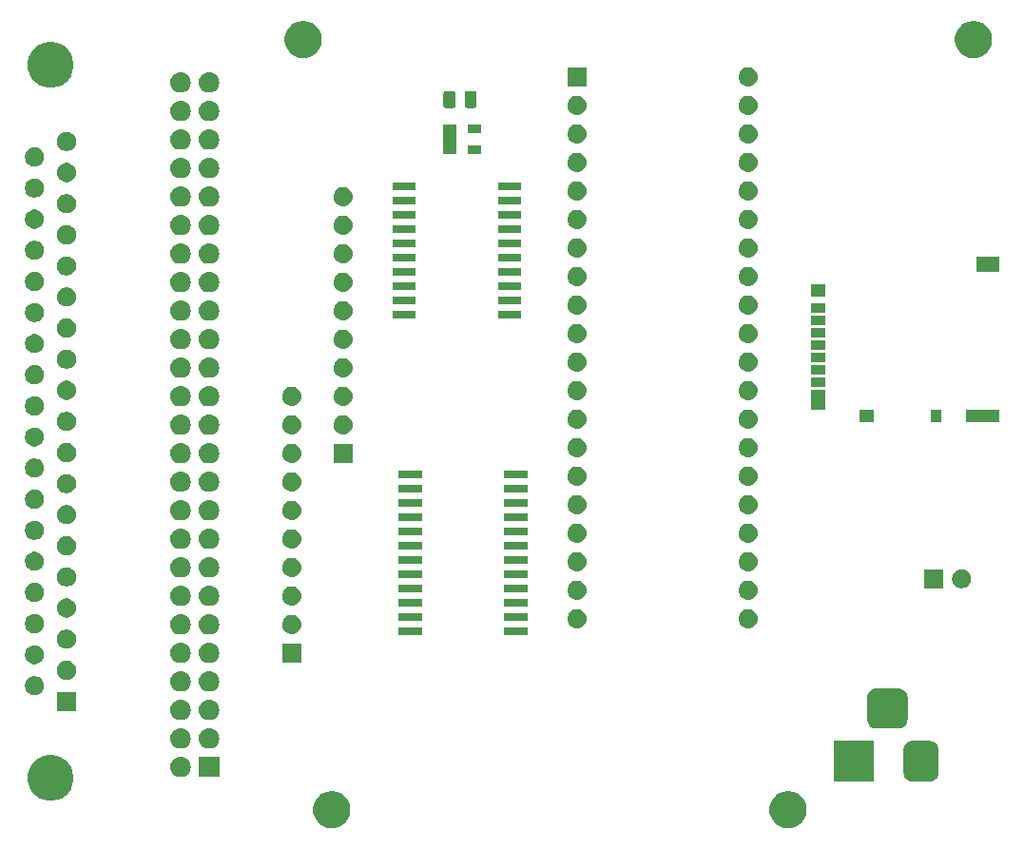
<source format=gbr>
G04 #@! TF.GenerationSoftware,KiCad,Pcbnew,5.0.2-bee76a0~70~ubuntu16.04.1*
G04 #@! TF.CreationDate,2022-08-15T17:27:48+02:00*
G04 #@! TF.ProjectId,QIC02EMU,51494330-3245-44d5-952e-6b696361645f,rev?*
G04 #@! TF.SameCoordinates,Original*
G04 #@! TF.FileFunction,Soldermask,Top*
G04 #@! TF.FilePolarity,Negative*
%FSLAX46Y46*%
G04 Gerber Fmt 4.6, Leading zero omitted, Abs format (unit mm)*
G04 Created by KiCad (PCBNEW 5.0.2-bee76a0~70~ubuntu16.04.1) date mån 15 aug 2022 17:27:48*
%MOMM*%
%LPD*%
G01*
G04 APERTURE LIST*
%ADD10C,0.100000*%
G04 APERTURE END LIST*
D10*
G36*
X108325256Y-154601298D02*
X108431579Y-154622447D01*
X108732042Y-154746903D01*
X108998852Y-154925180D01*
X109002454Y-154927587D01*
X109232413Y-155157546D01*
X109232415Y-155157549D01*
X109361129Y-155350182D01*
X109413098Y-155427960D01*
X109537553Y-155728422D01*
X109601000Y-156047389D01*
X109601000Y-156372611D01*
X109537553Y-156691578D01*
X109413098Y-156992040D01*
X109232413Y-157262454D01*
X109002454Y-157492413D01*
X109002451Y-157492415D01*
X108732042Y-157673097D01*
X108431579Y-157797553D01*
X108325256Y-157818702D01*
X108112611Y-157861000D01*
X107787389Y-157861000D01*
X107574744Y-157818702D01*
X107468421Y-157797553D01*
X107167958Y-157673097D01*
X106897549Y-157492415D01*
X106897546Y-157492413D01*
X106667587Y-157262454D01*
X106486902Y-156992040D01*
X106362447Y-156691578D01*
X106299000Y-156372611D01*
X106299000Y-156047389D01*
X106362447Y-155728422D01*
X106486902Y-155427960D01*
X106538872Y-155350182D01*
X106667585Y-155157549D01*
X106667587Y-155157546D01*
X106897546Y-154927587D01*
X106901148Y-154925180D01*
X107167958Y-154746903D01*
X107468421Y-154622447D01*
X107574744Y-154601298D01*
X107787389Y-154559000D01*
X108112611Y-154559000D01*
X108325256Y-154601298D01*
X108325256Y-154601298D01*
G37*
G36*
X148965256Y-154601298D02*
X149071579Y-154622447D01*
X149372042Y-154746903D01*
X149638852Y-154925180D01*
X149642454Y-154927587D01*
X149872413Y-155157546D01*
X149872415Y-155157549D01*
X150001129Y-155350182D01*
X150053098Y-155427960D01*
X150177553Y-155728422D01*
X150241000Y-156047389D01*
X150241000Y-156372611D01*
X150177553Y-156691578D01*
X150053098Y-156992040D01*
X149872413Y-157262454D01*
X149642454Y-157492413D01*
X149642451Y-157492415D01*
X149372042Y-157673097D01*
X149071579Y-157797553D01*
X148965256Y-157818702D01*
X148752611Y-157861000D01*
X148427389Y-157861000D01*
X148214744Y-157818702D01*
X148108421Y-157797553D01*
X147807958Y-157673097D01*
X147537549Y-157492415D01*
X147537546Y-157492413D01*
X147307587Y-157262454D01*
X147126902Y-156992040D01*
X147002447Y-156691578D01*
X146939000Y-156372611D01*
X146939000Y-156047389D01*
X147002447Y-155728422D01*
X147126902Y-155427960D01*
X147178872Y-155350182D01*
X147307585Y-155157549D01*
X147307587Y-155157546D01*
X147537546Y-154927587D01*
X147541148Y-154925180D01*
X147807958Y-154746903D01*
X148108421Y-154622447D01*
X148214744Y-154601298D01*
X148427389Y-154559000D01*
X148752611Y-154559000D01*
X148965256Y-154601298D01*
X148965256Y-154601298D01*
G37*
G36*
X83506252Y-151405818D02*
X83506254Y-151405819D01*
X83506255Y-151405819D01*
X83879513Y-151560427D01*
X83992406Y-151635860D01*
X84215439Y-151784886D01*
X84501114Y-152070561D01*
X84501116Y-152070564D01*
X84725573Y-152406487D01*
X84880181Y-152779745D01*
X84880182Y-152779748D01*
X84959000Y-153175993D01*
X84959000Y-153580007D01*
X84947432Y-153638165D01*
X84880181Y-153976255D01*
X84725573Y-154349513D01*
X84725572Y-154349514D01*
X84501114Y-154685439D01*
X84215439Y-154971114D01*
X84215436Y-154971116D01*
X83879513Y-155195573D01*
X83506255Y-155350181D01*
X83506254Y-155350181D01*
X83506252Y-155350182D01*
X83110007Y-155429000D01*
X82705993Y-155429000D01*
X82309748Y-155350182D01*
X82309746Y-155350181D01*
X82309745Y-155350181D01*
X81936487Y-155195573D01*
X81600564Y-154971116D01*
X81600561Y-154971114D01*
X81314886Y-154685439D01*
X81090428Y-154349514D01*
X81090427Y-154349513D01*
X80935819Y-153976255D01*
X80868569Y-153638165D01*
X80857000Y-153580007D01*
X80857000Y-153175993D01*
X80935818Y-152779748D01*
X80935819Y-152779745D01*
X81090427Y-152406487D01*
X81314884Y-152070564D01*
X81314886Y-152070561D01*
X81600561Y-151784886D01*
X81823594Y-151635860D01*
X81936487Y-151560427D01*
X82309745Y-151405819D01*
X82309746Y-151405819D01*
X82309748Y-151405818D01*
X82705993Y-151327000D01*
X83110007Y-151327000D01*
X83506252Y-151405818D01*
X83506252Y-151405818D01*
G37*
G36*
X156233000Y-153693000D02*
X152631000Y-153693000D01*
X152631000Y-150091000D01*
X156233000Y-150091000D01*
X156233000Y-153693000D01*
X156233000Y-153693000D01*
G37*
G36*
X161408978Y-150105293D02*
X161542627Y-150145835D01*
X161665782Y-150211662D01*
X161773739Y-150300261D01*
X161862338Y-150408218D01*
X161928165Y-150531373D01*
X161968707Y-150665022D01*
X161983000Y-150810140D01*
X161983000Y-152973860D01*
X161968707Y-153118978D01*
X161928165Y-153252627D01*
X161862338Y-153375782D01*
X161773739Y-153483739D01*
X161665782Y-153572338D01*
X161542627Y-153638165D01*
X161408978Y-153678707D01*
X161263860Y-153693000D01*
X159600140Y-153693000D01*
X159455022Y-153678707D01*
X159321373Y-153638165D01*
X159198218Y-153572338D01*
X159090261Y-153483739D01*
X159001662Y-153375782D01*
X158935835Y-153252627D01*
X158895293Y-153118978D01*
X158881000Y-152973860D01*
X158881000Y-150810140D01*
X158895293Y-150665022D01*
X158935835Y-150531373D01*
X159001662Y-150408218D01*
X159090261Y-150300261D01*
X159198218Y-150211662D01*
X159321373Y-150145835D01*
X159455022Y-150105293D01*
X159600140Y-150091000D01*
X161263860Y-150091000D01*
X161408978Y-150105293D01*
X161408978Y-150105293D01*
G37*
G36*
X94667294Y-151498633D02*
X94839694Y-151550931D01*
X94839696Y-151550932D01*
X94998583Y-151635859D01*
X94998585Y-151635860D01*
X94998584Y-151635860D01*
X95137849Y-151750151D01*
X95252140Y-151889416D01*
X95337069Y-152048306D01*
X95389367Y-152220706D01*
X95407025Y-152400000D01*
X95389367Y-152579294D01*
X95337069Y-152751694D01*
X95337068Y-152751696D01*
X95252141Y-152910583D01*
X95137849Y-153049849D01*
X94998583Y-153164141D01*
X94839696Y-153249068D01*
X94839694Y-153249069D01*
X94667294Y-153301367D01*
X94532931Y-153314600D01*
X94443069Y-153314600D01*
X94308706Y-153301367D01*
X94136306Y-153249069D01*
X94136304Y-153249068D01*
X93977417Y-153164141D01*
X93838151Y-153049849D01*
X93723859Y-152910583D01*
X93638932Y-152751696D01*
X93638931Y-152751694D01*
X93586633Y-152579294D01*
X93568975Y-152400000D01*
X93586633Y-152220706D01*
X93638931Y-152048306D01*
X93723860Y-151889416D01*
X93838151Y-151750151D01*
X93977416Y-151635860D01*
X93977415Y-151635860D01*
X93977417Y-151635859D01*
X94136304Y-151550932D01*
X94136306Y-151550931D01*
X94308706Y-151498633D01*
X94443069Y-151485400D01*
X94532931Y-151485400D01*
X94667294Y-151498633D01*
X94667294Y-151498633D01*
G37*
G36*
X97942600Y-153314600D02*
X96113400Y-153314600D01*
X96113400Y-151485400D01*
X97942600Y-151485400D01*
X97942600Y-153314600D01*
X97942600Y-153314600D01*
G37*
G36*
X97207294Y-148958633D02*
X97379694Y-149010931D01*
X97379696Y-149010932D01*
X97538583Y-149095859D01*
X97538585Y-149095860D01*
X97538584Y-149095860D01*
X97677849Y-149210151D01*
X97792140Y-149349416D01*
X97877069Y-149508306D01*
X97929367Y-149680706D01*
X97947025Y-149860000D01*
X97929367Y-150039294D01*
X97877069Y-150211694D01*
X97877068Y-150211696D01*
X97792141Y-150370583D01*
X97677849Y-150509849D01*
X97538583Y-150624141D01*
X97462100Y-150665022D01*
X97379694Y-150709069D01*
X97207294Y-150761367D01*
X97072931Y-150774600D01*
X96983069Y-150774600D01*
X96848706Y-150761367D01*
X96676306Y-150709069D01*
X96593900Y-150665022D01*
X96517417Y-150624141D01*
X96378151Y-150509849D01*
X96263859Y-150370583D01*
X96178932Y-150211696D01*
X96178931Y-150211694D01*
X96126633Y-150039294D01*
X96108975Y-149860000D01*
X96126633Y-149680706D01*
X96178931Y-149508306D01*
X96263860Y-149349416D01*
X96378151Y-149210151D01*
X96517416Y-149095860D01*
X96517415Y-149095860D01*
X96517417Y-149095859D01*
X96676304Y-149010932D01*
X96676306Y-149010931D01*
X96848706Y-148958633D01*
X96983069Y-148945400D01*
X97072931Y-148945400D01*
X97207294Y-148958633D01*
X97207294Y-148958633D01*
G37*
G36*
X94667294Y-148958633D02*
X94839694Y-149010931D01*
X94839696Y-149010932D01*
X94998583Y-149095859D01*
X94998585Y-149095860D01*
X94998584Y-149095860D01*
X95137849Y-149210151D01*
X95252140Y-149349416D01*
X95337069Y-149508306D01*
X95389367Y-149680706D01*
X95407025Y-149860000D01*
X95389367Y-150039294D01*
X95337069Y-150211694D01*
X95337068Y-150211696D01*
X95252141Y-150370583D01*
X95137849Y-150509849D01*
X94998583Y-150624141D01*
X94922100Y-150665022D01*
X94839694Y-150709069D01*
X94667294Y-150761367D01*
X94532931Y-150774600D01*
X94443069Y-150774600D01*
X94308706Y-150761367D01*
X94136306Y-150709069D01*
X94053900Y-150665022D01*
X93977417Y-150624141D01*
X93838151Y-150509849D01*
X93723859Y-150370583D01*
X93638932Y-150211696D01*
X93638931Y-150211694D01*
X93586633Y-150039294D01*
X93568975Y-149860000D01*
X93586633Y-149680706D01*
X93638931Y-149508306D01*
X93723860Y-149349416D01*
X93838151Y-149210151D01*
X93977416Y-149095860D01*
X93977415Y-149095860D01*
X93977417Y-149095859D01*
X94136304Y-149010932D01*
X94136306Y-149010931D01*
X94308706Y-148958633D01*
X94443069Y-148945400D01*
X94532931Y-148945400D01*
X94667294Y-148958633D01*
X94667294Y-148958633D01*
G37*
G36*
X158558366Y-145407695D02*
X158715458Y-145455348D01*
X158860230Y-145532731D01*
X158987128Y-145636872D01*
X159091269Y-145763770D01*
X159168652Y-145908542D01*
X159216305Y-146065634D01*
X159233000Y-146235140D01*
X159233000Y-148148860D01*
X159216305Y-148318366D01*
X159168652Y-148475458D01*
X159091269Y-148620230D01*
X158987128Y-148747128D01*
X158860230Y-148851269D01*
X158715458Y-148928652D01*
X158558366Y-148976305D01*
X158388860Y-148993000D01*
X156475140Y-148993000D01*
X156305634Y-148976305D01*
X156148542Y-148928652D01*
X156003770Y-148851269D01*
X155876872Y-148747128D01*
X155772731Y-148620230D01*
X155695348Y-148475458D01*
X155647695Y-148318366D01*
X155631000Y-148148860D01*
X155631000Y-146235140D01*
X155647695Y-146065634D01*
X155695348Y-145908542D01*
X155772731Y-145763770D01*
X155876872Y-145636872D01*
X156003770Y-145532731D01*
X156148542Y-145455348D01*
X156305634Y-145407695D01*
X156475140Y-145391000D01*
X158388860Y-145391000D01*
X158558366Y-145407695D01*
X158558366Y-145407695D01*
G37*
G36*
X97207294Y-146418633D02*
X97379694Y-146470931D01*
X97379696Y-146470932D01*
X97538583Y-146555859D01*
X97538585Y-146555860D01*
X97538584Y-146555860D01*
X97677849Y-146670151D01*
X97792140Y-146809416D01*
X97877069Y-146968306D01*
X97929367Y-147140706D01*
X97947025Y-147320000D01*
X97929367Y-147499294D01*
X97877069Y-147671694D01*
X97877068Y-147671696D01*
X97792141Y-147830583D01*
X97677849Y-147969849D01*
X97538583Y-148084141D01*
X97522944Y-148092500D01*
X97379694Y-148169069D01*
X97207294Y-148221367D01*
X97072931Y-148234600D01*
X96983069Y-148234600D01*
X96848706Y-148221367D01*
X96676306Y-148169069D01*
X96533056Y-148092500D01*
X96517417Y-148084141D01*
X96378151Y-147969849D01*
X96263859Y-147830583D01*
X96178932Y-147671696D01*
X96178931Y-147671694D01*
X96126633Y-147499294D01*
X96108975Y-147320000D01*
X96126633Y-147140706D01*
X96178931Y-146968306D01*
X96263860Y-146809416D01*
X96378151Y-146670151D01*
X96517416Y-146555860D01*
X96517415Y-146555860D01*
X96517417Y-146555859D01*
X96676304Y-146470932D01*
X96676306Y-146470931D01*
X96848706Y-146418633D01*
X96983069Y-146405400D01*
X97072931Y-146405400D01*
X97207294Y-146418633D01*
X97207294Y-146418633D01*
G37*
G36*
X94667294Y-146418633D02*
X94839694Y-146470931D01*
X94839696Y-146470932D01*
X94998583Y-146555859D01*
X94998585Y-146555860D01*
X94998584Y-146555860D01*
X95137849Y-146670151D01*
X95252140Y-146809416D01*
X95337069Y-146968306D01*
X95389367Y-147140706D01*
X95407025Y-147320000D01*
X95389367Y-147499294D01*
X95337069Y-147671694D01*
X95337068Y-147671696D01*
X95252141Y-147830583D01*
X95137849Y-147969849D01*
X94998583Y-148084141D01*
X94982944Y-148092500D01*
X94839694Y-148169069D01*
X94667294Y-148221367D01*
X94532931Y-148234600D01*
X94443069Y-148234600D01*
X94308706Y-148221367D01*
X94136306Y-148169069D01*
X93993056Y-148092500D01*
X93977417Y-148084141D01*
X93838151Y-147969849D01*
X93723859Y-147830583D01*
X93638932Y-147671696D01*
X93638931Y-147671694D01*
X93586633Y-147499294D01*
X93568975Y-147320000D01*
X93586633Y-147140706D01*
X93638931Y-146968306D01*
X93723860Y-146809416D01*
X93838151Y-146670151D01*
X93977416Y-146555860D01*
X93977415Y-146555860D01*
X93977417Y-146555859D01*
X94136304Y-146470932D01*
X94136306Y-146470931D01*
X94308706Y-146418633D01*
X94443069Y-146405400D01*
X94532931Y-146405400D01*
X94667294Y-146418633D01*
X94667294Y-146418633D01*
G37*
G36*
X85179000Y-147409000D02*
X83477000Y-147409000D01*
X83477000Y-145707000D01*
X85179000Y-145707000D01*
X85179000Y-147409000D01*
X85179000Y-147409000D01*
G37*
G36*
X81736228Y-144354703D02*
X81891100Y-144418853D01*
X82030481Y-144511985D01*
X82149015Y-144630519D01*
X82242147Y-144769900D01*
X82306297Y-144924772D01*
X82339000Y-145089184D01*
X82339000Y-145256816D01*
X82306297Y-145421228D01*
X82242147Y-145576100D01*
X82149015Y-145715481D01*
X82030481Y-145834015D01*
X81891100Y-145927147D01*
X81736228Y-145991297D01*
X81571816Y-146024000D01*
X81404184Y-146024000D01*
X81239772Y-145991297D01*
X81084900Y-145927147D01*
X80945519Y-145834015D01*
X80826985Y-145715481D01*
X80733853Y-145576100D01*
X80669703Y-145421228D01*
X80637000Y-145256816D01*
X80637000Y-145089184D01*
X80669703Y-144924772D01*
X80733853Y-144769900D01*
X80826985Y-144630519D01*
X80945519Y-144511985D01*
X81084900Y-144418853D01*
X81239772Y-144354703D01*
X81404184Y-144322000D01*
X81571816Y-144322000D01*
X81736228Y-144354703D01*
X81736228Y-144354703D01*
G37*
G36*
X94667294Y-143878633D02*
X94839694Y-143930931D01*
X94839696Y-143930932D01*
X94998583Y-144015859D01*
X94998585Y-144015860D01*
X94998584Y-144015860D01*
X95137849Y-144130151D01*
X95252140Y-144269416D01*
X95337069Y-144428306D01*
X95389367Y-144600706D01*
X95407025Y-144780000D01*
X95389367Y-144959294D01*
X95337069Y-145131694D01*
X95337068Y-145131696D01*
X95252141Y-145290583D01*
X95137849Y-145429849D01*
X94998583Y-145544141D01*
X94839696Y-145629068D01*
X94839694Y-145629069D01*
X94667294Y-145681367D01*
X94532931Y-145694600D01*
X94443069Y-145694600D01*
X94308706Y-145681367D01*
X94136306Y-145629069D01*
X94136304Y-145629068D01*
X93977417Y-145544141D01*
X93838151Y-145429849D01*
X93723859Y-145290583D01*
X93638932Y-145131696D01*
X93638931Y-145131694D01*
X93586633Y-144959294D01*
X93568975Y-144780000D01*
X93586633Y-144600706D01*
X93638931Y-144428306D01*
X93723860Y-144269416D01*
X93838151Y-144130151D01*
X93977416Y-144015860D01*
X93977415Y-144015860D01*
X93977417Y-144015859D01*
X94136304Y-143930932D01*
X94136306Y-143930931D01*
X94308706Y-143878633D01*
X94443069Y-143865400D01*
X94532931Y-143865400D01*
X94667294Y-143878633D01*
X94667294Y-143878633D01*
G37*
G36*
X97207294Y-143878633D02*
X97379694Y-143930931D01*
X97379696Y-143930932D01*
X97538583Y-144015859D01*
X97538585Y-144015860D01*
X97538584Y-144015860D01*
X97677849Y-144130151D01*
X97792140Y-144269416D01*
X97877069Y-144428306D01*
X97929367Y-144600706D01*
X97947025Y-144780000D01*
X97929367Y-144959294D01*
X97877069Y-145131694D01*
X97877068Y-145131696D01*
X97792141Y-145290583D01*
X97677849Y-145429849D01*
X97538583Y-145544141D01*
X97379696Y-145629068D01*
X97379694Y-145629069D01*
X97207294Y-145681367D01*
X97072931Y-145694600D01*
X96983069Y-145694600D01*
X96848706Y-145681367D01*
X96676306Y-145629069D01*
X96676304Y-145629068D01*
X96517417Y-145544141D01*
X96378151Y-145429849D01*
X96263859Y-145290583D01*
X96178932Y-145131696D01*
X96178931Y-145131694D01*
X96126633Y-144959294D01*
X96108975Y-144780000D01*
X96126633Y-144600706D01*
X96178931Y-144428306D01*
X96263860Y-144269416D01*
X96378151Y-144130151D01*
X96517416Y-144015860D01*
X96517415Y-144015860D01*
X96517417Y-144015859D01*
X96676304Y-143930932D01*
X96676306Y-143930931D01*
X96848706Y-143878633D01*
X96983069Y-143865400D01*
X97072931Y-143865400D01*
X97207294Y-143878633D01*
X97207294Y-143878633D01*
G37*
G36*
X84576228Y-142969703D02*
X84731100Y-143033853D01*
X84870481Y-143126985D01*
X84989015Y-143245519D01*
X85082147Y-143384900D01*
X85146297Y-143539772D01*
X85179000Y-143704184D01*
X85179000Y-143871816D01*
X85146297Y-144036228D01*
X85082147Y-144191100D01*
X84989015Y-144330481D01*
X84870481Y-144449015D01*
X84731100Y-144542147D01*
X84576228Y-144606297D01*
X84411816Y-144639000D01*
X84244184Y-144639000D01*
X84079772Y-144606297D01*
X83924900Y-144542147D01*
X83785519Y-144449015D01*
X83666985Y-144330481D01*
X83573853Y-144191100D01*
X83509703Y-144036228D01*
X83477000Y-143871816D01*
X83477000Y-143704184D01*
X83509703Y-143539772D01*
X83573853Y-143384900D01*
X83666985Y-143245519D01*
X83785519Y-143126985D01*
X83924900Y-143033853D01*
X84079772Y-142969703D01*
X84244184Y-142937000D01*
X84411816Y-142937000D01*
X84576228Y-142969703D01*
X84576228Y-142969703D01*
G37*
G36*
X81736228Y-141584703D02*
X81891100Y-141648853D01*
X82030481Y-141741985D01*
X82149015Y-141860519D01*
X82242147Y-141999900D01*
X82306297Y-142154772D01*
X82339000Y-142319184D01*
X82339000Y-142486816D01*
X82306297Y-142651228D01*
X82242147Y-142806100D01*
X82149015Y-142945481D01*
X82030481Y-143064015D01*
X81891100Y-143157147D01*
X81736228Y-143221297D01*
X81571816Y-143254000D01*
X81404184Y-143254000D01*
X81239772Y-143221297D01*
X81084900Y-143157147D01*
X80945519Y-143064015D01*
X80826985Y-142945481D01*
X80733853Y-142806100D01*
X80669703Y-142651228D01*
X80637000Y-142486816D01*
X80637000Y-142319184D01*
X80669703Y-142154772D01*
X80733853Y-141999900D01*
X80826985Y-141860519D01*
X80945519Y-141741985D01*
X81084900Y-141648853D01*
X81239772Y-141584703D01*
X81404184Y-141552000D01*
X81571816Y-141552000D01*
X81736228Y-141584703D01*
X81736228Y-141584703D01*
G37*
G36*
X97207294Y-141338633D02*
X97379694Y-141390931D01*
X97379696Y-141390932D01*
X97538583Y-141475859D01*
X97677849Y-141590151D01*
X97792141Y-141729417D01*
X97866750Y-141869000D01*
X97877069Y-141888306D01*
X97929367Y-142060706D01*
X97947025Y-142240000D01*
X97929367Y-142419294D01*
X97877069Y-142591694D01*
X97877068Y-142591696D01*
X97792141Y-142750583D01*
X97677849Y-142889849D01*
X97538583Y-143004141D01*
X97379696Y-143089068D01*
X97379694Y-143089069D01*
X97207294Y-143141367D01*
X97072931Y-143154600D01*
X96983069Y-143154600D01*
X96848706Y-143141367D01*
X96676306Y-143089069D01*
X96676304Y-143089068D01*
X96517417Y-143004141D01*
X96378151Y-142889849D01*
X96263859Y-142750583D01*
X96178932Y-142591696D01*
X96178931Y-142591694D01*
X96126633Y-142419294D01*
X96108975Y-142240000D01*
X96126633Y-142060706D01*
X96178931Y-141888306D01*
X96189250Y-141869000D01*
X96263859Y-141729417D01*
X96378151Y-141590151D01*
X96517417Y-141475859D01*
X96676304Y-141390932D01*
X96676306Y-141390931D01*
X96848706Y-141338633D01*
X96983069Y-141325400D01*
X97072931Y-141325400D01*
X97207294Y-141338633D01*
X97207294Y-141338633D01*
G37*
G36*
X94667294Y-141338633D02*
X94839694Y-141390931D01*
X94839696Y-141390932D01*
X94998583Y-141475859D01*
X95137849Y-141590151D01*
X95252141Y-141729417D01*
X95326750Y-141869000D01*
X95337069Y-141888306D01*
X95389367Y-142060706D01*
X95407025Y-142240000D01*
X95389367Y-142419294D01*
X95337069Y-142591694D01*
X95337068Y-142591696D01*
X95252141Y-142750583D01*
X95137849Y-142889849D01*
X94998583Y-143004141D01*
X94839696Y-143089068D01*
X94839694Y-143089069D01*
X94667294Y-143141367D01*
X94532931Y-143154600D01*
X94443069Y-143154600D01*
X94308706Y-143141367D01*
X94136306Y-143089069D01*
X94136304Y-143089068D01*
X93977417Y-143004141D01*
X93838151Y-142889849D01*
X93723859Y-142750583D01*
X93638932Y-142591696D01*
X93638931Y-142591694D01*
X93586633Y-142419294D01*
X93568975Y-142240000D01*
X93586633Y-142060706D01*
X93638931Y-141888306D01*
X93649250Y-141869000D01*
X93723859Y-141729417D01*
X93838151Y-141590151D01*
X93977417Y-141475859D01*
X94136304Y-141390932D01*
X94136306Y-141390931D01*
X94308706Y-141338633D01*
X94443069Y-141325400D01*
X94532931Y-141325400D01*
X94667294Y-141338633D01*
X94667294Y-141338633D01*
G37*
G36*
X105245000Y-143091000D02*
X103543000Y-143091000D01*
X103543000Y-141389000D01*
X105245000Y-141389000D01*
X105245000Y-143091000D01*
X105245000Y-143091000D01*
G37*
G36*
X84576228Y-140199703D02*
X84731100Y-140263853D01*
X84870481Y-140356985D01*
X84989015Y-140475519D01*
X85082147Y-140614900D01*
X85146297Y-140769772D01*
X85179000Y-140934184D01*
X85179000Y-141101816D01*
X85146297Y-141266228D01*
X85082147Y-141421100D01*
X84989015Y-141560481D01*
X84870481Y-141679015D01*
X84731100Y-141772147D01*
X84576228Y-141836297D01*
X84411816Y-141869000D01*
X84244184Y-141869000D01*
X84079772Y-141836297D01*
X83924900Y-141772147D01*
X83785519Y-141679015D01*
X83666985Y-141560481D01*
X83573853Y-141421100D01*
X83509703Y-141266228D01*
X83477000Y-141101816D01*
X83477000Y-140934184D01*
X83509703Y-140769772D01*
X83573853Y-140614900D01*
X83666985Y-140475519D01*
X83785519Y-140356985D01*
X83924900Y-140263853D01*
X84079772Y-140199703D01*
X84244184Y-140167000D01*
X84411816Y-140167000D01*
X84576228Y-140199703D01*
X84576228Y-140199703D01*
G37*
G36*
X115985000Y-140686000D02*
X113883000Y-140686000D01*
X113883000Y-139984000D01*
X115985000Y-139984000D01*
X115985000Y-140686000D01*
X115985000Y-140686000D01*
G37*
G36*
X125385000Y-140686000D02*
X123283000Y-140686000D01*
X123283000Y-139984000D01*
X125385000Y-139984000D01*
X125385000Y-140686000D01*
X125385000Y-140686000D01*
G37*
G36*
X97207294Y-138798633D02*
X97379694Y-138850931D01*
X97379696Y-138850932D01*
X97538583Y-138935859D01*
X97677849Y-139050151D01*
X97792141Y-139189417D01*
X97877068Y-139348304D01*
X97877069Y-139348306D01*
X97929367Y-139520706D01*
X97947025Y-139700000D01*
X97929367Y-139879294D01*
X97881799Y-140036100D01*
X97877068Y-140051696D01*
X97792141Y-140210583D01*
X97677849Y-140349849D01*
X97538583Y-140464141D01*
X97399119Y-140538686D01*
X97379694Y-140549069D01*
X97207294Y-140601367D01*
X97072931Y-140614600D01*
X96983069Y-140614600D01*
X96848706Y-140601367D01*
X96676306Y-140549069D01*
X96656881Y-140538686D01*
X96517417Y-140464141D01*
X96378151Y-140349849D01*
X96263859Y-140210583D01*
X96178932Y-140051696D01*
X96174201Y-140036100D01*
X96126633Y-139879294D01*
X96108975Y-139700000D01*
X96126633Y-139520706D01*
X96178931Y-139348306D01*
X96178932Y-139348304D01*
X96263859Y-139189417D01*
X96378151Y-139050151D01*
X96517417Y-138935859D01*
X96676304Y-138850932D01*
X96676306Y-138850931D01*
X96848706Y-138798633D01*
X96983069Y-138785400D01*
X97072931Y-138785400D01*
X97207294Y-138798633D01*
X97207294Y-138798633D01*
G37*
G36*
X94667294Y-138798633D02*
X94839694Y-138850931D01*
X94839696Y-138850932D01*
X94998583Y-138935859D01*
X95137849Y-139050151D01*
X95252141Y-139189417D01*
X95337068Y-139348304D01*
X95337069Y-139348306D01*
X95389367Y-139520706D01*
X95407025Y-139700000D01*
X95389367Y-139879294D01*
X95341799Y-140036100D01*
X95337068Y-140051696D01*
X95252141Y-140210583D01*
X95137849Y-140349849D01*
X94998583Y-140464141D01*
X94859119Y-140538686D01*
X94839694Y-140549069D01*
X94667294Y-140601367D01*
X94532931Y-140614600D01*
X94443069Y-140614600D01*
X94308706Y-140601367D01*
X94136306Y-140549069D01*
X94116881Y-140538686D01*
X93977417Y-140464141D01*
X93838151Y-140349849D01*
X93723859Y-140210583D01*
X93638932Y-140051696D01*
X93634201Y-140036100D01*
X93586633Y-139879294D01*
X93568975Y-139700000D01*
X93586633Y-139520706D01*
X93638931Y-139348306D01*
X93638932Y-139348304D01*
X93723859Y-139189417D01*
X93838151Y-139050151D01*
X93977417Y-138935859D01*
X94136304Y-138850932D01*
X94136306Y-138850931D01*
X94308706Y-138798633D01*
X94443069Y-138785400D01*
X94532931Y-138785400D01*
X94667294Y-138798633D01*
X94667294Y-138798633D01*
G37*
G36*
X104560821Y-138861313D02*
X104560824Y-138861314D01*
X104560825Y-138861314D01*
X104721239Y-138909975D01*
X104721241Y-138909976D01*
X104721244Y-138909977D01*
X104869078Y-138988995D01*
X104998659Y-139095341D01*
X105105005Y-139224922D01*
X105184023Y-139372756D01*
X105184024Y-139372759D01*
X105184025Y-139372761D01*
X105228904Y-139520707D01*
X105232687Y-139533179D01*
X105249117Y-139700000D01*
X105232687Y-139866821D01*
X105232686Y-139866824D01*
X105232686Y-139866825D01*
X105197741Y-139982025D01*
X105184023Y-140027244D01*
X105105005Y-140175078D01*
X104998659Y-140304659D01*
X104869078Y-140411005D01*
X104721244Y-140490023D01*
X104721241Y-140490024D01*
X104721239Y-140490025D01*
X104560825Y-140538686D01*
X104560824Y-140538686D01*
X104560821Y-140538687D01*
X104435804Y-140551000D01*
X104352196Y-140551000D01*
X104227179Y-140538687D01*
X104227176Y-140538686D01*
X104227175Y-140538686D01*
X104066761Y-140490025D01*
X104066759Y-140490024D01*
X104066756Y-140490023D01*
X103918922Y-140411005D01*
X103789341Y-140304659D01*
X103682995Y-140175078D01*
X103603977Y-140027244D01*
X103590260Y-139982025D01*
X103555314Y-139866825D01*
X103555314Y-139866824D01*
X103555313Y-139866821D01*
X103538883Y-139700000D01*
X103555313Y-139533179D01*
X103559096Y-139520707D01*
X103603975Y-139372761D01*
X103603976Y-139372759D01*
X103603977Y-139372756D01*
X103682995Y-139224922D01*
X103789341Y-139095341D01*
X103918922Y-138988995D01*
X104066756Y-138909977D01*
X104066759Y-138909976D01*
X104066761Y-138909975D01*
X104227175Y-138861314D01*
X104227176Y-138861314D01*
X104227179Y-138861313D01*
X104352196Y-138849000D01*
X104435804Y-138849000D01*
X104560821Y-138861313D01*
X104560821Y-138861313D01*
G37*
G36*
X81736228Y-138814703D02*
X81891100Y-138878853D01*
X82030481Y-138971985D01*
X82149015Y-139090519D01*
X82242147Y-139229900D01*
X82306297Y-139384772D01*
X82339000Y-139549184D01*
X82339000Y-139716816D01*
X82306297Y-139881228D01*
X82242147Y-140036100D01*
X82149015Y-140175481D01*
X82030481Y-140294015D01*
X81891100Y-140387147D01*
X81736228Y-140451297D01*
X81571816Y-140484000D01*
X81404184Y-140484000D01*
X81239772Y-140451297D01*
X81084900Y-140387147D01*
X80945519Y-140294015D01*
X80826985Y-140175481D01*
X80733853Y-140036100D01*
X80669703Y-139881228D01*
X80637000Y-139716816D01*
X80637000Y-139549184D01*
X80669703Y-139384772D01*
X80733853Y-139229900D01*
X80826985Y-139090519D01*
X80945519Y-138971985D01*
X81084900Y-138878853D01*
X81239772Y-138814703D01*
X81404184Y-138782000D01*
X81571816Y-138782000D01*
X81736228Y-138814703D01*
X81736228Y-138814703D01*
G37*
G36*
X129960821Y-138353313D02*
X129960824Y-138353314D01*
X129960825Y-138353314D01*
X130121239Y-138401975D01*
X130121241Y-138401976D01*
X130121244Y-138401977D01*
X130269078Y-138480995D01*
X130398659Y-138587341D01*
X130505005Y-138716922D01*
X130584023Y-138864756D01*
X130584024Y-138864759D01*
X130584025Y-138864761D01*
X130632686Y-139025175D01*
X130632687Y-139025179D01*
X130649117Y-139192000D01*
X130632687Y-139358821D01*
X130632686Y-139358824D01*
X130632686Y-139358825D01*
X130628459Y-139372761D01*
X130584023Y-139519244D01*
X130505005Y-139667078D01*
X130398659Y-139796659D01*
X130269078Y-139903005D01*
X130121244Y-139982023D01*
X130121241Y-139982024D01*
X130121239Y-139982025D01*
X129960825Y-140030686D01*
X129960824Y-140030686D01*
X129960821Y-140030687D01*
X129835804Y-140043000D01*
X129752196Y-140043000D01*
X129627179Y-140030687D01*
X129627176Y-140030686D01*
X129627175Y-140030686D01*
X129466761Y-139982025D01*
X129466759Y-139982024D01*
X129466756Y-139982023D01*
X129318922Y-139903005D01*
X129189341Y-139796659D01*
X129082995Y-139667078D01*
X129003977Y-139519244D01*
X128959542Y-139372761D01*
X128955314Y-139358825D01*
X128955314Y-139358824D01*
X128955313Y-139358821D01*
X128938883Y-139192000D01*
X128955313Y-139025179D01*
X128955314Y-139025175D01*
X129003975Y-138864761D01*
X129003976Y-138864759D01*
X129003977Y-138864756D01*
X129082995Y-138716922D01*
X129189341Y-138587341D01*
X129318922Y-138480995D01*
X129466756Y-138401977D01*
X129466759Y-138401976D01*
X129466761Y-138401975D01*
X129627175Y-138353314D01*
X129627176Y-138353314D01*
X129627179Y-138353313D01*
X129752196Y-138341000D01*
X129835804Y-138341000D01*
X129960821Y-138353313D01*
X129960821Y-138353313D01*
G37*
G36*
X145200821Y-138353313D02*
X145200824Y-138353314D01*
X145200825Y-138353314D01*
X145361239Y-138401975D01*
X145361241Y-138401976D01*
X145361244Y-138401977D01*
X145509078Y-138480995D01*
X145638659Y-138587341D01*
X145745005Y-138716922D01*
X145824023Y-138864756D01*
X145824024Y-138864759D01*
X145824025Y-138864761D01*
X145872686Y-139025175D01*
X145872687Y-139025179D01*
X145889117Y-139192000D01*
X145872687Y-139358821D01*
X145872686Y-139358824D01*
X145872686Y-139358825D01*
X145868459Y-139372761D01*
X145824023Y-139519244D01*
X145745005Y-139667078D01*
X145638659Y-139796659D01*
X145509078Y-139903005D01*
X145361244Y-139982023D01*
X145361241Y-139982024D01*
X145361239Y-139982025D01*
X145200825Y-140030686D01*
X145200824Y-140030686D01*
X145200821Y-140030687D01*
X145075804Y-140043000D01*
X144992196Y-140043000D01*
X144867179Y-140030687D01*
X144867176Y-140030686D01*
X144867175Y-140030686D01*
X144706761Y-139982025D01*
X144706759Y-139982024D01*
X144706756Y-139982023D01*
X144558922Y-139903005D01*
X144429341Y-139796659D01*
X144322995Y-139667078D01*
X144243977Y-139519244D01*
X144199542Y-139372761D01*
X144195314Y-139358825D01*
X144195314Y-139358824D01*
X144195313Y-139358821D01*
X144178883Y-139192000D01*
X144195313Y-139025179D01*
X144195314Y-139025175D01*
X144243975Y-138864761D01*
X144243976Y-138864759D01*
X144243977Y-138864756D01*
X144322995Y-138716922D01*
X144429341Y-138587341D01*
X144558922Y-138480995D01*
X144706756Y-138401977D01*
X144706759Y-138401976D01*
X144706761Y-138401975D01*
X144867175Y-138353314D01*
X144867176Y-138353314D01*
X144867179Y-138353313D01*
X144992196Y-138341000D01*
X145075804Y-138341000D01*
X145200821Y-138353313D01*
X145200821Y-138353313D01*
G37*
G36*
X115985000Y-139416000D02*
X113883000Y-139416000D01*
X113883000Y-138714000D01*
X115985000Y-138714000D01*
X115985000Y-139416000D01*
X115985000Y-139416000D01*
G37*
G36*
X125385000Y-139416000D02*
X123283000Y-139416000D01*
X123283000Y-138714000D01*
X125385000Y-138714000D01*
X125385000Y-139416000D01*
X125385000Y-139416000D01*
G37*
G36*
X84576228Y-137429703D02*
X84731100Y-137493853D01*
X84870481Y-137586985D01*
X84989015Y-137705519D01*
X85082147Y-137844900D01*
X85146297Y-137999772D01*
X85179000Y-138164184D01*
X85179000Y-138331816D01*
X85146297Y-138496228D01*
X85082147Y-138651100D01*
X84989015Y-138790481D01*
X84870481Y-138909015D01*
X84731100Y-139002147D01*
X84576228Y-139066297D01*
X84411816Y-139099000D01*
X84244184Y-139099000D01*
X84079772Y-139066297D01*
X83924900Y-139002147D01*
X83785519Y-138909015D01*
X83666985Y-138790481D01*
X83573853Y-138651100D01*
X83509703Y-138496228D01*
X83477000Y-138331816D01*
X83477000Y-138164184D01*
X83509703Y-137999772D01*
X83573853Y-137844900D01*
X83666985Y-137705519D01*
X83785519Y-137586985D01*
X83924900Y-137493853D01*
X84079772Y-137429703D01*
X84244184Y-137397000D01*
X84411816Y-137397000D01*
X84576228Y-137429703D01*
X84576228Y-137429703D01*
G37*
G36*
X115985000Y-138146000D02*
X113883000Y-138146000D01*
X113883000Y-137444000D01*
X115985000Y-137444000D01*
X115985000Y-138146000D01*
X115985000Y-138146000D01*
G37*
G36*
X125385000Y-138146000D02*
X123283000Y-138146000D01*
X123283000Y-137444000D01*
X125385000Y-137444000D01*
X125385000Y-138146000D01*
X125385000Y-138146000D01*
G37*
G36*
X97207294Y-136258633D02*
X97379694Y-136310931D01*
X97379696Y-136310932D01*
X97538583Y-136395859D01*
X97677849Y-136510151D01*
X97792141Y-136649417D01*
X97861503Y-136779184D01*
X97877069Y-136808306D01*
X97929367Y-136980706D01*
X97947025Y-137160000D01*
X97929367Y-137339294D01*
X97879706Y-137503000D01*
X97877068Y-137511696D01*
X97792141Y-137670583D01*
X97677849Y-137809849D01*
X97538583Y-137924141D01*
X97379696Y-138009068D01*
X97379694Y-138009069D01*
X97207294Y-138061367D01*
X97072931Y-138074600D01*
X96983069Y-138074600D01*
X96848706Y-138061367D01*
X96676306Y-138009069D01*
X96676304Y-138009068D01*
X96517417Y-137924141D01*
X96378151Y-137809849D01*
X96263859Y-137670583D01*
X96178932Y-137511696D01*
X96176294Y-137503000D01*
X96126633Y-137339294D01*
X96108975Y-137160000D01*
X96126633Y-136980706D01*
X96178931Y-136808306D01*
X96194497Y-136779184D01*
X96263859Y-136649417D01*
X96378151Y-136510151D01*
X96517417Y-136395859D01*
X96676304Y-136310932D01*
X96676306Y-136310931D01*
X96848706Y-136258633D01*
X96983069Y-136245400D01*
X97072931Y-136245400D01*
X97207294Y-136258633D01*
X97207294Y-136258633D01*
G37*
G36*
X94667294Y-136258633D02*
X94839694Y-136310931D01*
X94839696Y-136310932D01*
X94998583Y-136395859D01*
X95137849Y-136510151D01*
X95252141Y-136649417D01*
X95321503Y-136779184D01*
X95337069Y-136808306D01*
X95389367Y-136980706D01*
X95407025Y-137160000D01*
X95389367Y-137339294D01*
X95339706Y-137503000D01*
X95337068Y-137511696D01*
X95252141Y-137670583D01*
X95137849Y-137809849D01*
X94998583Y-137924141D01*
X94839696Y-138009068D01*
X94839694Y-138009069D01*
X94667294Y-138061367D01*
X94532931Y-138074600D01*
X94443069Y-138074600D01*
X94308706Y-138061367D01*
X94136306Y-138009069D01*
X94136304Y-138009068D01*
X93977417Y-137924141D01*
X93838151Y-137809849D01*
X93723859Y-137670583D01*
X93638932Y-137511696D01*
X93636294Y-137503000D01*
X93586633Y-137339294D01*
X93568975Y-137160000D01*
X93586633Y-136980706D01*
X93638931Y-136808306D01*
X93654497Y-136779184D01*
X93723859Y-136649417D01*
X93838151Y-136510151D01*
X93977417Y-136395859D01*
X94136304Y-136310932D01*
X94136306Y-136310931D01*
X94308706Y-136258633D01*
X94443069Y-136245400D01*
X94532931Y-136245400D01*
X94667294Y-136258633D01*
X94667294Y-136258633D01*
G37*
G36*
X104560821Y-136321313D02*
X104560824Y-136321314D01*
X104560825Y-136321314D01*
X104721239Y-136369975D01*
X104721241Y-136369976D01*
X104721244Y-136369977D01*
X104869078Y-136448995D01*
X104998659Y-136555341D01*
X105105005Y-136684922D01*
X105184023Y-136832756D01*
X105184024Y-136832759D01*
X105184025Y-136832761D01*
X105228904Y-136980707D01*
X105232687Y-136993179D01*
X105249117Y-137160000D01*
X105232687Y-137326821D01*
X105232686Y-137326824D01*
X105232686Y-137326825D01*
X105197741Y-137442025D01*
X105184023Y-137487244D01*
X105105005Y-137635078D01*
X104998659Y-137764659D01*
X104869078Y-137871005D01*
X104721244Y-137950023D01*
X104721241Y-137950024D01*
X104721239Y-137950025D01*
X104560825Y-137998686D01*
X104560824Y-137998686D01*
X104560821Y-137998687D01*
X104435804Y-138011000D01*
X104352196Y-138011000D01*
X104227179Y-137998687D01*
X104227176Y-137998686D01*
X104227175Y-137998686D01*
X104066761Y-137950025D01*
X104066759Y-137950024D01*
X104066756Y-137950023D01*
X103918922Y-137871005D01*
X103789341Y-137764659D01*
X103682995Y-137635078D01*
X103603977Y-137487244D01*
X103590260Y-137442025D01*
X103555314Y-137326825D01*
X103555314Y-137326824D01*
X103555313Y-137326821D01*
X103538883Y-137160000D01*
X103555313Y-136993179D01*
X103559096Y-136980707D01*
X103603975Y-136832761D01*
X103603976Y-136832759D01*
X103603977Y-136832756D01*
X103682995Y-136684922D01*
X103789341Y-136555341D01*
X103918922Y-136448995D01*
X104066756Y-136369977D01*
X104066759Y-136369976D01*
X104066761Y-136369975D01*
X104227175Y-136321314D01*
X104227176Y-136321314D01*
X104227179Y-136321313D01*
X104352196Y-136309000D01*
X104435804Y-136309000D01*
X104560821Y-136321313D01*
X104560821Y-136321313D01*
G37*
G36*
X81736228Y-136044703D02*
X81891100Y-136108853D01*
X82030481Y-136201985D01*
X82149015Y-136320519D01*
X82242147Y-136459900D01*
X82306297Y-136614772D01*
X82339000Y-136779184D01*
X82339000Y-136946816D01*
X82306297Y-137111228D01*
X82242147Y-137266100D01*
X82149015Y-137405481D01*
X82030481Y-137524015D01*
X81891100Y-137617147D01*
X81736228Y-137681297D01*
X81571816Y-137714000D01*
X81404184Y-137714000D01*
X81239772Y-137681297D01*
X81084900Y-137617147D01*
X80945519Y-137524015D01*
X80826985Y-137405481D01*
X80733853Y-137266100D01*
X80669703Y-137111228D01*
X80637000Y-136946816D01*
X80637000Y-136779184D01*
X80669703Y-136614772D01*
X80733853Y-136459900D01*
X80826985Y-136320519D01*
X80945519Y-136201985D01*
X81084900Y-136108853D01*
X81239772Y-136044703D01*
X81404184Y-136012000D01*
X81571816Y-136012000D01*
X81736228Y-136044703D01*
X81736228Y-136044703D01*
G37*
G36*
X129960821Y-135813313D02*
X129960824Y-135813314D01*
X129960825Y-135813314D01*
X130121239Y-135861975D01*
X130121241Y-135861976D01*
X130121244Y-135861977D01*
X130269078Y-135940995D01*
X130398659Y-136047341D01*
X130505005Y-136176922D01*
X130584023Y-136324756D01*
X130584024Y-136324759D01*
X130584025Y-136324761D01*
X130621711Y-136448995D01*
X130632687Y-136485179D01*
X130649117Y-136652000D01*
X130632687Y-136818821D01*
X130632686Y-136818824D01*
X130632686Y-136818825D01*
X130628459Y-136832761D01*
X130584023Y-136979244D01*
X130505005Y-137127078D01*
X130398659Y-137256659D01*
X130269078Y-137363005D01*
X130121244Y-137442023D01*
X130121241Y-137442024D01*
X130121239Y-137442025D01*
X129960825Y-137490686D01*
X129960824Y-137490686D01*
X129960821Y-137490687D01*
X129835804Y-137503000D01*
X129752196Y-137503000D01*
X129627179Y-137490687D01*
X129627176Y-137490686D01*
X129627175Y-137490686D01*
X129466761Y-137442025D01*
X129466759Y-137442024D01*
X129466756Y-137442023D01*
X129318922Y-137363005D01*
X129189341Y-137256659D01*
X129082995Y-137127078D01*
X129003977Y-136979244D01*
X128959542Y-136832761D01*
X128955314Y-136818825D01*
X128955314Y-136818824D01*
X128955313Y-136818821D01*
X128938883Y-136652000D01*
X128955313Y-136485179D01*
X128966289Y-136448995D01*
X129003975Y-136324761D01*
X129003976Y-136324759D01*
X129003977Y-136324756D01*
X129082995Y-136176922D01*
X129189341Y-136047341D01*
X129318922Y-135940995D01*
X129466756Y-135861977D01*
X129466759Y-135861976D01*
X129466761Y-135861975D01*
X129627175Y-135813314D01*
X129627176Y-135813314D01*
X129627179Y-135813313D01*
X129752196Y-135801000D01*
X129835804Y-135801000D01*
X129960821Y-135813313D01*
X129960821Y-135813313D01*
G37*
G36*
X145200821Y-135813313D02*
X145200824Y-135813314D01*
X145200825Y-135813314D01*
X145361239Y-135861975D01*
X145361241Y-135861976D01*
X145361244Y-135861977D01*
X145509078Y-135940995D01*
X145638659Y-136047341D01*
X145745005Y-136176922D01*
X145824023Y-136324756D01*
X145824024Y-136324759D01*
X145824025Y-136324761D01*
X145861711Y-136448995D01*
X145872687Y-136485179D01*
X145889117Y-136652000D01*
X145872687Y-136818821D01*
X145872686Y-136818824D01*
X145872686Y-136818825D01*
X145868459Y-136832761D01*
X145824023Y-136979244D01*
X145745005Y-137127078D01*
X145638659Y-137256659D01*
X145509078Y-137363005D01*
X145361244Y-137442023D01*
X145361241Y-137442024D01*
X145361239Y-137442025D01*
X145200825Y-137490686D01*
X145200824Y-137490686D01*
X145200821Y-137490687D01*
X145075804Y-137503000D01*
X144992196Y-137503000D01*
X144867179Y-137490687D01*
X144867176Y-137490686D01*
X144867175Y-137490686D01*
X144706761Y-137442025D01*
X144706759Y-137442024D01*
X144706756Y-137442023D01*
X144558922Y-137363005D01*
X144429341Y-137256659D01*
X144322995Y-137127078D01*
X144243977Y-136979244D01*
X144199542Y-136832761D01*
X144195314Y-136818825D01*
X144195314Y-136818824D01*
X144195313Y-136818821D01*
X144178883Y-136652000D01*
X144195313Y-136485179D01*
X144206289Y-136448995D01*
X144243975Y-136324761D01*
X144243976Y-136324759D01*
X144243977Y-136324756D01*
X144322995Y-136176922D01*
X144429341Y-136047341D01*
X144558922Y-135940995D01*
X144706756Y-135861977D01*
X144706759Y-135861976D01*
X144706761Y-135861975D01*
X144867175Y-135813314D01*
X144867176Y-135813314D01*
X144867179Y-135813313D01*
X144992196Y-135801000D01*
X145075804Y-135801000D01*
X145200821Y-135813313D01*
X145200821Y-135813313D01*
G37*
G36*
X125385000Y-136876000D02*
X123283000Y-136876000D01*
X123283000Y-136174000D01*
X125385000Y-136174000D01*
X125385000Y-136876000D01*
X125385000Y-136876000D01*
G37*
G36*
X115985000Y-136876000D02*
X113883000Y-136876000D01*
X113883000Y-136174000D01*
X115985000Y-136174000D01*
X115985000Y-136876000D01*
X115985000Y-136876000D01*
G37*
G36*
X162395000Y-136487000D02*
X160693000Y-136487000D01*
X160693000Y-134785000D01*
X162395000Y-134785000D01*
X162395000Y-136487000D01*
X162395000Y-136487000D01*
G37*
G36*
X164292228Y-134817703D02*
X164447100Y-134881853D01*
X164586481Y-134974985D01*
X164705015Y-135093519D01*
X164798147Y-135232900D01*
X164862297Y-135387772D01*
X164895000Y-135552184D01*
X164895000Y-135719816D01*
X164862297Y-135884228D01*
X164798147Y-136039100D01*
X164705015Y-136178481D01*
X164586481Y-136297015D01*
X164447100Y-136390147D01*
X164292228Y-136454297D01*
X164127816Y-136487000D01*
X163960184Y-136487000D01*
X163795772Y-136454297D01*
X163640900Y-136390147D01*
X163501519Y-136297015D01*
X163382985Y-136178481D01*
X163289853Y-136039100D01*
X163225703Y-135884228D01*
X163193000Y-135719816D01*
X163193000Y-135552184D01*
X163225703Y-135387772D01*
X163289853Y-135232900D01*
X163382985Y-135093519D01*
X163501519Y-134974985D01*
X163640900Y-134881853D01*
X163795772Y-134817703D01*
X163960184Y-134785000D01*
X164127816Y-134785000D01*
X164292228Y-134817703D01*
X164292228Y-134817703D01*
G37*
G36*
X84576228Y-134659703D02*
X84731100Y-134723853D01*
X84870481Y-134816985D01*
X84989015Y-134935519D01*
X85082147Y-135074900D01*
X85146297Y-135229772D01*
X85179000Y-135394184D01*
X85179000Y-135561816D01*
X85146297Y-135726228D01*
X85082147Y-135881100D01*
X84989015Y-136020481D01*
X84870481Y-136139015D01*
X84731100Y-136232147D01*
X84576228Y-136296297D01*
X84411816Y-136329000D01*
X84244184Y-136329000D01*
X84079772Y-136296297D01*
X83924900Y-136232147D01*
X83785519Y-136139015D01*
X83666985Y-136020481D01*
X83573853Y-135881100D01*
X83509703Y-135726228D01*
X83477000Y-135561816D01*
X83477000Y-135394184D01*
X83509703Y-135229772D01*
X83573853Y-135074900D01*
X83666985Y-134935519D01*
X83785519Y-134816985D01*
X83924900Y-134723853D01*
X84079772Y-134659703D01*
X84244184Y-134627000D01*
X84411816Y-134627000D01*
X84576228Y-134659703D01*
X84576228Y-134659703D01*
G37*
G36*
X115985000Y-135606000D02*
X113883000Y-135606000D01*
X113883000Y-134904000D01*
X115985000Y-134904000D01*
X115985000Y-135606000D01*
X115985000Y-135606000D01*
G37*
G36*
X125385000Y-135606000D02*
X123283000Y-135606000D01*
X123283000Y-134904000D01*
X125385000Y-134904000D01*
X125385000Y-135606000D01*
X125385000Y-135606000D01*
G37*
G36*
X94667294Y-133718633D02*
X94839694Y-133770931D01*
X94839696Y-133770932D01*
X94998583Y-133855859D01*
X95137849Y-133970151D01*
X95252141Y-134109417D01*
X95337068Y-134268304D01*
X95337069Y-134268306D01*
X95389367Y-134440706D01*
X95407025Y-134620000D01*
X95389367Y-134799294D01*
X95339706Y-134963000D01*
X95337068Y-134971696D01*
X95252141Y-135130583D01*
X95137849Y-135269849D01*
X94998583Y-135384141D01*
X94859119Y-135458686D01*
X94839694Y-135469069D01*
X94667294Y-135521367D01*
X94532931Y-135534600D01*
X94443069Y-135534600D01*
X94308706Y-135521367D01*
X94136306Y-135469069D01*
X94116881Y-135458686D01*
X93977417Y-135384141D01*
X93838151Y-135269849D01*
X93723859Y-135130583D01*
X93638932Y-134971696D01*
X93636294Y-134963000D01*
X93586633Y-134799294D01*
X93568975Y-134620000D01*
X93586633Y-134440706D01*
X93638931Y-134268306D01*
X93638932Y-134268304D01*
X93723859Y-134109417D01*
X93838151Y-133970151D01*
X93977417Y-133855859D01*
X94136304Y-133770932D01*
X94136306Y-133770931D01*
X94308706Y-133718633D01*
X94443069Y-133705400D01*
X94532931Y-133705400D01*
X94667294Y-133718633D01*
X94667294Y-133718633D01*
G37*
G36*
X97207294Y-133718633D02*
X97379694Y-133770931D01*
X97379696Y-133770932D01*
X97538583Y-133855859D01*
X97677849Y-133970151D01*
X97792141Y-134109417D01*
X97877068Y-134268304D01*
X97877069Y-134268306D01*
X97929367Y-134440706D01*
X97947025Y-134620000D01*
X97929367Y-134799294D01*
X97879706Y-134963000D01*
X97877068Y-134971696D01*
X97792141Y-135130583D01*
X97677849Y-135269849D01*
X97538583Y-135384141D01*
X97399119Y-135458686D01*
X97379694Y-135469069D01*
X97207294Y-135521367D01*
X97072931Y-135534600D01*
X96983069Y-135534600D01*
X96848706Y-135521367D01*
X96676306Y-135469069D01*
X96656881Y-135458686D01*
X96517417Y-135384141D01*
X96378151Y-135269849D01*
X96263859Y-135130583D01*
X96178932Y-134971696D01*
X96176294Y-134963000D01*
X96126633Y-134799294D01*
X96108975Y-134620000D01*
X96126633Y-134440706D01*
X96178931Y-134268306D01*
X96178932Y-134268304D01*
X96263859Y-134109417D01*
X96378151Y-133970151D01*
X96517417Y-133855859D01*
X96676304Y-133770932D01*
X96676306Y-133770931D01*
X96848706Y-133718633D01*
X96983069Y-133705400D01*
X97072931Y-133705400D01*
X97207294Y-133718633D01*
X97207294Y-133718633D01*
G37*
G36*
X104560821Y-133781313D02*
X104560824Y-133781314D01*
X104560825Y-133781314D01*
X104721239Y-133829975D01*
X104721241Y-133829976D01*
X104721244Y-133829977D01*
X104869078Y-133908995D01*
X104998659Y-134015341D01*
X105105005Y-134144922D01*
X105184023Y-134292756D01*
X105184024Y-134292759D01*
X105184025Y-134292761D01*
X105228904Y-134440707D01*
X105232687Y-134453179D01*
X105249117Y-134620000D01*
X105232687Y-134786821D01*
X105232686Y-134786824D01*
X105232686Y-134786825D01*
X105185008Y-134944000D01*
X105184023Y-134947244D01*
X105105005Y-135095078D01*
X104998659Y-135224659D01*
X104869078Y-135331005D01*
X104721244Y-135410023D01*
X104721241Y-135410024D01*
X104721239Y-135410025D01*
X104560825Y-135458686D01*
X104560824Y-135458686D01*
X104560821Y-135458687D01*
X104435804Y-135471000D01*
X104352196Y-135471000D01*
X104227179Y-135458687D01*
X104227176Y-135458686D01*
X104227175Y-135458686D01*
X104066761Y-135410025D01*
X104066759Y-135410024D01*
X104066756Y-135410023D01*
X103918922Y-135331005D01*
X103789341Y-135224659D01*
X103682995Y-135095078D01*
X103603977Y-134947244D01*
X103602993Y-134944000D01*
X103555314Y-134786825D01*
X103555314Y-134786824D01*
X103555313Y-134786821D01*
X103538883Y-134620000D01*
X103555313Y-134453179D01*
X103559096Y-134440707D01*
X103603975Y-134292761D01*
X103603976Y-134292759D01*
X103603977Y-134292756D01*
X103682995Y-134144922D01*
X103789341Y-134015341D01*
X103918922Y-133908995D01*
X104066756Y-133829977D01*
X104066759Y-133829976D01*
X104066761Y-133829975D01*
X104227175Y-133781314D01*
X104227176Y-133781314D01*
X104227179Y-133781313D01*
X104352196Y-133769000D01*
X104435804Y-133769000D01*
X104560821Y-133781313D01*
X104560821Y-133781313D01*
G37*
G36*
X145200821Y-133273313D02*
X145200824Y-133273314D01*
X145200825Y-133273314D01*
X145361239Y-133321975D01*
X145361241Y-133321976D01*
X145361244Y-133321977D01*
X145509078Y-133400995D01*
X145638659Y-133507341D01*
X145745005Y-133636922D01*
X145824023Y-133784756D01*
X145824024Y-133784759D01*
X145824025Y-133784761D01*
X145861711Y-133908995D01*
X145872687Y-133945179D01*
X145889117Y-134112000D01*
X145872687Y-134278821D01*
X145872686Y-134278824D01*
X145872686Y-134278825D01*
X145868459Y-134292761D01*
X145824023Y-134439244D01*
X145745005Y-134587078D01*
X145638659Y-134716659D01*
X145509078Y-134823005D01*
X145361244Y-134902023D01*
X145361241Y-134902024D01*
X145361239Y-134902025D01*
X145200825Y-134950686D01*
X145200824Y-134950686D01*
X145200821Y-134950687D01*
X145075804Y-134963000D01*
X144992196Y-134963000D01*
X144867179Y-134950687D01*
X144867176Y-134950686D01*
X144867175Y-134950686D01*
X144706761Y-134902025D01*
X144706759Y-134902024D01*
X144706756Y-134902023D01*
X144558922Y-134823005D01*
X144429341Y-134716659D01*
X144322995Y-134587078D01*
X144243977Y-134439244D01*
X144199542Y-134292761D01*
X144195314Y-134278825D01*
X144195314Y-134278824D01*
X144195313Y-134278821D01*
X144178883Y-134112000D01*
X144195313Y-133945179D01*
X144206289Y-133908995D01*
X144243975Y-133784761D01*
X144243976Y-133784759D01*
X144243977Y-133784756D01*
X144322995Y-133636922D01*
X144429341Y-133507341D01*
X144558922Y-133400995D01*
X144706756Y-133321977D01*
X144706759Y-133321976D01*
X144706761Y-133321975D01*
X144867175Y-133273314D01*
X144867176Y-133273314D01*
X144867179Y-133273313D01*
X144992196Y-133261000D01*
X145075804Y-133261000D01*
X145200821Y-133273313D01*
X145200821Y-133273313D01*
G37*
G36*
X129960821Y-133273313D02*
X129960824Y-133273314D01*
X129960825Y-133273314D01*
X130121239Y-133321975D01*
X130121241Y-133321976D01*
X130121244Y-133321977D01*
X130269078Y-133400995D01*
X130398659Y-133507341D01*
X130505005Y-133636922D01*
X130584023Y-133784756D01*
X130584024Y-133784759D01*
X130584025Y-133784761D01*
X130621711Y-133908995D01*
X130632687Y-133945179D01*
X130649117Y-134112000D01*
X130632687Y-134278821D01*
X130632686Y-134278824D01*
X130632686Y-134278825D01*
X130628459Y-134292761D01*
X130584023Y-134439244D01*
X130505005Y-134587078D01*
X130398659Y-134716659D01*
X130269078Y-134823005D01*
X130121244Y-134902023D01*
X130121241Y-134902024D01*
X130121239Y-134902025D01*
X129960825Y-134950686D01*
X129960824Y-134950686D01*
X129960821Y-134950687D01*
X129835804Y-134963000D01*
X129752196Y-134963000D01*
X129627179Y-134950687D01*
X129627176Y-134950686D01*
X129627175Y-134950686D01*
X129466761Y-134902025D01*
X129466759Y-134902024D01*
X129466756Y-134902023D01*
X129318922Y-134823005D01*
X129189341Y-134716659D01*
X129082995Y-134587078D01*
X129003977Y-134439244D01*
X128959542Y-134292761D01*
X128955314Y-134278825D01*
X128955314Y-134278824D01*
X128955313Y-134278821D01*
X128938883Y-134112000D01*
X128955313Y-133945179D01*
X128966289Y-133908995D01*
X129003975Y-133784761D01*
X129003976Y-133784759D01*
X129003977Y-133784756D01*
X129082995Y-133636922D01*
X129189341Y-133507341D01*
X129318922Y-133400995D01*
X129466756Y-133321977D01*
X129466759Y-133321976D01*
X129466761Y-133321975D01*
X129627175Y-133273314D01*
X129627176Y-133273314D01*
X129627179Y-133273313D01*
X129752196Y-133261000D01*
X129835804Y-133261000D01*
X129960821Y-133273313D01*
X129960821Y-133273313D01*
G37*
G36*
X81736228Y-133274703D02*
X81891100Y-133338853D01*
X82030481Y-133431985D01*
X82149015Y-133550519D01*
X82242147Y-133689900D01*
X82306297Y-133844772D01*
X82339000Y-134009184D01*
X82339000Y-134176816D01*
X82306297Y-134341228D01*
X82242147Y-134496100D01*
X82149015Y-134635481D01*
X82030481Y-134754015D01*
X81891100Y-134847147D01*
X81736228Y-134911297D01*
X81571816Y-134944000D01*
X81404184Y-134944000D01*
X81239772Y-134911297D01*
X81084900Y-134847147D01*
X80945519Y-134754015D01*
X80826985Y-134635481D01*
X80733853Y-134496100D01*
X80669703Y-134341228D01*
X80637000Y-134176816D01*
X80637000Y-134009184D01*
X80669703Y-133844772D01*
X80733853Y-133689900D01*
X80826985Y-133550519D01*
X80945519Y-133431985D01*
X81084900Y-133338853D01*
X81239772Y-133274703D01*
X81404184Y-133242000D01*
X81571816Y-133242000D01*
X81736228Y-133274703D01*
X81736228Y-133274703D01*
G37*
G36*
X125385000Y-134336000D02*
X123283000Y-134336000D01*
X123283000Y-133634000D01*
X125385000Y-133634000D01*
X125385000Y-134336000D01*
X125385000Y-134336000D01*
G37*
G36*
X115985000Y-134336000D02*
X113883000Y-134336000D01*
X113883000Y-133634000D01*
X115985000Y-133634000D01*
X115985000Y-134336000D01*
X115985000Y-134336000D01*
G37*
G36*
X84576228Y-131889703D02*
X84731100Y-131953853D01*
X84870481Y-132046985D01*
X84989015Y-132165519D01*
X85082147Y-132304900D01*
X85146297Y-132459772D01*
X85179000Y-132624184D01*
X85179000Y-132791816D01*
X85146297Y-132956228D01*
X85082147Y-133111100D01*
X84989015Y-133250481D01*
X84870481Y-133369015D01*
X84731100Y-133462147D01*
X84576228Y-133526297D01*
X84411816Y-133559000D01*
X84244184Y-133559000D01*
X84079772Y-133526297D01*
X83924900Y-133462147D01*
X83785519Y-133369015D01*
X83666985Y-133250481D01*
X83573853Y-133111100D01*
X83509703Y-132956228D01*
X83477000Y-132791816D01*
X83477000Y-132624184D01*
X83509703Y-132459772D01*
X83573853Y-132304900D01*
X83666985Y-132165519D01*
X83785519Y-132046985D01*
X83924900Y-131953853D01*
X84079772Y-131889703D01*
X84244184Y-131857000D01*
X84411816Y-131857000D01*
X84576228Y-131889703D01*
X84576228Y-131889703D01*
G37*
G36*
X115985000Y-133066000D02*
X113883000Y-133066000D01*
X113883000Y-132364000D01*
X115985000Y-132364000D01*
X115985000Y-133066000D01*
X115985000Y-133066000D01*
G37*
G36*
X125385000Y-133066000D02*
X123283000Y-133066000D01*
X123283000Y-132364000D01*
X125385000Y-132364000D01*
X125385000Y-133066000D01*
X125385000Y-133066000D01*
G37*
G36*
X97207294Y-131178633D02*
X97379694Y-131230931D01*
X97379696Y-131230932D01*
X97538583Y-131315859D01*
X97677849Y-131430151D01*
X97792141Y-131569417D01*
X97875890Y-131726100D01*
X97877069Y-131728306D01*
X97929367Y-131900706D01*
X97947025Y-132080000D01*
X97929367Y-132259294D01*
X97879706Y-132423000D01*
X97877068Y-132431696D01*
X97792141Y-132590583D01*
X97677849Y-132729849D01*
X97538583Y-132844141D01*
X97399119Y-132918686D01*
X97379694Y-132929069D01*
X97207294Y-132981367D01*
X97072931Y-132994600D01*
X96983069Y-132994600D01*
X96848706Y-132981367D01*
X96676306Y-132929069D01*
X96656881Y-132918686D01*
X96517417Y-132844141D01*
X96378151Y-132729849D01*
X96263859Y-132590583D01*
X96178932Y-132431696D01*
X96176294Y-132423000D01*
X96126633Y-132259294D01*
X96108975Y-132080000D01*
X96126633Y-131900706D01*
X96178931Y-131728306D01*
X96180110Y-131726100D01*
X96263859Y-131569417D01*
X96378151Y-131430151D01*
X96517417Y-131315859D01*
X96676304Y-131230932D01*
X96676306Y-131230931D01*
X96848706Y-131178633D01*
X96983069Y-131165400D01*
X97072931Y-131165400D01*
X97207294Y-131178633D01*
X97207294Y-131178633D01*
G37*
G36*
X94667294Y-131178633D02*
X94839694Y-131230931D01*
X94839696Y-131230932D01*
X94998583Y-131315859D01*
X95137849Y-131430151D01*
X95252141Y-131569417D01*
X95335890Y-131726100D01*
X95337069Y-131728306D01*
X95389367Y-131900706D01*
X95407025Y-132080000D01*
X95389367Y-132259294D01*
X95339706Y-132423000D01*
X95337068Y-132431696D01*
X95252141Y-132590583D01*
X95137849Y-132729849D01*
X94998583Y-132844141D01*
X94859119Y-132918686D01*
X94839694Y-132929069D01*
X94667294Y-132981367D01*
X94532931Y-132994600D01*
X94443069Y-132994600D01*
X94308706Y-132981367D01*
X94136306Y-132929069D01*
X94116881Y-132918686D01*
X93977417Y-132844141D01*
X93838151Y-132729849D01*
X93723859Y-132590583D01*
X93638932Y-132431696D01*
X93636294Y-132423000D01*
X93586633Y-132259294D01*
X93568975Y-132080000D01*
X93586633Y-131900706D01*
X93638931Y-131728306D01*
X93640110Y-131726100D01*
X93723859Y-131569417D01*
X93838151Y-131430151D01*
X93977417Y-131315859D01*
X94136304Y-131230932D01*
X94136306Y-131230931D01*
X94308706Y-131178633D01*
X94443069Y-131165400D01*
X94532931Y-131165400D01*
X94667294Y-131178633D01*
X94667294Y-131178633D01*
G37*
G36*
X104560821Y-131241313D02*
X104560824Y-131241314D01*
X104560825Y-131241314D01*
X104721239Y-131289975D01*
X104721241Y-131289976D01*
X104721244Y-131289977D01*
X104869078Y-131368995D01*
X104998659Y-131475341D01*
X105105005Y-131604922D01*
X105184023Y-131752756D01*
X105184024Y-131752759D01*
X105184025Y-131752761D01*
X105228904Y-131900707D01*
X105232687Y-131913179D01*
X105249117Y-132080000D01*
X105232687Y-132246821D01*
X105232686Y-132246824D01*
X105232686Y-132246825D01*
X105197741Y-132362025D01*
X105184023Y-132407244D01*
X105105005Y-132555078D01*
X104998659Y-132684659D01*
X104869078Y-132791005D01*
X104721244Y-132870023D01*
X104721241Y-132870024D01*
X104721239Y-132870025D01*
X104560825Y-132918686D01*
X104560824Y-132918686D01*
X104560821Y-132918687D01*
X104435804Y-132931000D01*
X104352196Y-132931000D01*
X104227179Y-132918687D01*
X104227176Y-132918686D01*
X104227175Y-132918686D01*
X104066761Y-132870025D01*
X104066759Y-132870024D01*
X104066756Y-132870023D01*
X103918922Y-132791005D01*
X103789341Y-132684659D01*
X103682995Y-132555078D01*
X103603977Y-132407244D01*
X103590260Y-132362025D01*
X103555314Y-132246825D01*
X103555314Y-132246824D01*
X103555313Y-132246821D01*
X103538883Y-132080000D01*
X103555313Y-131913179D01*
X103559096Y-131900707D01*
X103603975Y-131752761D01*
X103603976Y-131752759D01*
X103603977Y-131752756D01*
X103682995Y-131604922D01*
X103789341Y-131475341D01*
X103918922Y-131368995D01*
X104066756Y-131289977D01*
X104066759Y-131289976D01*
X104066761Y-131289975D01*
X104227175Y-131241314D01*
X104227176Y-131241314D01*
X104227179Y-131241313D01*
X104352196Y-131229000D01*
X104435804Y-131229000D01*
X104560821Y-131241313D01*
X104560821Y-131241313D01*
G37*
G36*
X145200821Y-130733313D02*
X145200824Y-130733314D01*
X145200825Y-130733314D01*
X145361239Y-130781975D01*
X145361241Y-130781976D01*
X145361244Y-130781977D01*
X145509078Y-130860995D01*
X145638659Y-130967341D01*
X145745005Y-131096922D01*
X145824023Y-131244756D01*
X145824024Y-131244759D01*
X145824025Y-131244761D01*
X145861711Y-131368995D01*
X145872687Y-131405179D01*
X145889117Y-131572000D01*
X145872687Y-131738821D01*
X145872686Y-131738824D01*
X145872686Y-131738825D01*
X145826918Y-131889703D01*
X145824023Y-131899244D01*
X145745005Y-132047078D01*
X145638659Y-132176659D01*
X145509078Y-132283005D01*
X145361244Y-132362023D01*
X145361241Y-132362024D01*
X145361239Y-132362025D01*
X145200825Y-132410686D01*
X145200824Y-132410686D01*
X145200821Y-132410687D01*
X145075804Y-132423000D01*
X144992196Y-132423000D01*
X144867179Y-132410687D01*
X144867176Y-132410686D01*
X144867175Y-132410686D01*
X144706761Y-132362025D01*
X144706759Y-132362024D01*
X144706756Y-132362023D01*
X144558922Y-132283005D01*
X144429341Y-132176659D01*
X144322995Y-132047078D01*
X144243977Y-131899244D01*
X144241083Y-131889703D01*
X144195314Y-131738825D01*
X144195314Y-131738824D01*
X144195313Y-131738821D01*
X144178883Y-131572000D01*
X144195313Y-131405179D01*
X144206289Y-131368995D01*
X144243975Y-131244761D01*
X144243976Y-131244759D01*
X144243977Y-131244756D01*
X144322995Y-131096922D01*
X144429341Y-130967341D01*
X144558922Y-130860995D01*
X144706756Y-130781977D01*
X144706759Y-130781976D01*
X144706761Y-130781975D01*
X144867175Y-130733314D01*
X144867176Y-130733314D01*
X144867179Y-130733313D01*
X144992196Y-130721000D01*
X145075804Y-130721000D01*
X145200821Y-130733313D01*
X145200821Y-130733313D01*
G37*
G36*
X129960821Y-130733313D02*
X129960824Y-130733314D01*
X129960825Y-130733314D01*
X130121239Y-130781975D01*
X130121241Y-130781976D01*
X130121244Y-130781977D01*
X130269078Y-130860995D01*
X130398659Y-130967341D01*
X130505005Y-131096922D01*
X130584023Y-131244756D01*
X130584024Y-131244759D01*
X130584025Y-131244761D01*
X130621711Y-131368995D01*
X130632687Y-131405179D01*
X130649117Y-131572000D01*
X130632687Y-131738821D01*
X130632686Y-131738824D01*
X130632686Y-131738825D01*
X130586918Y-131889703D01*
X130584023Y-131899244D01*
X130505005Y-132047078D01*
X130398659Y-132176659D01*
X130269078Y-132283005D01*
X130121244Y-132362023D01*
X130121241Y-132362024D01*
X130121239Y-132362025D01*
X129960825Y-132410686D01*
X129960824Y-132410686D01*
X129960821Y-132410687D01*
X129835804Y-132423000D01*
X129752196Y-132423000D01*
X129627179Y-132410687D01*
X129627176Y-132410686D01*
X129627175Y-132410686D01*
X129466761Y-132362025D01*
X129466759Y-132362024D01*
X129466756Y-132362023D01*
X129318922Y-132283005D01*
X129189341Y-132176659D01*
X129082995Y-132047078D01*
X129003977Y-131899244D01*
X129001083Y-131889703D01*
X128955314Y-131738825D01*
X128955314Y-131738824D01*
X128955313Y-131738821D01*
X128938883Y-131572000D01*
X128955313Y-131405179D01*
X128966289Y-131368995D01*
X129003975Y-131244761D01*
X129003976Y-131244759D01*
X129003977Y-131244756D01*
X129082995Y-131096922D01*
X129189341Y-130967341D01*
X129318922Y-130860995D01*
X129466756Y-130781977D01*
X129466759Y-130781976D01*
X129466761Y-130781975D01*
X129627175Y-130733314D01*
X129627176Y-130733314D01*
X129627179Y-130733313D01*
X129752196Y-130721000D01*
X129835804Y-130721000D01*
X129960821Y-130733313D01*
X129960821Y-130733313D01*
G37*
G36*
X81736228Y-130504703D02*
X81891100Y-130568853D01*
X82030481Y-130661985D01*
X82149015Y-130780519D01*
X82242147Y-130919900D01*
X82306297Y-131074772D01*
X82339000Y-131239184D01*
X82339000Y-131406816D01*
X82306297Y-131571228D01*
X82242147Y-131726100D01*
X82149015Y-131865481D01*
X82030481Y-131984015D01*
X81891100Y-132077147D01*
X81736228Y-132141297D01*
X81571816Y-132174000D01*
X81404184Y-132174000D01*
X81239772Y-132141297D01*
X81084900Y-132077147D01*
X80945519Y-131984015D01*
X80826985Y-131865481D01*
X80733853Y-131726100D01*
X80669703Y-131571228D01*
X80637000Y-131406816D01*
X80637000Y-131239184D01*
X80669703Y-131074772D01*
X80733853Y-130919900D01*
X80826985Y-130780519D01*
X80945519Y-130661985D01*
X81084900Y-130568853D01*
X81239772Y-130504703D01*
X81404184Y-130472000D01*
X81571816Y-130472000D01*
X81736228Y-130504703D01*
X81736228Y-130504703D01*
G37*
G36*
X115985000Y-131796000D02*
X113883000Y-131796000D01*
X113883000Y-131094000D01*
X115985000Y-131094000D01*
X115985000Y-131796000D01*
X115985000Y-131796000D01*
G37*
G36*
X125385000Y-131796000D02*
X123283000Y-131796000D01*
X123283000Y-131094000D01*
X125385000Y-131094000D01*
X125385000Y-131796000D01*
X125385000Y-131796000D01*
G37*
G36*
X84576228Y-129119703D02*
X84731100Y-129183853D01*
X84870481Y-129276985D01*
X84989015Y-129395519D01*
X85082147Y-129534900D01*
X85146297Y-129689772D01*
X85179000Y-129854184D01*
X85179000Y-130021816D01*
X85146297Y-130186228D01*
X85082147Y-130341100D01*
X84989015Y-130480481D01*
X84870481Y-130599015D01*
X84731100Y-130692147D01*
X84576228Y-130756297D01*
X84411816Y-130789000D01*
X84244184Y-130789000D01*
X84079772Y-130756297D01*
X83924900Y-130692147D01*
X83785519Y-130599015D01*
X83666985Y-130480481D01*
X83573853Y-130341100D01*
X83509703Y-130186228D01*
X83477000Y-130021816D01*
X83477000Y-129854184D01*
X83509703Y-129689772D01*
X83573853Y-129534900D01*
X83666985Y-129395519D01*
X83785519Y-129276985D01*
X83924900Y-129183853D01*
X84079772Y-129119703D01*
X84244184Y-129087000D01*
X84411816Y-129087000D01*
X84576228Y-129119703D01*
X84576228Y-129119703D01*
G37*
G36*
X125385000Y-130526000D02*
X123283000Y-130526000D01*
X123283000Y-129824000D01*
X125385000Y-129824000D01*
X125385000Y-130526000D01*
X125385000Y-130526000D01*
G37*
G36*
X115985000Y-130526000D02*
X113883000Y-130526000D01*
X113883000Y-129824000D01*
X115985000Y-129824000D01*
X115985000Y-130526000D01*
X115985000Y-130526000D01*
G37*
G36*
X94667294Y-128638633D02*
X94839694Y-128690931D01*
X94839696Y-128690932D01*
X94998583Y-128775859D01*
X95137849Y-128890151D01*
X95252141Y-129029417D01*
X95287453Y-129095481D01*
X95337069Y-129188306D01*
X95389367Y-129360706D01*
X95407025Y-129540000D01*
X95389367Y-129719294D01*
X95339706Y-129883000D01*
X95337068Y-129891696D01*
X95252141Y-130050583D01*
X95137849Y-130189849D01*
X94998583Y-130304141D01*
X94859119Y-130378686D01*
X94839694Y-130389069D01*
X94667294Y-130441367D01*
X94532931Y-130454600D01*
X94443069Y-130454600D01*
X94308706Y-130441367D01*
X94136306Y-130389069D01*
X94116881Y-130378686D01*
X93977417Y-130304141D01*
X93838151Y-130189849D01*
X93723859Y-130050583D01*
X93638932Y-129891696D01*
X93636294Y-129883000D01*
X93586633Y-129719294D01*
X93568975Y-129540000D01*
X93586633Y-129360706D01*
X93638931Y-129188306D01*
X93688547Y-129095481D01*
X93723859Y-129029417D01*
X93838151Y-128890151D01*
X93977417Y-128775859D01*
X94136304Y-128690932D01*
X94136306Y-128690931D01*
X94308706Y-128638633D01*
X94443069Y-128625400D01*
X94532931Y-128625400D01*
X94667294Y-128638633D01*
X94667294Y-128638633D01*
G37*
G36*
X97207294Y-128638633D02*
X97379694Y-128690931D01*
X97379696Y-128690932D01*
X97538583Y-128775859D01*
X97677849Y-128890151D01*
X97792141Y-129029417D01*
X97827453Y-129095481D01*
X97877069Y-129188306D01*
X97929367Y-129360706D01*
X97947025Y-129540000D01*
X97929367Y-129719294D01*
X97879706Y-129883000D01*
X97877068Y-129891696D01*
X97792141Y-130050583D01*
X97677849Y-130189849D01*
X97538583Y-130304141D01*
X97399119Y-130378686D01*
X97379694Y-130389069D01*
X97207294Y-130441367D01*
X97072931Y-130454600D01*
X96983069Y-130454600D01*
X96848706Y-130441367D01*
X96676306Y-130389069D01*
X96656881Y-130378686D01*
X96517417Y-130304141D01*
X96378151Y-130189849D01*
X96263859Y-130050583D01*
X96178932Y-129891696D01*
X96176294Y-129883000D01*
X96126633Y-129719294D01*
X96108975Y-129540000D01*
X96126633Y-129360706D01*
X96178931Y-129188306D01*
X96228547Y-129095481D01*
X96263859Y-129029417D01*
X96378151Y-128890151D01*
X96517417Y-128775859D01*
X96676304Y-128690932D01*
X96676306Y-128690931D01*
X96848706Y-128638633D01*
X96983069Y-128625400D01*
X97072931Y-128625400D01*
X97207294Y-128638633D01*
X97207294Y-128638633D01*
G37*
G36*
X104560821Y-128701313D02*
X104560824Y-128701314D01*
X104560825Y-128701314D01*
X104721239Y-128749975D01*
X104721241Y-128749976D01*
X104721244Y-128749977D01*
X104869078Y-128828995D01*
X104998659Y-128935341D01*
X105105005Y-129064922D01*
X105184023Y-129212756D01*
X105184024Y-129212759D01*
X105184025Y-129212761D01*
X105228904Y-129360707D01*
X105232687Y-129373179D01*
X105249117Y-129540000D01*
X105232687Y-129706821D01*
X105232686Y-129706824D01*
X105232686Y-129706825D01*
X105197741Y-129822025D01*
X105184023Y-129867244D01*
X105105005Y-130015078D01*
X104998659Y-130144659D01*
X104869078Y-130251005D01*
X104721244Y-130330023D01*
X104721241Y-130330024D01*
X104721239Y-130330025D01*
X104560825Y-130378686D01*
X104560824Y-130378686D01*
X104560821Y-130378687D01*
X104435804Y-130391000D01*
X104352196Y-130391000D01*
X104227179Y-130378687D01*
X104227176Y-130378686D01*
X104227175Y-130378686D01*
X104066761Y-130330025D01*
X104066759Y-130330024D01*
X104066756Y-130330023D01*
X103918922Y-130251005D01*
X103789341Y-130144659D01*
X103682995Y-130015078D01*
X103603977Y-129867244D01*
X103590260Y-129822025D01*
X103555314Y-129706825D01*
X103555314Y-129706824D01*
X103555313Y-129706821D01*
X103538883Y-129540000D01*
X103555313Y-129373179D01*
X103559096Y-129360707D01*
X103603975Y-129212761D01*
X103603976Y-129212759D01*
X103603977Y-129212756D01*
X103682995Y-129064922D01*
X103789341Y-128935341D01*
X103918922Y-128828995D01*
X104066756Y-128749977D01*
X104066759Y-128749976D01*
X104066761Y-128749975D01*
X104227175Y-128701314D01*
X104227176Y-128701314D01*
X104227179Y-128701313D01*
X104352196Y-128689000D01*
X104435804Y-128689000D01*
X104560821Y-128701313D01*
X104560821Y-128701313D01*
G37*
G36*
X145200821Y-128193313D02*
X145200824Y-128193314D01*
X145200825Y-128193314D01*
X145361239Y-128241975D01*
X145361241Y-128241976D01*
X145361244Y-128241977D01*
X145509078Y-128320995D01*
X145638659Y-128427341D01*
X145745005Y-128556922D01*
X145824023Y-128704756D01*
X145824024Y-128704759D01*
X145824025Y-128704761D01*
X145853288Y-128801228D01*
X145872687Y-128865179D01*
X145889117Y-129032000D01*
X145872687Y-129198821D01*
X145872686Y-129198824D01*
X145872686Y-129198825D01*
X145868459Y-129212761D01*
X145824023Y-129359244D01*
X145745005Y-129507078D01*
X145638659Y-129636659D01*
X145509078Y-129743005D01*
X145361244Y-129822023D01*
X145361241Y-129822024D01*
X145361239Y-129822025D01*
X145200825Y-129870686D01*
X145200824Y-129870686D01*
X145200821Y-129870687D01*
X145075804Y-129883000D01*
X144992196Y-129883000D01*
X144867179Y-129870687D01*
X144867176Y-129870686D01*
X144867175Y-129870686D01*
X144706761Y-129822025D01*
X144706759Y-129822024D01*
X144706756Y-129822023D01*
X144558922Y-129743005D01*
X144429341Y-129636659D01*
X144322995Y-129507078D01*
X144243977Y-129359244D01*
X144199542Y-129212761D01*
X144195314Y-129198825D01*
X144195314Y-129198824D01*
X144195313Y-129198821D01*
X144178883Y-129032000D01*
X144195313Y-128865179D01*
X144214712Y-128801228D01*
X144243975Y-128704761D01*
X144243976Y-128704759D01*
X144243977Y-128704756D01*
X144322995Y-128556922D01*
X144429341Y-128427341D01*
X144558922Y-128320995D01*
X144706756Y-128241977D01*
X144706759Y-128241976D01*
X144706761Y-128241975D01*
X144867175Y-128193314D01*
X144867176Y-128193314D01*
X144867179Y-128193313D01*
X144992196Y-128181000D01*
X145075804Y-128181000D01*
X145200821Y-128193313D01*
X145200821Y-128193313D01*
G37*
G36*
X129960821Y-128193313D02*
X129960824Y-128193314D01*
X129960825Y-128193314D01*
X130121239Y-128241975D01*
X130121241Y-128241976D01*
X130121244Y-128241977D01*
X130269078Y-128320995D01*
X130398659Y-128427341D01*
X130505005Y-128556922D01*
X130584023Y-128704756D01*
X130584024Y-128704759D01*
X130584025Y-128704761D01*
X130613288Y-128801228D01*
X130632687Y-128865179D01*
X130649117Y-129032000D01*
X130632687Y-129198821D01*
X130632686Y-129198824D01*
X130632686Y-129198825D01*
X130628459Y-129212761D01*
X130584023Y-129359244D01*
X130505005Y-129507078D01*
X130398659Y-129636659D01*
X130269078Y-129743005D01*
X130121244Y-129822023D01*
X130121241Y-129822024D01*
X130121239Y-129822025D01*
X129960825Y-129870686D01*
X129960824Y-129870686D01*
X129960821Y-129870687D01*
X129835804Y-129883000D01*
X129752196Y-129883000D01*
X129627179Y-129870687D01*
X129627176Y-129870686D01*
X129627175Y-129870686D01*
X129466761Y-129822025D01*
X129466759Y-129822024D01*
X129466756Y-129822023D01*
X129318922Y-129743005D01*
X129189341Y-129636659D01*
X129082995Y-129507078D01*
X129003977Y-129359244D01*
X128959542Y-129212761D01*
X128955314Y-129198825D01*
X128955314Y-129198824D01*
X128955313Y-129198821D01*
X128938883Y-129032000D01*
X128955313Y-128865179D01*
X128974712Y-128801228D01*
X129003975Y-128704761D01*
X129003976Y-128704759D01*
X129003977Y-128704756D01*
X129082995Y-128556922D01*
X129189341Y-128427341D01*
X129318922Y-128320995D01*
X129466756Y-128241977D01*
X129466759Y-128241976D01*
X129466761Y-128241975D01*
X129627175Y-128193314D01*
X129627176Y-128193314D01*
X129627179Y-128193313D01*
X129752196Y-128181000D01*
X129835804Y-128181000D01*
X129960821Y-128193313D01*
X129960821Y-128193313D01*
G37*
G36*
X81736228Y-127734703D02*
X81891100Y-127798853D01*
X82030481Y-127891985D01*
X82149015Y-128010519D01*
X82242147Y-128149900D01*
X82306297Y-128304772D01*
X82339000Y-128469184D01*
X82339000Y-128636816D01*
X82306297Y-128801228D01*
X82242147Y-128956100D01*
X82149015Y-129095481D01*
X82030481Y-129214015D01*
X81891100Y-129307147D01*
X81736228Y-129371297D01*
X81571816Y-129404000D01*
X81404184Y-129404000D01*
X81239772Y-129371297D01*
X81084900Y-129307147D01*
X80945519Y-129214015D01*
X80826985Y-129095481D01*
X80733853Y-128956100D01*
X80669703Y-128801228D01*
X80637000Y-128636816D01*
X80637000Y-128469184D01*
X80669703Y-128304772D01*
X80733853Y-128149900D01*
X80826985Y-128010519D01*
X80945519Y-127891985D01*
X81084900Y-127798853D01*
X81239772Y-127734703D01*
X81404184Y-127702000D01*
X81571816Y-127702000D01*
X81736228Y-127734703D01*
X81736228Y-127734703D01*
G37*
G36*
X115985000Y-129256000D02*
X113883000Y-129256000D01*
X113883000Y-128554000D01*
X115985000Y-128554000D01*
X115985000Y-129256000D01*
X115985000Y-129256000D01*
G37*
G36*
X125385000Y-129256000D02*
X123283000Y-129256000D01*
X123283000Y-128554000D01*
X125385000Y-128554000D01*
X125385000Y-129256000D01*
X125385000Y-129256000D01*
G37*
G36*
X84576228Y-126349703D02*
X84731100Y-126413853D01*
X84870481Y-126506985D01*
X84989015Y-126625519D01*
X85082147Y-126764900D01*
X85146297Y-126919772D01*
X85179000Y-127084184D01*
X85179000Y-127251816D01*
X85146297Y-127416228D01*
X85082147Y-127571100D01*
X84989015Y-127710481D01*
X84870481Y-127829015D01*
X84731100Y-127922147D01*
X84576228Y-127986297D01*
X84411816Y-128019000D01*
X84244184Y-128019000D01*
X84079772Y-127986297D01*
X83924900Y-127922147D01*
X83785519Y-127829015D01*
X83666985Y-127710481D01*
X83573853Y-127571100D01*
X83509703Y-127416228D01*
X83477000Y-127251816D01*
X83477000Y-127084184D01*
X83509703Y-126919772D01*
X83573853Y-126764900D01*
X83666985Y-126625519D01*
X83785519Y-126506985D01*
X83924900Y-126413853D01*
X84079772Y-126349703D01*
X84244184Y-126317000D01*
X84411816Y-126317000D01*
X84576228Y-126349703D01*
X84576228Y-126349703D01*
G37*
G36*
X125385000Y-127986000D02*
X123283000Y-127986000D01*
X123283000Y-127284000D01*
X125385000Y-127284000D01*
X125385000Y-127986000D01*
X125385000Y-127986000D01*
G37*
G36*
X115985000Y-127986000D02*
X113883000Y-127986000D01*
X113883000Y-127284000D01*
X115985000Y-127284000D01*
X115985000Y-127986000D01*
X115985000Y-127986000D01*
G37*
G36*
X97207294Y-126098633D02*
X97379694Y-126150931D01*
X97379696Y-126150932D01*
X97538583Y-126235859D01*
X97677849Y-126350151D01*
X97792141Y-126489417D01*
X97851942Y-126601297D01*
X97877069Y-126648306D01*
X97929367Y-126820706D01*
X97947025Y-127000000D01*
X97929367Y-127179294D01*
X97879706Y-127343000D01*
X97877068Y-127351696D01*
X97792141Y-127510583D01*
X97677849Y-127649849D01*
X97538583Y-127764141D01*
X97417214Y-127829014D01*
X97379694Y-127849069D01*
X97207294Y-127901367D01*
X97072931Y-127914600D01*
X96983069Y-127914600D01*
X96848706Y-127901367D01*
X96676306Y-127849069D01*
X96638786Y-127829014D01*
X96517417Y-127764141D01*
X96378151Y-127649849D01*
X96263859Y-127510583D01*
X96178932Y-127351696D01*
X96176294Y-127343000D01*
X96126633Y-127179294D01*
X96108975Y-127000000D01*
X96126633Y-126820706D01*
X96178931Y-126648306D01*
X96204058Y-126601297D01*
X96263859Y-126489417D01*
X96378151Y-126350151D01*
X96517417Y-126235859D01*
X96676304Y-126150932D01*
X96676306Y-126150931D01*
X96848706Y-126098633D01*
X96983069Y-126085400D01*
X97072931Y-126085400D01*
X97207294Y-126098633D01*
X97207294Y-126098633D01*
G37*
G36*
X94667294Y-126098633D02*
X94839694Y-126150931D01*
X94839696Y-126150932D01*
X94998583Y-126235859D01*
X95137849Y-126350151D01*
X95252141Y-126489417D01*
X95311942Y-126601297D01*
X95337069Y-126648306D01*
X95389367Y-126820706D01*
X95407025Y-127000000D01*
X95389367Y-127179294D01*
X95339706Y-127343000D01*
X95337068Y-127351696D01*
X95252141Y-127510583D01*
X95137849Y-127649849D01*
X94998583Y-127764141D01*
X94877214Y-127829014D01*
X94839694Y-127849069D01*
X94667294Y-127901367D01*
X94532931Y-127914600D01*
X94443069Y-127914600D01*
X94308706Y-127901367D01*
X94136306Y-127849069D01*
X94098786Y-127829014D01*
X93977417Y-127764141D01*
X93838151Y-127649849D01*
X93723859Y-127510583D01*
X93638932Y-127351696D01*
X93636294Y-127343000D01*
X93586633Y-127179294D01*
X93568975Y-127000000D01*
X93586633Y-126820706D01*
X93638931Y-126648306D01*
X93664058Y-126601297D01*
X93723859Y-126489417D01*
X93838151Y-126350151D01*
X93977417Y-126235859D01*
X94136304Y-126150932D01*
X94136306Y-126150931D01*
X94308706Y-126098633D01*
X94443069Y-126085400D01*
X94532931Y-126085400D01*
X94667294Y-126098633D01*
X94667294Y-126098633D01*
G37*
G36*
X104560821Y-126161313D02*
X104560824Y-126161314D01*
X104560825Y-126161314D01*
X104721239Y-126209975D01*
X104721241Y-126209976D01*
X104721244Y-126209977D01*
X104869078Y-126288995D01*
X104998659Y-126395341D01*
X105105005Y-126524922D01*
X105184023Y-126672756D01*
X105184024Y-126672759D01*
X105184025Y-126672761D01*
X105228904Y-126820707D01*
X105232687Y-126833179D01*
X105249117Y-127000000D01*
X105232687Y-127166821D01*
X105232686Y-127166824D01*
X105232686Y-127166825D01*
X105197741Y-127282025D01*
X105184023Y-127327244D01*
X105105005Y-127475078D01*
X104998659Y-127604659D01*
X104869078Y-127711005D01*
X104721244Y-127790023D01*
X104721241Y-127790024D01*
X104721239Y-127790025D01*
X104560825Y-127838686D01*
X104560824Y-127838686D01*
X104560821Y-127838687D01*
X104435804Y-127851000D01*
X104352196Y-127851000D01*
X104227179Y-127838687D01*
X104227176Y-127838686D01*
X104227175Y-127838686D01*
X104066761Y-127790025D01*
X104066759Y-127790024D01*
X104066756Y-127790023D01*
X103918922Y-127711005D01*
X103789341Y-127604659D01*
X103682995Y-127475078D01*
X103603977Y-127327244D01*
X103590260Y-127282025D01*
X103555314Y-127166825D01*
X103555314Y-127166824D01*
X103555313Y-127166821D01*
X103538883Y-127000000D01*
X103555313Y-126833179D01*
X103559096Y-126820707D01*
X103603975Y-126672761D01*
X103603976Y-126672759D01*
X103603977Y-126672756D01*
X103682995Y-126524922D01*
X103789341Y-126395341D01*
X103918922Y-126288995D01*
X104066756Y-126209977D01*
X104066759Y-126209976D01*
X104066761Y-126209975D01*
X104227175Y-126161314D01*
X104227176Y-126161314D01*
X104227179Y-126161313D01*
X104352196Y-126149000D01*
X104435804Y-126149000D01*
X104560821Y-126161313D01*
X104560821Y-126161313D01*
G37*
G36*
X129960821Y-125653313D02*
X129960824Y-125653314D01*
X129960825Y-125653314D01*
X130121239Y-125701975D01*
X130121241Y-125701976D01*
X130121244Y-125701977D01*
X130269078Y-125780995D01*
X130398659Y-125887341D01*
X130505005Y-126016922D01*
X130584023Y-126164756D01*
X130584024Y-126164759D01*
X130584025Y-126164761D01*
X130621711Y-126288995D01*
X130632687Y-126325179D01*
X130649117Y-126492000D01*
X130632687Y-126658821D01*
X130632686Y-126658824D01*
X130632686Y-126658825D01*
X130600509Y-126764900D01*
X130584023Y-126819244D01*
X130505005Y-126967078D01*
X130398659Y-127096659D01*
X130269078Y-127203005D01*
X130121244Y-127282023D01*
X130121241Y-127282024D01*
X130121239Y-127282025D01*
X129960825Y-127330686D01*
X129960824Y-127330686D01*
X129960821Y-127330687D01*
X129835804Y-127343000D01*
X129752196Y-127343000D01*
X129627179Y-127330687D01*
X129627176Y-127330686D01*
X129627175Y-127330686D01*
X129466761Y-127282025D01*
X129466759Y-127282024D01*
X129466756Y-127282023D01*
X129318922Y-127203005D01*
X129189341Y-127096659D01*
X129082995Y-126967078D01*
X129003977Y-126819244D01*
X128987492Y-126764900D01*
X128955314Y-126658825D01*
X128955314Y-126658824D01*
X128955313Y-126658821D01*
X128938883Y-126492000D01*
X128955313Y-126325179D01*
X128966289Y-126288995D01*
X129003975Y-126164761D01*
X129003976Y-126164759D01*
X129003977Y-126164756D01*
X129082995Y-126016922D01*
X129189341Y-125887341D01*
X129318922Y-125780995D01*
X129466756Y-125701977D01*
X129466759Y-125701976D01*
X129466761Y-125701975D01*
X129627175Y-125653314D01*
X129627176Y-125653314D01*
X129627179Y-125653313D01*
X129752196Y-125641000D01*
X129835804Y-125641000D01*
X129960821Y-125653313D01*
X129960821Y-125653313D01*
G37*
G36*
X145200821Y-125653313D02*
X145200824Y-125653314D01*
X145200825Y-125653314D01*
X145361239Y-125701975D01*
X145361241Y-125701976D01*
X145361244Y-125701977D01*
X145509078Y-125780995D01*
X145638659Y-125887341D01*
X145745005Y-126016922D01*
X145824023Y-126164756D01*
X145824024Y-126164759D01*
X145824025Y-126164761D01*
X145861711Y-126288995D01*
X145872687Y-126325179D01*
X145889117Y-126492000D01*
X145872687Y-126658821D01*
X145872686Y-126658824D01*
X145872686Y-126658825D01*
X145840509Y-126764900D01*
X145824023Y-126819244D01*
X145745005Y-126967078D01*
X145638659Y-127096659D01*
X145509078Y-127203005D01*
X145361244Y-127282023D01*
X145361241Y-127282024D01*
X145361239Y-127282025D01*
X145200825Y-127330686D01*
X145200824Y-127330686D01*
X145200821Y-127330687D01*
X145075804Y-127343000D01*
X144992196Y-127343000D01*
X144867179Y-127330687D01*
X144867176Y-127330686D01*
X144867175Y-127330686D01*
X144706761Y-127282025D01*
X144706759Y-127282024D01*
X144706756Y-127282023D01*
X144558922Y-127203005D01*
X144429341Y-127096659D01*
X144322995Y-126967078D01*
X144243977Y-126819244D01*
X144227492Y-126764900D01*
X144195314Y-126658825D01*
X144195314Y-126658824D01*
X144195313Y-126658821D01*
X144178883Y-126492000D01*
X144195313Y-126325179D01*
X144206289Y-126288995D01*
X144243975Y-126164761D01*
X144243976Y-126164759D01*
X144243977Y-126164756D01*
X144322995Y-126016922D01*
X144429341Y-125887341D01*
X144558922Y-125780995D01*
X144706756Y-125701977D01*
X144706759Y-125701976D01*
X144706761Y-125701975D01*
X144867175Y-125653314D01*
X144867176Y-125653314D01*
X144867179Y-125653313D01*
X144992196Y-125641000D01*
X145075804Y-125641000D01*
X145200821Y-125653313D01*
X145200821Y-125653313D01*
G37*
G36*
X115985000Y-126716000D02*
X113883000Y-126716000D01*
X113883000Y-126014000D01*
X115985000Y-126014000D01*
X115985000Y-126716000D01*
X115985000Y-126716000D01*
G37*
G36*
X125385000Y-126716000D02*
X123283000Y-126716000D01*
X123283000Y-126014000D01*
X125385000Y-126014000D01*
X125385000Y-126716000D01*
X125385000Y-126716000D01*
G37*
G36*
X81736228Y-124964703D02*
X81891100Y-125028853D01*
X82030481Y-125121985D01*
X82149015Y-125240519D01*
X82242147Y-125379900D01*
X82306297Y-125534772D01*
X82339000Y-125699184D01*
X82339000Y-125866816D01*
X82306297Y-126031228D01*
X82242147Y-126186100D01*
X82149015Y-126325481D01*
X82030481Y-126444015D01*
X81891100Y-126537147D01*
X81736228Y-126601297D01*
X81571816Y-126634000D01*
X81404184Y-126634000D01*
X81239772Y-126601297D01*
X81084900Y-126537147D01*
X80945519Y-126444015D01*
X80826985Y-126325481D01*
X80733853Y-126186100D01*
X80669703Y-126031228D01*
X80637000Y-125866816D01*
X80637000Y-125699184D01*
X80669703Y-125534772D01*
X80733853Y-125379900D01*
X80826985Y-125240519D01*
X80945519Y-125121985D01*
X81084900Y-125028853D01*
X81239772Y-124964703D01*
X81404184Y-124932000D01*
X81571816Y-124932000D01*
X81736228Y-124964703D01*
X81736228Y-124964703D01*
G37*
G36*
X94667294Y-123558633D02*
X94839694Y-123610931D01*
X94839696Y-123610932D01*
X94998583Y-123695859D01*
X95137849Y-123810151D01*
X95252141Y-123949417D01*
X95276452Y-123994900D01*
X95337069Y-124108306D01*
X95389367Y-124280706D01*
X95407025Y-124460000D01*
X95389367Y-124639294D01*
X95339706Y-124803000D01*
X95337068Y-124811696D01*
X95252141Y-124970583D01*
X95137849Y-125109849D01*
X94998583Y-125224141D01*
X94859119Y-125298686D01*
X94839694Y-125309069D01*
X94667294Y-125361367D01*
X94532931Y-125374600D01*
X94443069Y-125374600D01*
X94308706Y-125361367D01*
X94136306Y-125309069D01*
X94116881Y-125298686D01*
X93977417Y-125224141D01*
X93838151Y-125109849D01*
X93723859Y-124970583D01*
X93638932Y-124811696D01*
X93636294Y-124803000D01*
X93586633Y-124639294D01*
X93568975Y-124460000D01*
X93586633Y-124280706D01*
X93638931Y-124108306D01*
X93699548Y-123994900D01*
X93723859Y-123949417D01*
X93838151Y-123810151D01*
X93977417Y-123695859D01*
X94136304Y-123610932D01*
X94136306Y-123610931D01*
X94308706Y-123558633D01*
X94443069Y-123545400D01*
X94532931Y-123545400D01*
X94667294Y-123558633D01*
X94667294Y-123558633D01*
G37*
G36*
X97207294Y-123558633D02*
X97379694Y-123610931D01*
X97379696Y-123610932D01*
X97538583Y-123695859D01*
X97677849Y-123810151D01*
X97792141Y-123949417D01*
X97816452Y-123994900D01*
X97877069Y-124108306D01*
X97929367Y-124280706D01*
X97947025Y-124460000D01*
X97929367Y-124639294D01*
X97879706Y-124803000D01*
X97877068Y-124811696D01*
X97792141Y-124970583D01*
X97677849Y-125109849D01*
X97538583Y-125224141D01*
X97399119Y-125298686D01*
X97379694Y-125309069D01*
X97207294Y-125361367D01*
X97072931Y-125374600D01*
X96983069Y-125374600D01*
X96848706Y-125361367D01*
X96676306Y-125309069D01*
X96656881Y-125298686D01*
X96517417Y-125224141D01*
X96378151Y-125109849D01*
X96263859Y-124970583D01*
X96178932Y-124811696D01*
X96176294Y-124803000D01*
X96126633Y-124639294D01*
X96108975Y-124460000D01*
X96126633Y-124280706D01*
X96178931Y-124108306D01*
X96239548Y-123994900D01*
X96263859Y-123949417D01*
X96378151Y-123810151D01*
X96517417Y-123695859D01*
X96676304Y-123610932D01*
X96676306Y-123610931D01*
X96848706Y-123558633D01*
X96983069Y-123545400D01*
X97072931Y-123545400D01*
X97207294Y-123558633D01*
X97207294Y-123558633D01*
G37*
G36*
X109817000Y-125311000D02*
X108115000Y-125311000D01*
X108115000Y-123609000D01*
X109817000Y-123609000D01*
X109817000Y-125311000D01*
X109817000Y-125311000D01*
G37*
G36*
X104560821Y-123621313D02*
X104560824Y-123621314D01*
X104560825Y-123621314D01*
X104721239Y-123669975D01*
X104721241Y-123669976D01*
X104721244Y-123669977D01*
X104869078Y-123748995D01*
X104998659Y-123855341D01*
X105105005Y-123984922D01*
X105184023Y-124132756D01*
X105184024Y-124132759D01*
X105184025Y-124132761D01*
X105228904Y-124280707D01*
X105232687Y-124293179D01*
X105249117Y-124460000D01*
X105232687Y-124626821D01*
X105232686Y-124626824D01*
X105232686Y-124626825D01*
X105197741Y-124742025D01*
X105184023Y-124787244D01*
X105105005Y-124935078D01*
X104998659Y-125064659D01*
X104869078Y-125171005D01*
X104721244Y-125250023D01*
X104721241Y-125250024D01*
X104721239Y-125250025D01*
X104560825Y-125298686D01*
X104560824Y-125298686D01*
X104560821Y-125298687D01*
X104435804Y-125311000D01*
X104352196Y-125311000D01*
X104227179Y-125298687D01*
X104227176Y-125298686D01*
X104227175Y-125298686D01*
X104066761Y-125250025D01*
X104066759Y-125250024D01*
X104066756Y-125250023D01*
X103918922Y-125171005D01*
X103789341Y-125064659D01*
X103682995Y-124935078D01*
X103603977Y-124787244D01*
X103590260Y-124742025D01*
X103555314Y-124626825D01*
X103555314Y-124626824D01*
X103555313Y-124626821D01*
X103538883Y-124460000D01*
X103555313Y-124293179D01*
X103559096Y-124280707D01*
X103603975Y-124132761D01*
X103603976Y-124132759D01*
X103603977Y-124132756D01*
X103682995Y-123984922D01*
X103789341Y-123855341D01*
X103918922Y-123748995D01*
X104066756Y-123669977D01*
X104066759Y-123669976D01*
X104066761Y-123669975D01*
X104227175Y-123621314D01*
X104227176Y-123621314D01*
X104227179Y-123621313D01*
X104352196Y-123609000D01*
X104435804Y-123609000D01*
X104560821Y-123621313D01*
X104560821Y-123621313D01*
G37*
G36*
X84576228Y-123579703D02*
X84731100Y-123643853D01*
X84870481Y-123736985D01*
X84989015Y-123855519D01*
X85082147Y-123994900D01*
X85146297Y-124149772D01*
X85179000Y-124314184D01*
X85179000Y-124481816D01*
X85146297Y-124646228D01*
X85082147Y-124801100D01*
X84989015Y-124940481D01*
X84870481Y-125059015D01*
X84731100Y-125152147D01*
X84576228Y-125216297D01*
X84411816Y-125249000D01*
X84244184Y-125249000D01*
X84079772Y-125216297D01*
X83924900Y-125152147D01*
X83785519Y-125059015D01*
X83666985Y-124940481D01*
X83573853Y-124801100D01*
X83509703Y-124646228D01*
X83477000Y-124481816D01*
X83477000Y-124314184D01*
X83509703Y-124149772D01*
X83573853Y-123994900D01*
X83666985Y-123855519D01*
X83785519Y-123736985D01*
X83924900Y-123643853D01*
X84079772Y-123579703D01*
X84244184Y-123547000D01*
X84411816Y-123547000D01*
X84576228Y-123579703D01*
X84576228Y-123579703D01*
G37*
G36*
X145200821Y-123113313D02*
X145200824Y-123113314D01*
X145200825Y-123113314D01*
X145361239Y-123161975D01*
X145361241Y-123161976D01*
X145361244Y-123161977D01*
X145509078Y-123240995D01*
X145638659Y-123347341D01*
X145745005Y-123476922D01*
X145824023Y-123624756D01*
X145824024Y-123624759D01*
X145824025Y-123624761D01*
X145858068Y-123736986D01*
X145872687Y-123785179D01*
X145889117Y-123952000D01*
X145872687Y-124118821D01*
X145872686Y-124118824D01*
X145872686Y-124118825D01*
X145868459Y-124132761D01*
X145824023Y-124279244D01*
X145745005Y-124427078D01*
X145638659Y-124556659D01*
X145509078Y-124663005D01*
X145361244Y-124742023D01*
X145361241Y-124742024D01*
X145361239Y-124742025D01*
X145200825Y-124790686D01*
X145200824Y-124790686D01*
X145200821Y-124790687D01*
X145075804Y-124803000D01*
X144992196Y-124803000D01*
X144867179Y-124790687D01*
X144867176Y-124790686D01*
X144867175Y-124790686D01*
X144706761Y-124742025D01*
X144706759Y-124742024D01*
X144706756Y-124742023D01*
X144558922Y-124663005D01*
X144429341Y-124556659D01*
X144322995Y-124427078D01*
X144243977Y-124279244D01*
X144199542Y-124132761D01*
X144195314Y-124118825D01*
X144195314Y-124118824D01*
X144195313Y-124118821D01*
X144178883Y-123952000D01*
X144195313Y-123785179D01*
X144209932Y-123736986D01*
X144243975Y-123624761D01*
X144243976Y-123624759D01*
X144243977Y-123624756D01*
X144322995Y-123476922D01*
X144429341Y-123347341D01*
X144558922Y-123240995D01*
X144706756Y-123161977D01*
X144706759Y-123161976D01*
X144706761Y-123161975D01*
X144867175Y-123113314D01*
X144867176Y-123113314D01*
X144867179Y-123113313D01*
X144992196Y-123101000D01*
X145075804Y-123101000D01*
X145200821Y-123113313D01*
X145200821Y-123113313D01*
G37*
G36*
X129960821Y-123113313D02*
X129960824Y-123113314D01*
X129960825Y-123113314D01*
X130121239Y-123161975D01*
X130121241Y-123161976D01*
X130121244Y-123161977D01*
X130269078Y-123240995D01*
X130398659Y-123347341D01*
X130505005Y-123476922D01*
X130584023Y-123624756D01*
X130584024Y-123624759D01*
X130584025Y-123624761D01*
X130618068Y-123736986D01*
X130632687Y-123785179D01*
X130649117Y-123952000D01*
X130632687Y-124118821D01*
X130632686Y-124118824D01*
X130632686Y-124118825D01*
X130628459Y-124132761D01*
X130584023Y-124279244D01*
X130505005Y-124427078D01*
X130398659Y-124556659D01*
X130269078Y-124663005D01*
X130121244Y-124742023D01*
X130121241Y-124742024D01*
X130121239Y-124742025D01*
X129960825Y-124790686D01*
X129960824Y-124790686D01*
X129960821Y-124790687D01*
X129835804Y-124803000D01*
X129752196Y-124803000D01*
X129627179Y-124790687D01*
X129627176Y-124790686D01*
X129627175Y-124790686D01*
X129466761Y-124742025D01*
X129466759Y-124742024D01*
X129466756Y-124742023D01*
X129318922Y-124663005D01*
X129189341Y-124556659D01*
X129082995Y-124427078D01*
X129003977Y-124279244D01*
X128959542Y-124132761D01*
X128955314Y-124118825D01*
X128955314Y-124118824D01*
X128955313Y-124118821D01*
X128938883Y-123952000D01*
X128955313Y-123785179D01*
X128969932Y-123736986D01*
X129003975Y-123624761D01*
X129003976Y-123624759D01*
X129003977Y-123624756D01*
X129082995Y-123476922D01*
X129189341Y-123347341D01*
X129318922Y-123240995D01*
X129466756Y-123161977D01*
X129466759Y-123161976D01*
X129466761Y-123161975D01*
X129627175Y-123113314D01*
X129627176Y-123113314D01*
X129627179Y-123113313D01*
X129752196Y-123101000D01*
X129835804Y-123101000D01*
X129960821Y-123113313D01*
X129960821Y-123113313D01*
G37*
G36*
X81736228Y-122194703D02*
X81891100Y-122258853D01*
X82030481Y-122351985D01*
X82149015Y-122470519D01*
X82242147Y-122609900D01*
X82306297Y-122764772D01*
X82339000Y-122929184D01*
X82339000Y-123096816D01*
X82306297Y-123261228D01*
X82242147Y-123416100D01*
X82149015Y-123555481D01*
X82030481Y-123674015D01*
X81891100Y-123767147D01*
X81736228Y-123831297D01*
X81571816Y-123864000D01*
X81404184Y-123864000D01*
X81239772Y-123831297D01*
X81084900Y-123767147D01*
X80945519Y-123674015D01*
X80826985Y-123555481D01*
X80733853Y-123416100D01*
X80669703Y-123261228D01*
X80637000Y-123096816D01*
X80637000Y-122929184D01*
X80669703Y-122764772D01*
X80733853Y-122609900D01*
X80826985Y-122470519D01*
X80945519Y-122351985D01*
X81084900Y-122258853D01*
X81239772Y-122194703D01*
X81404184Y-122162000D01*
X81571816Y-122162000D01*
X81736228Y-122194703D01*
X81736228Y-122194703D01*
G37*
G36*
X97207294Y-121018633D02*
X97379694Y-121070931D01*
X97379696Y-121070932D01*
X97538583Y-121155859D01*
X97677849Y-121270151D01*
X97792141Y-121409417D01*
X97877068Y-121568304D01*
X97877069Y-121568306D01*
X97929367Y-121740706D01*
X97947025Y-121920000D01*
X97929367Y-122099294D01*
X97880964Y-122258853D01*
X97877068Y-122271696D01*
X97792141Y-122430583D01*
X97677849Y-122569849D01*
X97538583Y-122684141D01*
X97399119Y-122758686D01*
X97379694Y-122769069D01*
X97207294Y-122821367D01*
X97072931Y-122834600D01*
X96983069Y-122834600D01*
X96848706Y-122821367D01*
X96676306Y-122769069D01*
X96656881Y-122758686D01*
X96517417Y-122684141D01*
X96378151Y-122569849D01*
X96263859Y-122430583D01*
X96178932Y-122271696D01*
X96175036Y-122258853D01*
X96126633Y-122099294D01*
X96108975Y-121920000D01*
X96126633Y-121740706D01*
X96178931Y-121568306D01*
X96178932Y-121568304D01*
X96263859Y-121409417D01*
X96378151Y-121270151D01*
X96517417Y-121155859D01*
X96676304Y-121070932D01*
X96676306Y-121070931D01*
X96848706Y-121018633D01*
X96983069Y-121005400D01*
X97072931Y-121005400D01*
X97207294Y-121018633D01*
X97207294Y-121018633D01*
G37*
G36*
X94667294Y-121018633D02*
X94839694Y-121070931D01*
X94839696Y-121070932D01*
X94998583Y-121155859D01*
X95137849Y-121270151D01*
X95252141Y-121409417D01*
X95337068Y-121568304D01*
X95337069Y-121568306D01*
X95389367Y-121740706D01*
X95407025Y-121920000D01*
X95389367Y-122099294D01*
X95340964Y-122258853D01*
X95337068Y-122271696D01*
X95252141Y-122430583D01*
X95137849Y-122569849D01*
X94998583Y-122684141D01*
X94859119Y-122758686D01*
X94839694Y-122769069D01*
X94667294Y-122821367D01*
X94532931Y-122834600D01*
X94443069Y-122834600D01*
X94308706Y-122821367D01*
X94136306Y-122769069D01*
X94116881Y-122758686D01*
X93977417Y-122684141D01*
X93838151Y-122569849D01*
X93723859Y-122430583D01*
X93638932Y-122271696D01*
X93635036Y-122258853D01*
X93586633Y-122099294D01*
X93568975Y-121920000D01*
X93586633Y-121740706D01*
X93638931Y-121568306D01*
X93638932Y-121568304D01*
X93723859Y-121409417D01*
X93838151Y-121270151D01*
X93977417Y-121155859D01*
X94136304Y-121070932D01*
X94136306Y-121070931D01*
X94308706Y-121018633D01*
X94443069Y-121005400D01*
X94532931Y-121005400D01*
X94667294Y-121018633D01*
X94667294Y-121018633D01*
G37*
G36*
X109132821Y-121081313D02*
X109132824Y-121081314D01*
X109132825Y-121081314D01*
X109293239Y-121129975D01*
X109293241Y-121129976D01*
X109293244Y-121129977D01*
X109441078Y-121208995D01*
X109570659Y-121315341D01*
X109677005Y-121444922D01*
X109756023Y-121592756D01*
X109756024Y-121592759D01*
X109756025Y-121592761D01*
X109800904Y-121740707D01*
X109804687Y-121753179D01*
X109821117Y-121920000D01*
X109804687Y-122086821D01*
X109804686Y-122086824D01*
X109804686Y-122086825D01*
X109769741Y-122202025D01*
X109756023Y-122247244D01*
X109677005Y-122395078D01*
X109570659Y-122524659D01*
X109441078Y-122631005D01*
X109293244Y-122710023D01*
X109293241Y-122710024D01*
X109293239Y-122710025D01*
X109132825Y-122758686D01*
X109132824Y-122758686D01*
X109132821Y-122758687D01*
X109007804Y-122771000D01*
X108924196Y-122771000D01*
X108799179Y-122758687D01*
X108799176Y-122758686D01*
X108799175Y-122758686D01*
X108638761Y-122710025D01*
X108638759Y-122710024D01*
X108638756Y-122710023D01*
X108490922Y-122631005D01*
X108361341Y-122524659D01*
X108254995Y-122395078D01*
X108175977Y-122247244D01*
X108162260Y-122202025D01*
X108127314Y-122086825D01*
X108127314Y-122086824D01*
X108127313Y-122086821D01*
X108110883Y-121920000D01*
X108127313Y-121753179D01*
X108131096Y-121740707D01*
X108175975Y-121592761D01*
X108175976Y-121592759D01*
X108175977Y-121592756D01*
X108254995Y-121444922D01*
X108361341Y-121315341D01*
X108490922Y-121208995D01*
X108638756Y-121129977D01*
X108638759Y-121129976D01*
X108638761Y-121129975D01*
X108799175Y-121081314D01*
X108799176Y-121081314D01*
X108799179Y-121081313D01*
X108924196Y-121069000D01*
X109007804Y-121069000D01*
X109132821Y-121081313D01*
X109132821Y-121081313D01*
G37*
G36*
X104560821Y-121081313D02*
X104560824Y-121081314D01*
X104560825Y-121081314D01*
X104721239Y-121129975D01*
X104721241Y-121129976D01*
X104721244Y-121129977D01*
X104869078Y-121208995D01*
X104998659Y-121315341D01*
X105105005Y-121444922D01*
X105184023Y-121592756D01*
X105184024Y-121592759D01*
X105184025Y-121592761D01*
X105228904Y-121740707D01*
X105232687Y-121753179D01*
X105249117Y-121920000D01*
X105232687Y-122086821D01*
X105232686Y-122086824D01*
X105232686Y-122086825D01*
X105197741Y-122202025D01*
X105184023Y-122247244D01*
X105105005Y-122395078D01*
X104998659Y-122524659D01*
X104869078Y-122631005D01*
X104721244Y-122710023D01*
X104721241Y-122710024D01*
X104721239Y-122710025D01*
X104560825Y-122758686D01*
X104560824Y-122758686D01*
X104560821Y-122758687D01*
X104435804Y-122771000D01*
X104352196Y-122771000D01*
X104227179Y-122758687D01*
X104227176Y-122758686D01*
X104227175Y-122758686D01*
X104066761Y-122710025D01*
X104066759Y-122710024D01*
X104066756Y-122710023D01*
X103918922Y-122631005D01*
X103789341Y-122524659D01*
X103682995Y-122395078D01*
X103603977Y-122247244D01*
X103590260Y-122202025D01*
X103555314Y-122086825D01*
X103555314Y-122086824D01*
X103555313Y-122086821D01*
X103538883Y-121920000D01*
X103555313Y-121753179D01*
X103559096Y-121740707D01*
X103603975Y-121592761D01*
X103603976Y-121592759D01*
X103603977Y-121592756D01*
X103682995Y-121444922D01*
X103789341Y-121315341D01*
X103918922Y-121208995D01*
X104066756Y-121129977D01*
X104066759Y-121129976D01*
X104066761Y-121129975D01*
X104227175Y-121081314D01*
X104227176Y-121081314D01*
X104227179Y-121081313D01*
X104352196Y-121069000D01*
X104435804Y-121069000D01*
X104560821Y-121081313D01*
X104560821Y-121081313D01*
G37*
G36*
X84576228Y-120809703D02*
X84731100Y-120873853D01*
X84870481Y-120966985D01*
X84989015Y-121085519D01*
X85082147Y-121224900D01*
X85146297Y-121379772D01*
X85179000Y-121544184D01*
X85179000Y-121711816D01*
X85146297Y-121876228D01*
X85082147Y-122031100D01*
X84989015Y-122170481D01*
X84870481Y-122289015D01*
X84731100Y-122382147D01*
X84576228Y-122446297D01*
X84411816Y-122479000D01*
X84244184Y-122479000D01*
X84079772Y-122446297D01*
X83924900Y-122382147D01*
X83785519Y-122289015D01*
X83666985Y-122170481D01*
X83573853Y-122031100D01*
X83509703Y-121876228D01*
X83477000Y-121711816D01*
X83477000Y-121544184D01*
X83509703Y-121379772D01*
X83573853Y-121224900D01*
X83666985Y-121085519D01*
X83785519Y-120966985D01*
X83924900Y-120873853D01*
X84079772Y-120809703D01*
X84244184Y-120777000D01*
X84411816Y-120777000D01*
X84576228Y-120809703D01*
X84576228Y-120809703D01*
G37*
G36*
X129960821Y-120573313D02*
X129960824Y-120573314D01*
X129960825Y-120573314D01*
X130121239Y-120621975D01*
X130121241Y-120621976D01*
X130121244Y-120621977D01*
X130269078Y-120700995D01*
X130398659Y-120807341D01*
X130505005Y-120936922D01*
X130584023Y-121084756D01*
X130584024Y-121084759D01*
X130584025Y-121084761D01*
X130632686Y-121245175D01*
X130632687Y-121245179D01*
X130649117Y-121412000D01*
X130632687Y-121578821D01*
X130632686Y-121578824D01*
X130632686Y-121578825D01*
X130592344Y-121711816D01*
X130584023Y-121739244D01*
X130505005Y-121887078D01*
X130398659Y-122016659D01*
X130269078Y-122123005D01*
X130121244Y-122202023D01*
X130121241Y-122202024D01*
X130121239Y-122202025D01*
X129960825Y-122250686D01*
X129960824Y-122250686D01*
X129960821Y-122250687D01*
X129835804Y-122263000D01*
X129752196Y-122263000D01*
X129627179Y-122250687D01*
X129627176Y-122250686D01*
X129627175Y-122250686D01*
X129466761Y-122202025D01*
X129466759Y-122202024D01*
X129466756Y-122202023D01*
X129318922Y-122123005D01*
X129189341Y-122016659D01*
X129082995Y-121887078D01*
X129003977Y-121739244D01*
X128995657Y-121711816D01*
X128955314Y-121578825D01*
X128955314Y-121578824D01*
X128955313Y-121578821D01*
X128938883Y-121412000D01*
X128955313Y-121245179D01*
X128955314Y-121245175D01*
X129003975Y-121084761D01*
X129003976Y-121084759D01*
X129003977Y-121084756D01*
X129082995Y-120936922D01*
X129189341Y-120807341D01*
X129318922Y-120700995D01*
X129466756Y-120621977D01*
X129466759Y-120621976D01*
X129466761Y-120621975D01*
X129627175Y-120573314D01*
X129627176Y-120573314D01*
X129627179Y-120573313D01*
X129752196Y-120561000D01*
X129835804Y-120561000D01*
X129960821Y-120573313D01*
X129960821Y-120573313D01*
G37*
G36*
X145200821Y-120573313D02*
X145200824Y-120573314D01*
X145200825Y-120573314D01*
X145361239Y-120621975D01*
X145361241Y-120621976D01*
X145361244Y-120621977D01*
X145509078Y-120700995D01*
X145638659Y-120807341D01*
X145745005Y-120936922D01*
X145824023Y-121084756D01*
X145824024Y-121084759D01*
X145824025Y-121084761D01*
X145872686Y-121245175D01*
X145872687Y-121245179D01*
X145889117Y-121412000D01*
X145872687Y-121578821D01*
X145872686Y-121578824D01*
X145872686Y-121578825D01*
X145832344Y-121711816D01*
X145824023Y-121739244D01*
X145745005Y-121887078D01*
X145638659Y-122016659D01*
X145509078Y-122123005D01*
X145361244Y-122202023D01*
X145361241Y-122202024D01*
X145361239Y-122202025D01*
X145200825Y-122250686D01*
X145200824Y-122250686D01*
X145200821Y-122250687D01*
X145075804Y-122263000D01*
X144992196Y-122263000D01*
X144867179Y-122250687D01*
X144867176Y-122250686D01*
X144867175Y-122250686D01*
X144706761Y-122202025D01*
X144706759Y-122202024D01*
X144706756Y-122202023D01*
X144558922Y-122123005D01*
X144429341Y-122016659D01*
X144322995Y-121887078D01*
X144243977Y-121739244D01*
X144235657Y-121711816D01*
X144195314Y-121578825D01*
X144195314Y-121578824D01*
X144195313Y-121578821D01*
X144178883Y-121412000D01*
X144195313Y-121245179D01*
X144195314Y-121245175D01*
X144243975Y-121084761D01*
X144243976Y-121084759D01*
X144243977Y-121084756D01*
X144322995Y-120936922D01*
X144429341Y-120807341D01*
X144558922Y-120700995D01*
X144706756Y-120621977D01*
X144706759Y-120621976D01*
X144706761Y-120621975D01*
X144867175Y-120573314D01*
X144867176Y-120573314D01*
X144867179Y-120573313D01*
X144992196Y-120561000D01*
X145075804Y-120561000D01*
X145200821Y-120573313D01*
X145200821Y-120573313D01*
G37*
G36*
X156230000Y-121676000D02*
X154928000Y-121676000D01*
X154928000Y-120574000D01*
X156230000Y-120574000D01*
X156230000Y-121676000D01*
X156230000Y-121676000D01*
G37*
G36*
X162230000Y-121676000D02*
X161328000Y-121676000D01*
X161328000Y-120574000D01*
X162230000Y-120574000D01*
X162230000Y-121676000D01*
X162230000Y-121676000D01*
G37*
G36*
X167380000Y-121676000D02*
X164478000Y-121676000D01*
X164478000Y-120574000D01*
X167380000Y-120574000D01*
X167380000Y-121676000D01*
X167380000Y-121676000D01*
G37*
G36*
X81736228Y-119424703D02*
X81891100Y-119488853D01*
X82030481Y-119581985D01*
X82149015Y-119700519D01*
X82242147Y-119839900D01*
X82306297Y-119994772D01*
X82339000Y-120159184D01*
X82339000Y-120326816D01*
X82306297Y-120491228D01*
X82242147Y-120646100D01*
X82149015Y-120785481D01*
X82030481Y-120904015D01*
X81891100Y-120997147D01*
X81736228Y-121061297D01*
X81571816Y-121094000D01*
X81404184Y-121094000D01*
X81239772Y-121061297D01*
X81084900Y-120997147D01*
X80945519Y-120904015D01*
X80826985Y-120785481D01*
X80733853Y-120646100D01*
X80669703Y-120491228D01*
X80637000Y-120326816D01*
X80637000Y-120159184D01*
X80669703Y-119994772D01*
X80733853Y-119839900D01*
X80826985Y-119700519D01*
X80945519Y-119581985D01*
X81084900Y-119488853D01*
X81239772Y-119424703D01*
X81404184Y-119392000D01*
X81571816Y-119392000D01*
X81736228Y-119424703D01*
X81736228Y-119424703D01*
G37*
G36*
X151930000Y-120576000D02*
X150628000Y-120576000D01*
X150628000Y-118824000D01*
X151930000Y-118824000D01*
X151930000Y-120576000D01*
X151930000Y-120576000D01*
G37*
G36*
X97207294Y-118478633D02*
X97379694Y-118530931D01*
X97379696Y-118530932D01*
X97538583Y-118615859D01*
X97677849Y-118730151D01*
X97792141Y-118869417D01*
X97830839Y-118941816D01*
X97877069Y-119028306D01*
X97929367Y-119200706D01*
X97947025Y-119380000D01*
X97929367Y-119559294D01*
X97879706Y-119723000D01*
X97877068Y-119731696D01*
X97792141Y-119890583D01*
X97677849Y-120029849D01*
X97538583Y-120144141D01*
X97399119Y-120218686D01*
X97379694Y-120229069D01*
X97207294Y-120281367D01*
X97072931Y-120294600D01*
X96983069Y-120294600D01*
X96848706Y-120281367D01*
X96676306Y-120229069D01*
X96656881Y-120218686D01*
X96517417Y-120144141D01*
X96378151Y-120029849D01*
X96263859Y-119890583D01*
X96178932Y-119731696D01*
X96176294Y-119723000D01*
X96126633Y-119559294D01*
X96108975Y-119380000D01*
X96126633Y-119200706D01*
X96178931Y-119028306D01*
X96225161Y-118941816D01*
X96263859Y-118869417D01*
X96378151Y-118730151D01*
X96517417Y-118615859D01*
X96676304Y-118530932D01*
X96676306Y-118530931D01*
X96848706Y-118478633D01*
X96983069Y-118465400D01*
X97072931Y-118465400D01*
X97207294Y-118478633D01*
X97207294Y-118478633D01*
G37*
G36*
X94667294Y-118478633D02*
X94839694Y-118530931D01*
X94839696Y-118530932D01*
X94998583Y-118615859D01*
X95137849Y-118730151D01*
X95252141Y-118869417D01*
X95290839Y-118941816D01*
X95337069Y-119028306D01*
X95389367Y-119200706D01*
X95407025Y-119380000D01*
X95389367Y-119559294D01*
X95339706Y-119723000D01*
X95337068Y-119731696D01*
X95252141Y-119890583D01*
X95137849Y-120029849D01*
X94998583Y-120144141D01*
X94859119Y-120218686D01*
X94839694Y-120229069D01*
X94667294Y-120281367D01*
X94532931Y-120294600D01*
X94443069Y-120294600D01*
X94308706Y-120281367D01*
X94136306Y-120229069D01*
X94116881Y-120218686D01*
X93977417Y-120144141D01*
X93838151Y-120029849D01*
X93723859Y-119890583D01*
X93638932Y-119731696D01*
X93636294Y-119723000D01*
X93586633Y-119559294D01*
X93568975Y-119380000D01*
X93586633Y-119200706D01*
X93638931Y-119028306D01*
X93685161Y-118941816D01*
X93723859Y-118869417D01*
X93838151Y-118730151D01*
X93977417Y-118615859D01*
X94136304Y-118530932D01*
X94136306Y-118530931D01*
X94308706Y-118478633D01*
X94443069Y-118465400D01*
X94532931Y-118465400D01*
X94667294Y-118478633D01*
X94667294Y-118478633D01*
G37*
G36*
X109132821Y-118541313D02*
X109132824Y-118541314D01*
X109132825Y-118541314D01*
X109293239Y-118589975D01*
X109293241Y-118589976D01*
X109293244Y-118589977D01*
X109441078Y-118668995D01*
X109570659Y-118775341D01*
X109677005Y-118904922D01*
X109756023Y-119052756D01*
X109756024Y-119052759D01*
X109756025Y-119052761D01*
X109800904Y-119200707D01*
X109804687Y-119213179D01*
X109821117Y-119380000D01*
X109804687Y-119546821D01*
X109804686Y-119546824D01*
X109804686Y-119546825D01*
X109769741Y-119662025D01*
X109756023Y-119707244D01*
X109677005Y-119855078D01*
X109570659Y-119984659D01*
X109441078Y-120091005D01*
X109293244Y-120170023D01*
X109293241Y-120170024D01*
X109293239Y-120170025D01*
X109132825Y-120218686D01*
X109132824Y-120218686D01*
X109132821Y-120218687D01*
X109007804Y-120231000D01*
X108924196Y-120231000D01*
X108799179Y-120218687D01*
X108799176Y-120218686D01*
X108799175Y-120218686D01*
X108638761Y-120170025D01*
X108638759Y-120170024D01*
X108638756Y-120170023D01*
X108490922Y-120091005D01*
X108361341Y-119984659D01*
X108254995Y-119855078D01*
X108175977Y-119707244D01*
X108162260Y-119662025D01*
X108127314Y-119546825D01*
X108127314Y-119546824D01*
X108127313Y-119546821D01*
X108110883Y-119380000D01*
X108127313Y-119213179D01*
X108131096Y-119200707D01*
X108175975Y-119052761D01*
X108175976Y-119052759D01*
X108175977Y-119052756D01*
X108254995Y-118904922D01*
X108361341Y-118775341D01*
X108490922Y-118668995D01*
X108638756Y-118589977D01*
X108638759Y-118589976D01*
X108638761Y-118589975D01*
X108799175Y-118541314D01*
X108799176Y-118541314D01*
X108799179Y-118541313D01*
X108924196Y-118529000D01*
X109007804Y-118529000D01*
X109132821Y-118541313D01*
X109132821Y-118541313D01*
G37*
G36*
X104560821Y-118541313D02*
X104560824Y-118541314D01*
X104560825Y-118541314D01*
X104721239Y-118589975D01*
X104721241Y-118589976D01*
X104721244Y-118589977D01*
X104869078Y-118668995D01*
X104998659Y-118775341D01*
X105105005Y-118904922D01*
X105184023Y-119052756D01*
X105184024Y-119052759D01*
X105184025Y-119052761D01*
X105228904Y-119200707D01*
X105232687Y-119213179D01*
X105249117Y-119380000D01*
X105232687Y-119546821D01*
X105232686Y-119546824D01*
X105232686Y-119546825D01*
X105197741Y-119662025D01*
X105184023Y-119707244D01*
X105105005Y-119855078D01*
X104998659Y-119984659D01*
X104869078Y-120091005D01*
X104721244Y-120170023D01*
X104721241Y-120170024D01*
X104721239Y-120170025D01*
X104560825Y-120218686D01*
X104560824Y-120218686D01*
X104560821Y-120218687D01*
X104435804Y-120231000D01*
X104352196Y-120231000D01*
X104227179Y-120218687D01*
X104227176Y-120218686D01*
X104227175Y-120218686D01*
X104066761Y-120170025D01*
X104066759Y-120170024D01*
X104066756Y-120170023D01*
X103918922Y-120091005D01*
X103789341Y-119984659D01*
X103682995Y-119855078D01*
X103603977Y-119707244D01*
X103590260Y-119662025D01*
X103555314Y-119546825D01*
X103555314Y-119546824D01*
X103555313Y-119546821D01*
X103538883Y-119380000D01*
X103555313Y-119213179D01*
X103559096Y-119200707D01*
X103603975Y-119052761D01*
X103603976Y-119052759D01*
X103603977Y-119052756D01*
X103682995Y-118904922D01*
X103789341Y-118775341D01*
X103918922Y-118668995D01*
X104066756Y-118589977D01*
X104066759Y-118589976D01*
X104066761Y-118589975D01*
X104227175Y-118541314D01*
X104227176Y-118541314D01*
X104227179Y-118541313D01*
X104352196Y-118529000D01*
X104435804Y-118529000D01*
X104560821Y-118541313D01*
X104560821Y-118541313D01*
G37*
G36*
X145200821Y-118033313D02*
X145200824Y-118033314D01*
X145200825Y-118033314D01*
X145361239Y-118081975D01*
X145361241Y-118081976D01*
X145361244Y-118081977D01*
X145509078Y-118160995D01*
X145638659Y-118267341D01*
X145745005Y-118396922D01*
X145824023Y-118544756D01*
X145824024Y-118544759D01*
X145824025Y-118544761D01*
X145861711Y-118668995D01*
X145872687Y-118705179D01*
X145889117Y-118872000D01*
X145872687Y-119038821D01*
X145872686Y-119038824D01*
X145872686Y-119038825D01*
X145852240Y-119106228D01*
X145824023Y-119199244D01*
X145745005Y-119347078D01*
X145638659Y-119476659D01*
X145509078Y-119583005D01*
X145361244Y-119662023D01*
X145361241Y-119662024D01*
X145361239Y-119662025D01*
X145200825Y-119710686D01*
X145200824Y-119710686D01*
X145200821Y-119710687D01*
X145075804Y-119723000D01*
X144992196Y-119723000D01*
X144867179Y-119710687D01*
X144867176Y-119710686D01*
X144867175Y-119710686D01*
X144706761Y-119662025D01*
X144706759Y-119662024D01*
X144706756Y-119662023D01*
X144558922Y-119583005D01*
X144429341Y-119476659D01*
X144322995Y-119347078D01*
X144243977Y-119199244D01*
X144215761Y-119106228D01*
X144195314Y-119038825D01*
X144195314Y-119038824D01*
X144195313Y-119038821D01*
X144178883Y-118872000D01*
X144195313Y-118705179D01*
X144206289Y-118668995D01*
X144243975Y-118544761D01*
X144243976Y-118544759D01*
X144243977Y-118544756D01*
X144322995Y-118396922D01*
X144429341Y-118267341D01*
X144558922Y-118160995D01*
X144706756Y-118081977D01*
X144706759Y-118081976D01*
X144706761Y-118081975D01*
X144867175Y-118033314D01*
X144867176Y-118033314D01*
X144867179Y-118033313D01*
X144992196Y-118021000D01*
X145075804Y-118021000D01*
X145200821Y-118033313D01*
X145200821Y-118033313D01*
G37*
G36*
X129960821Y-118033313D02*
X129960824Y-118033314D01*
X129960825Y-118033314D01*
X130121239Y-118081975D01*
X130121241Y-118081976D01*
X130121244Y-118081977D01*
X130269078Y-118160995D01*
X130398659Y-118267341D01*
X130505005Y-118396922D01*
X130584023Y-118544756D01*
X130584024Y-118544759D01*
X130584025Y-118544761D01*
X130621711Y-118668995D01*
X130632687Y-118705179D01*
X130649117Y-118872000D01*
X130632687Y-119038821D01*
X130632686Y-119038824D01*
X130632686Y-119038825D01*
X130612240Y-119106228D01*
X130584023Y-119199244D01*
X130505005Y-119347078D01*
X130398659Y-119476659D01*
X130269078Y-119583005D01*
X130121244Y-119662023D01*
X130121241Y-119662024D01*
X130121239Y-119662025D01*
X129960825Y-119710686D01*
X129960824Y-119710686D01*
X129960821Y-119710687D01*
X129835804Y-119723000D01*
X129752196Y-119723000D01*
X129627179Y-119710687D01*
X129627176Y-119710686D01*
X129627175Y-119710686D01*
X129466761Y-119662025D01*
X129466759Y-119662024D01*
X129466756Y-119662023D01*
X129318922Y-119583005D01*
X129189341Y-119476659D01*
X129082995Y-119347078D01*
X129003977Y-119199244D01*
X128975761Y-119106228D01*
X128955314Y-119038825D01*
X128955314Y-119038824D01*
X128955313Y-119038821D01*
X128938883Y-118872000D01*
X128955313Y-118705179D01*
X128966289Y-118668995D01*
X129003975Y-118544761D01*
X129003976Y-118544759D01*
X129003977Y-118544756D01*
X129082995Y-118396922D01*
X129189341Y-118267341D01*
X129318922Y-118160995D01*
X129466756Y-118081977D01*
X129466759Y-118081976D01*
X129466761Y-118081975D01*
X129627175Y-118033314D01*
X129627176Y-118033314D01*
X129627179Y-118033313D01*
X129752196Y-118021000D01*
X129835804Y-118021000D01*
X129960821Y-118033313D01*
X129960821Y-118033313D01*
G37*
G36*
X84576228Y-118039703D02*
X84731100Y-118103853D01*
X84870481Y-118196985D01*
X84989015Y-118315519D01*
X85082147Y-118454900D01*
X85146297Y-118609772D01*
X85179000Y-118774184D01*
X85179000Y-118941816D01*
X85146297Y-119106228D01*
X85082147Y-119261100D01*
X84989015Y-119400481D01*
X84870481Y-119519015D01*
X84731100Y-119612147D01*
X84576228Y-119676297D01*
X84411816Y-119709000D01*
X84244184Y-119709000D01*
X84079772Y-119676297D01*
X83924900Y-119612147D01*
X83785519Y-119519015D01*
X83666985Y-119400481D01*
X83573853Y-119261100D01*
X83509703Y-119106228D01*
X83477000Y-118941816D01*
X83477000Y-118774184D01*
X83509703Y-118609772D01*
X83573853Y-118454900D01*
X83666985Y-118315519D01*
X83785519Y-118196985D01*
X83924900Y-118103853D01*
X84079772Y-118039703D01*
X84244184Y-118007000D01*
X84411816Y-118007000D01*
X84576228Y-118039703D01*
X84576228Y-118039703D01*
G37*
G36*
X151930000Y-118526000D02*
X150628000Y-118526000D01*
X150628000Y-117724000D01*
X151930000Y-117724000D01*
X151930000Y-118526000D01*
X151930000Y-118526000D01*
G37*
G36*
X81736228Y-116654703D02*
X81891100Y-116718853D01*
X82030481Y-116811985D01*
X82149015Y-116930519D01*
X82242147Y-117069900D01*
X82306297Y-117224772D01*
X82339000Y-117389184D01*
X82339000Y-117556816D01*
X82306297Y-117721228D01*
X82242147Y-117876100D01*
X82149015Y-118015481D01*
X82030481Y-118134015D01*
X81891100Y-118227147D01*
X81736228Y-118291297D01*
X81571816Y-118324000D01*
X81404184Y-118324000D01*
X81239772Y-118291297D01*
X81084900Y-118227147D01*
X80945519Y-118134015D01*
X80826985Y-118015481D01*
X80733853Y-117876100D01*
X80669703Y-117721228D01*
X80637000Y-117556816D01*
X80637000Y-117389184D01*
X80669703Y-117224772D01*
X80733853Y-117069900D01*
X80826985Y-116930519D01*
X80945519Y-116811985D01*
X81084900Y-116718853D01*
X81239772Y-116654703D01*
X81404184Y-116622000D01*
X81571816Y-116622000D01*
X81736228Y-116654703D01*
X81736228Y-116654703D01*
G37*
G36*
X97207294Y-115938633D02*
X97379694Y-115990931D01*
X97379696Y-115990932D01*
X97538583Y-116075859D01*
X97677849Y-116190151D01*
X97792141Y-116329417D01*
X97877068Y-116488304D01*
X97877069Y-116488306D01*
X97929367Y-116660706D01*
X97947025Y-116840000D01*
X97929367Y-117019294D01*
X97879706Y-117183000D01*
X97877068Y-117191696D01*
X97792141Y-117350583D01*
X97677849Y-117489849D01*
X97538583Y-117604141D01*
X97399119Y-117678686D01*
X97379694Y-117689069D01*
X97207294Y-117741367D01*
X97072931Y-117754600D01*
X96983069Y-117754600D01*
X96848706Y-117741367D01*
X96676306Y-117689069D01*
X96656881Y-117678686D01*
X96517417Y-117604141D01*
X96378151Y-117489849D01*
X96263859Y-117350583D01*
X96178932Y-117191696D01*
X96176294Y-117183000D01*
X96126633Y-117019294D01*
X96108975Y-116840000D01*
X96126633Y-116660706D01*
X96178931Y-116488306D01*
X96178932Y-116488304D01*
X96263859Y-116329417D01*
X96378151Y-116190151D01*
X96517417Y-116075859D01*
X96676304Y-115990932D01*
X96676306Y-115990931D01*
X96848706Y-115938633D01*
X96983069Y-115925400D01*
X97072931Y-115925400D01*
X97207294Y-115938633D01*
X97207294Y-115938633D01*
G37*
G36*
X94667294Y-115938633D02*
X94839694Y-115990931D01*
X94839696Y-115990932D01*
X94998583Y-116075859D01*
X95137849Y-116190151D01*
X95252141Y-116329417D01*
X95337068Y-116488304D01*
X95337069Y-116488306D01*
X95389367Y-116660706D01*
X95407025Y-116840000D01*
X95389367Y-117019294D01*
X95339706Y-117183000D01*
X95337068Y-117191696D01*
X95252141Y-117350583D01*
X95137849Y-117489849D01*
X94998583Y-117604141D01*
X94859119Y-117678686D01*
X94839694Y-117689069D01*
X94667294Y-117741367D01*
X94532931Y-117754600D01*
X94443069Y-117754600D01*
X94308706Y-117741367D01*
X94136306Y-117689069D01*
X94116881Y-117678686D01*
X93977417Y-117604141D01*
X93838151Y-117489849D01*
X93723859Y-117350583D01*
X93638932Y-117191696D01*
X93636294Y-117183000D01*
X93586633Y-117019294D01*
X93568975Y-116840000D01*
X93586633Y-116660706D01*
X93638931Y-116488306D01*
X93638932Y-116488304D01*
X93723859Y-116329417D01*
X93838151Y-116190151D01*
X93977417Y-116075859D01*
X94136304Y-115990932D01*
X94136306Y-115990931D01*
X94308706Y-115938633D01*
X94443069Y-115925400D01*
X94532931Y-115925400D01*
X94667294Y-115938633D01*
X94667294Y-115938633D01*
G37*
G36*
X109132821Y-116001313D02*
X109132824Y-116001314D01*
X109132825Y-116001314D01*
X109293239Y-116049975D01*
X109293241Y-116049976D01*
X109293244Y-116049977D01*
X109441078Y-116128995D01*
X109570659Y-116235341D01*
X109677005Y-116364922D01*
X109756023Y-116512756D01*
X109756024Y-116512759D01*
X109756025Y-116512761D01*
X109800904Y-116660707D01*
X109804687Y-116673179D01*
X109821117Y-116840000D01*
X109804687Y-117006821D01*
X109804686Y-117006824D01*
X109804686Y-117006825D01*
X109769741Y-117122025D01*
X109756023Y-117167244D01*
X109677005Y-117315078D01*
X109570659Y-117444659D01*
X109441078Y-117551005D01*
X109293244Y-117630023D01*
X109293241Y-117630024D01*
X109293239Y-117630025D01*
X109132825Y-117678686D01*
X109132824Y-117678686D01*
X109132821Y-117678687D01*
X109007804Y-117691000D01*
X108924196Y-117691000D01*
X108799179Y-117678687D01*
X108799176Y-117678686D01*
X108799175Y-117678686D01*
X108638761Y-117630025D01*
X108638759Y-117630024D01*
X108638756Y-117630023D01*
X108490922Y-117551005D01*
X108361341Y-117444659D01*
X108254995Y-117315078D01*
X108175977Y-117167244D01*
X108162260Y-117122025D01*
X108127314Y-117006825D01*
X108127314Y-117006824D01*
X108127313Y-117006821D01*
X108110883Y-116840000D01*
X108127313Y-116673179D01*
X108131096Y-116660707D01*
X108175975Y-116512761D01*
X108175976Y-116512759D01*
X108175977Y-116512756D01*
X108254995Y-116364922D01*
X108361341Y-116235341D01*
X108490922Y-116128995D01*
X108638756Y-116049977D01*
X108638759Y-116049976D01*
X108638761Y-116049975D01*
X108799175Y-116001314D01*
X108799176Y-116001314D01*
X108799179Y-116001313D01*
X108924196Y-115989000D01*
X109007804Y-115989000D01*
X109132821Y-116001313D01*
X109132821Y-116001313D01*
G37*
G36*
X151930000Y-117426000D02*
X150628000Y-117426000D01*
X150628000Y-116624000D01*
X151930000Y-116624000D01*
X151930000Y-117426000D01*
X151930000Y-117426000D01*
G37*
G36*
X129960821Y-115493313D02*
X129960824Y-115493314D01*
X129960825Y-115493314D01*
X130121239Y-115541975D01*
X130121241Y-115541976D01*
X130121244Y-115541977D01*
X130269078Y-115620995D01*
X130398659Y-115727341D01*
X130505005Y-115856922D01*
X130584023Y-116004756D01*
X130584024Y-116004759D01*
X130584025Y-116004761D01*
X130621711Y-116128995D01*
X130632687Y-116165179D01*
X130649117Y-116332000D01*
X130632687Y-116498821D01*
X130632686Y-116498824D01*
X130632686Y-116498825D01*
X130585401Y-116654704D01*
X130584023Y-116659244D01*
X130505005Y-116807078D01*
X130398659Y-116936659D01*
X130269078Y-117043005D01*
X130121244Y-117122023D01*
X130121241Y-117122024D01*
X130121239Y-117122025D01*
X129960825Y-117170686D01*
X129960824Y-117170686D01*
X129960821Y-117170687D01*
X129835804Y-117183000D01*
X129752196Y-117183000D01*
X129627179Y-117170687D01*
X129627176Y-117170686D01*
X129627175Y-117170686D01*
X129466761Y-117122025D01*
X129466759Y-117122024D01*
X129466756Y-117122023D01*
X129318922Y-117043005D01*
X129189341Y-116936659D01*
X129082995Y-116807078D01*
X129003977Y-116659244D01*
X129002600Y-116654704D01*
X128955314Y-116498825D01*
X128955314Y-116498824D01*
X128955313Y-116498821D01*
X128938883Y-116332000D01*
X128955313Y-116165179D01*
X128966289Y-116128995D01*
X129003975Y-116004761D01*
X129003976Y-116004759D01*
X129003977Y-116004756D01*
X129082995Y-115856922D01*
X129189341Y-115727341D01*
X129318922Y-115620995D01*
X129466756Y-115541977D01*
X129466759Y-115541976D01*
X129466761Y-115541975D01*
X129627175Y-115493314D01*
X129627176Y-115493314D01*
X129627179Y-115493313D01*
X129752196Y-115481000D01*
X129835804Y-115481000D01*
X129960821Y-115493313D01*
X129960821Y-115493313D01*
G37*
G36*
X145200821Y-115493313D02*
X145200824Y-115493314D01*
X145200825Y-115493314D01*
X145361239Y-115541975D01*
X145361241Y-115541976D01*
X145361244Y-115541977D01*
X145509078Y-115620995D01*
X145638659Y-115727341D01*
X145745005Y-115856922D01*
X145824023Y-116004756D01*
X145824024Y-116004759D01*
X145824025Y-116004761D01*
X145861711Y-116128995D01*
X145872687Y-116165179D01*
X145889117Y-116332000D01*
X145872687Y-116498821D01*
X145872686Y-116498824D01*
X145872686Y-116498825D01*
X145825401Y-116654704D01*
X145824023Y-116659244D01*
X145745005Y-116807078D01*
X145638659Y-116936659D01*
X145509078Y-117043005D01*
X145361244Y-117122023D01*
X145361241Y-117122024D01*
X145361239Y-117122025D01*
X145200825Y-117170686D01*
X145200824Y-117170686D01*
X145200821Y-117170687D01*
X145075804Y-117183000D01*
X144992196Y-117183000D01*
X144867179Y-117170687D01*
X144867176Y-117170686D01*
X144867175Y-117170686D01*
X144706761Y-117122025D01*
X144706759Y-117122024D01*
X144706756Y-117122023D01*
X144558922Y-117043005D01*
X144429341Y-116936659D01*
X144322995Y-116807078D01*
X144243977Y-116659244D01*
X144242600Y-116654704D01*
X144195314Y-116498825D01*
X144195314Y-116498824D01*
X144195313Y-116498821D01*
X144178883Y-116332000D01*
X144195313Y-116165179D01*
X144206289Y-116128995D01*
X144243975Y-116004761D01*
X144243976Y-116004759D01*
X144243977Y-116004756D01*
X144322995Y-115856922D01*
X144429341Y-115727341D01*
X144558922Y-115620995D01*
X144706756Y-115541977D01*
X144706759Y-115541976D01*
X144706761Y-115541975D01*
X144867175Y-115493314D01*
X144867176Y-115493314D01*
X144867179Y-115493313D01*
X144992196Y-115481000D01*
X145075804Y-115481000D01*
X145200821Y-115493313D01*
X145200821Y-115493313D01*
G37*
G36*
X84576228Y-115269703D02*
X84731100Y-115333853D01*
X84870481Y-115426985D01*
X84989015Y-115545519D01*
X85082147Y-115684900D01*
X85146297Y-115839772D01*
X85179000Y-116004184D01*
X85179000Y-116171816D01*
X85146297Y-116336228D01*
X85082147Y-116491100D01*
X84989015Y-116630481D01*
X84870481Y-116749015D01*
X84731100Y-116842147D01*
X84576228Y-116906297D01*
X84411816Y-116939000D01*
X84244184Y-116939000D01*
X84079772Y-116906297D01*
X83924900Y-116842147D01*
X83785519Y-116749015D01*
X83666985Y-116630481D01*
X83573853Y-116491100D01*
X83509703Y-116336228D01*
X83477000Y-116171816D01*
X83477000Y-116004184D01*
X83509703Y-115839772D01*
X83573853Y-115684900D01*
X83666985Y-115545519D01*
X83785519Y-115426985D01*
X83924900Y-115333853D01*
X84079772Y-115269703D01*
X84244184Y-115237000D01*
X84411816Y-115237000D01*
X84576228Y-115269703D01*
X84576228Y-115269703D01*
G37*
G36*
X151930000Y-116326000D02*
X150628000Y-116326000D01*
X150628000Y-115524000D01*
X151930000Y-115524000D01*
X151930000Y-116326000D01*
X151930000Y-116326000D01*
G37*
G36*
X81736228Y-113884703D02*
X81891100Y-113948853D01*
X82030481Y-114041985D01*
X82149015Y-114160519D01*
X82242147Y-114299900D01*
X82306297Y-114454772D01*
X82339000Y-114619184D01*
X82339000Y-114786816D01*
X82306297Y-114951228D01*
X82242147Y-115106100D01*
X82149015Y-115245481D01*
X82030481Y-115364015D01*
X81891100Y-115457147D01*
X81736228Y-115521297D01*
X81571816Y-115554000D01*
X81404184Y-115554000D01*
X81239772Y-115521297D01*
X81084900Y-115457147D01*
X80945519Y-115364015D01*
X80826985Y-115245481D01*
X80733853Y-115106100D01*
X80669703Y-114951228D01*
X80637000Y-114786816D01*
X80637000Y-114619184D01*
X80669703Y-114454772D01*
X80733853Y-114299900D01*
X80826985Y-114160519D01*
X80945519Y-114041985D01*
X81084900Y-113948853D01*
X81239772Y-113884703D01*
X81404184Y-113852000D01*
X81571816Y-113852000D01*
X81736228Y-113884703D01*
X81736228Y-113884703D01*
G37*
G36*
X151930000Y-115226000D02*
X150628000Y-115226000D01*
X150628000Y-114424000D01*
X151930000Y-114424000D01*
X151930000Y-115226000D01*
X151930000Y-115226000D01*
G37*
G36*
X97207294Y-113398633D02*
X97379694Y-113450931D01*
X97379696Y-113450932D01*
X97538583Y-113535859D01*
X97677849Y-113650151D01*
X97792141Y-113789417D01*
X97843073Y-113884704D01*
X97877069Y-113948306D01*
X97929367Y-114120706D01*
X97947025Y-114300000D01*
X97929367Y-114479294D01*
X97879706Y-114643000D01*
X97877068Y-114651696D01*
X97792141Y-114810583D01*
X97677849Y-114949849D01*
X97538583Y-115064141D01*
X97460083Y-115106100D01*
X97379694Y-115149069D01*
X97207294Y-115201367D01*
X97072931Y-115214600D01*
X96983069Y-115214600D01*
X96848706Y-115201367D01*
X96676306Y-115149069D01*
X96595917Y-115106100D01*
X96517417Y-115064141D01*
X96378151Y-114949849D01*
X96263859Y-114810583D01*
X96178932Y-114651696D01*
X96176294Y-114643000D01*
X96126633Y-114479294D01*
X96108975Y-114300000D01*
X96126633Y-114120706D01*
X96178931Y-113948306D01*
X96212927Y-113884704D01*
X96263859Y-113789417D01*
X96378151Y-113650151D01*
X96517417Y-113535859D01*
X96676304Y-113450932D01*
X96676306Y-113450931D01*
X96848706Y-113398633D01*
X96983069Y-113385400D01*
X97072931Y-113385400D01*
X97207294Y-113398633D01*
X97207294Y-113398633D01*
G37*
G36*
X94667294Y-113398633D02*
X94839694Y-113450931D01*
X94839696Y-113450932D01*
X94998583Y-113535859D01*
X95137849Y-113650151D01*
X95252141Y-113789417D01*
X95303073Y-113884704D01*
X95337069Y-113948306D01*
X95389367Y-114120706D01*
X95407025Y-114300000D01*
X95389367Y-114479294D01*
X95339706Y-114643000D01*
X95337068Y-114651696D01*
X95252141Y-114810583D01*
X95137849Y-114949849D01*
X94998583Y-115064141D01*
X94920083Y-115106100D01*
X94839694Y-115149069D01*
X94667294Y-115201367D01*
X94532931Y-115214600D01*
X94443069Y-115214600D01*
X94308706Y-115201367D01*
X94136306Y-115149069D01*
X94055917Y-115106100D01*
X93977417Y-115064141D01*
X93838151Y-114949849D01*
X93723859Y-114810583D01*
X93638932Y-114651696D01*
X93636294Y-114643000D01*
X93586633Y-114479294D01*
X93568975Y-114300000D01*
X93586633Y-114120706D01*
X93638931Y-113948306D01*
X93672927Y-113884704D01*
X93723859Y-113789417D01*
X93838151Y-113650151D01*
X93977417Y-113535859D01*
X94136304Y-113450932D01*
X94136306Y-113450931D01*
X94308706Y-113398633D01*
X94443069Y-113385400D01*
X94532931Y-113385400D01*
X94667294Y-113398633D01*
X94667294Y-113398633D01*
G37*
G36*
X109132821Y-113461313D02*
X109132824Y-113461314D01*
X109132825Y-113461314D01*
X109293239Y-113509975D01*
X109293241Y-113509976D01*
X109293244Y-113509977D01*
X109441078Y-113588995D01*
X109570659Y-113695341D01*
X109677005Y-113824922D01*
X109756023Y-113972756D01*
X109756024Y-113972759D01*
X109756025Y-113972761D01*
X109800904Y-114120707D01*
X109804687Y-114133179D01*
X109821117Y-114300000D01*
X109804687Y-114466821D01*
X109804686Y-114466824D01*
X109804686Y-114466825D01*
X109769741Y-114582025D01*
X109756023Y-114627244D01*
X109677005Y-114775078D01*
X109570659Y-114904659D01*
X109441078Y-115011005D01*
X109293244Y-115090023D01*
X109293241Y-115090024D01*
X109293239Y-115090025D01*
X109132825Y-115138686D01*
X109132824Y-115138686D01*
X109132821Y-115138687D01*
X109007804Y-115151000D01*
X108924196Y-115151000D01*
X108799179Y-115138687D01*
X108799176Y-115138686D01*
X108799175Y-115138686D01*
X108638761Y-115090025D01*
X108638759Y-115090024D01*
X108638756Y-115090023D01*
X108490922Y-115011005D01*
X108361341Y-114904659D01*
X108254995Y-114775078D01*
X108175977Y-114627244D01*
X108162260Y-114582025D01*
X108127314Y-114466825D01*
X108127314Y-114466824D01*
X108127313Y-114466821D01*
X108110883Y-114300000D01*
X108127313Y-114133179D01*
X108131096Y-114120707D01*
X108175975Y-113972761D01*
X108175976Y-113972759D01*
X108175977Y-113972756D01*
X108254995Y-113824922D01*
X108361341Y-113695341D01*
X108490922Y-113588995D01*
X108638756Y-113509977D01*
X108638759Y-113509976D01*
X108638761Y-113509975D01*
X108799175Y-113461314D01*
X108799176Y-113461314D01*
X108799179Y-113461313D01*
X108924196Y-113449000D01*
X109007804Y-113449000D01*
X109132821Y-113461313D01*
X109132821Y-113461313D01*
G37*
G36*
X129960821Y-112953313D02*
X129960824Y-112953314D01*
X129960825Y-112953314D01*
X130121239Y-113001975D01*
X130121241Y-113001976D01*
X130121244Y-113001977D01*
X130269078Y-113080995D01*
X130398659Y-113187341D01*
X130505005Y-113316922D01*
X130584023Y-113464756D01*
X130584024Y-113464759D01*
X130584025Y-113464761D01*
X130621711Y-113588995D01*
X130632687Y-113625179D01*
X130649117Y-113792000D01*
X130632687Y-113958821D01*
X130632686Y-113958824D01*
X130632686Y-113958825D01*
X130607460Y-114041985D01*
X130584023Y-114119244D01*
X130505005Y-114267078D01*
X130398659Y-114396659D01*
X130269078Y-114503005D01*
X130121244Y-114582023D01*
X130121241Y-114582024D01*
X130121239Y-114582025D01*
X129960825Y-114630686D01*
X129960824Y-114630686D01*
X129960821Y-114630687D01*
X129835804Y-114643000D01*
X129752196Y-114643000D01*
X129627179Y-114630687D01*
X129627176Y-114630686D01*
X129627175Y-114630686D01*
X129466761Y-114582025D01*
X129466759Y-114582024D01*
X129466756Y-114582023D01*
X129318922Y-114503005D01*
X129189341Y-114396659D01*
X129082995Y-114267078D01*
X129003977Y-114119244D01*
X128980541Y-114041985D01*
X128955314Y-113958825D01*
X128955314Y-113958824D01*
X128955313Y-113958821D01*
X128938883Y-113792000D01*
X128955313Y-113625179D01*
X128966289Y-113588995D01*
X129003975Y-113464761D01*
X129003976Y-113464759D01*
X129003977Y-113464756D01*
X129082995Y-113316922D01*
X129189341Y-113187341D01*
X129318922Y-113080995D01*
X129466756Y-113001977D01*
X129466759Y-113001976D01*
X129466761Y-113001975D01*
X129627175Y-112953314D01*
X129627176Y-112953314D01*
X129627179Y-112953313D01*
X129752196Y-112941000D01*
X129835804Y-112941000D01*
X129960821Y-112953313D01*
X129960821Y-112953313D01*
G37*
G36*
X145200821Y-112953313D02*
X145200824Y-112953314D01*
X145200825Y-112953314D01*
X145361239Y-113001975D01*
X145361241Y-113001976D01*
X145361244Y-113001977D01*
X145509078Y-113080995D01*
X145638659Y-113187341D01*
X145745005Y-113316922D01*
X145824023Y-113464756D01*
X145824024Y-113464759D01*
X145824025Y-113464761D01*
X145861711Y-113588995D01*
X145872687Y-113625179D01*
X145889117Y-113792000D01*
X145872687Y-113958821D01*
X145872686Y-113958824D01*
X145872686Y-113958825D01*
X145847460Y-114041985D01*
X145824023Y-114119244D01*
X145745005Y-114267078D01*
X145638659Y-114396659D01*
X145509078Y-114503005D01*
X145361244Y-114582023D01*
X145361241Y-114582024D01*
X145361239Y-114582025D01*
X145200825Y-114630686D01*
X145200824Y-114630686D01*
X145200821Y-114630687D01*
X145075804Y-114643000D01*
X144992196Y-114643000D01*
X144867179Y-114630687D01*
X144867176Y-114630686D01*
X144867175Y-114630686D01*
X144706761Y-114582025D01*
X144706759Y-114582024D01*
X144706756Y-114582023D01*
X144558922Y-114503005D01*
X144429341Y-114396659D01*
X144322995Y-114267078D01*
X144243977Y-114119244D01*
X144220541Y-114041985D01*
X144195314Y-113958825D01*
X144195314Y-113958824D01*
X144195313Y-113958821D01*
X144178883Y-113792000D01*
X144195313Y-113625179D01*
X144206289Y-113588995D01*
X144243975Y-113464761D01*
X144243976Y-113464759D01*
X144243977Y-113464756D01*
X144322995Y-113316922D01*
X144429341Y-113187341D01*
X144558922Y-113080995D01*
X144706756Y-113001977D01*
X144706759Y-113001976D01*
X144706761Y-113001975D01*
X144867175Y-112953314D01*
X144867176Y-112953314D01*
X144867179Y-112953313D01*
X144992196Y-112941000D01*
X145075804Y-112941000D01*
X145200821Y-112953313D01*
X145200821Y-112953313D01*
G37*
G36*
X84576228Y-112499703D02*
X84731100Y-112563853D01*
X84870481Y-112656985D01*
X84989015Y-112775519D01*
X85082147Y-112914900D01*
X85146297Y-113069772D01*
X85179000Y-113234184D01*
X85179000Y-113401816D01*
X85146297Y-113566228D01*
X85082147Y-113721100D01*
X84989015Y-113860481D01*
X84870481Y-113979015D01*
X84731100Y-114072147D01*
X84576228Y-114136297D01*
X84411816Y-114169000D01*
X84244184Y-114169000D01*
X84079772Y-114136297D01*
X83924900Y-114072147D01*
X83785519Y-113979015D01*
X83666985Y-113860481D01*
X83573853Y-113721100D01*
X83509703Y-113566228D01*
X83477000Y-113401816D01*
X83477000Y-113234184D01*
X83509703Y-113069772D01*
X83573853Y-112914900D01*
X83666985Y-112775519D01*
X83785519Y-112656985D01*
X83924900Y-112563853D01*
X84079772Y-112499703D01*
X84244184Y-112467000D01*
X84411816Y-112467000D01*
X84576228Y-112499703D01*
X84576228Y-112499703D01*
G37*
G36*
X151930000Y-114126000D02*
X150628000Y-114126000D01*
X150628000Y-113324000D01*
X151930000Y-113324000D01*
X151930000Y-114126000D01*
X151930000Y-114126000D01*
G37*
G36*
X151930000Y-113026000D02*
X150628000Y-113026000D01*
X150628000Y-112224000D01*
X151930000Y-112224000D01*
X151930000Y-113026000D01*
X151930000Y-113026000D01*
G37*
G36*
X81736228Y-111114703D02*
X81891100Y-111178853D01*
X82030481Y-111271985D01*
X82149015Y-111390519D01*
X82242147Y-111529900D01*
X82306297Y-111684772D01*
X82339000Y-111849184D01*
X82339000Y-112016816D01*
X82306297Y-112181228D01*
X82242147Y-112336100D01*
X82149015Y-112475481D01*
X82030481Y-112594015D01*
X81891100Y-112687147D01*
X81736228Y-112751297D01*
X81571816Y-112784000D01*
X81404184Y-112784000D01*
X81239772Y-112751297D01*
X81084900Y-112687147D01*
X80945519Y-112594015D01*
X80826985Y-112475481D01*
X80733853Y-112336100D01*
X80669703Y-112181228D01*
X80637000Y-112016816D01*
X80637000Y-111849184D01*
X80669703Y-111684772D01*
X80733853Y-111529900D01*
X80826985Y-111390519D01*
X80945519Y-111271985D01*
X81084900Y-111178853D01*
X81239772Y-111114703D01*
X81404184Y-111082000D01*
X81571816Y-111082000D01*
X81736228Y-111114703D01*
X81736228Y-111114703D01*
G37*
G36*
X97207294Y-110858633D02*
X97379694Y-110910931D01*
X97379696Y-110910932D01*
X97538583Y-110995859D01*
X97677849Y-111110151D01*
X97792141Y-111249417D01*
X97854614Y-111366296D01*
X97877069Y-111408306D01*
X97929367Y-111580706D01*
X97947025Y-111760000D01*
X97929367Y-111939294D01*
X97879706Y-112103000D01*
X97877068Y-112111696D01*
X97792141Y-112270583D01*
X97677849Y-112409849D01*
X97538583Y-112524141D01*
X97464287Y-112563853D01*
X97379694Y-112609069D01*
X97207294Y-112661367D01*
X97072931Y-112674600D01*
X96983069Y-112674600D01*
X96848706Y-112661367D01*
X96676306Y-112609069D01*
X96591713Y-112563853D01*
X96517417Y-112524141D01*
X96378151Y-112409849D01*
X96263859Y-112270583D01*
X96178932Y-112111696D01*
X96176294Y-112103000D01*
X96126633Y-111939294D01*
X96108975Y-111760000D01*
X96126633Y-111580706D01*
X96178931Y-111408306D01*
X96201386Y-111366296D01*
X96263859Y-111249417D01*
X96378151Y-111110151D01*
X96517417Y-110995859D01*
X96676304Y-110910932D01*
X96676306Y-110910931D01*
X96848706Y-110858633D01*
X96983069Y-110845400D01*
X97072931Y-110845400D01*
X97207294Y-110858633D01*
X97207294Y-110858633D01*
G37*
G36*
X94667294Y-110858633D02*
X94839694Y-110910931D01*
X94839696Y-110910932D01*
X94998583Y-110995859D01*
X95137849Y-111110151D01*
X95252141Y-111249417D01*
X95314614Y-111366296D01*
X95337069Y-111408306D01*
X95389367Y-111580706D01*
X95407025Y-111760000D01*
X95389367Y-111939294D01*
X95339706Y-112103000D01*
X95337068Y-112111696D01*
X95252141Y-112270583D01*
X95137849Y-112409849D01*
X94998583Y-112524141D01*
X94924287Y-112563853D01*
X94839694Y-112609069D01*
X94667294Y-112661367D01*
X94532931Y-112674600D01*
X94443069Y-112674600D01*
X94308706Y-112661367D01*
X94136306Y-112609069D01*
X94051713Y-112563853D01*
X93977417Y-112524141D01*
X93838151Y-112409849D01*
X93723859Y-112270583D01*
X93638932Y-112111696D01*
X93636294Y-112103000D01*
X93586633Y-111939294D01*
X93568975Y-111760000D01*
X93586633Y-111580706D01*
X93638931Y-111408306D01*
X93661386Y-111366296D01*
X93723859Y-111249417D01*
X93838151Y-111110151D01*
X93977417Y-110995859D01*
X94136304Y-110910932D01*
X94136306Y-110910931D01*
X94308706Y-110858633D01*
X94443069Y-110845400D01*
X94532931Y-110845400D01*
X94667294Y-110858633D01*
X94667294Y-110858633D01*
G37*
G36*
X109132821Y-110921313D02*
X109132824Y-110921314D01*
X109132825Y-110921314D01*
X109293239Y-110969975D01*
X109293241Y-110969976D01*
X109293244Y-110969977D01*
X109441078Y-111048995D01*
X109570659Y-111155341D01*
X109677005Y-111284922D01*
X109756023Y-111432756D01*
X109756024Y-111432759D01*
X109756025Y-111432761D01*
X109800904Y-111580707D01*
X109804687Y-111593179D01*
X109821117Y-111760000D01*
X109804687Y-111926821D01*
X109804686Y-111926824D01*
X109804686Y-111926825D01*
X109769741Y-112042025D01*
X109756023Y-112087244D01*
X109677005Y-112235078D01*
X109570659Y-112364659D01*
X109441078Y-112471005D01*
X109293244Y-112550023D01*
X109293241Y-112550024D01*
X109293239Y-112550025D01*
X109132825Y-112598686D01*
X109132824Y-112598686D01*
X109132821Y-112598687D01*
X109007804Y-112611000D01*
X108924196Y-112611000D01*
X108799179Y-112598687D01*
X108799176Y-112598686D01*
X108799175Y-112598686D01*
X108638761Y-112550025D01*
X108638759Y-112550024D01*
X108638756Y-112550023D01*
X108490922Y-112471005D01*
X108361341Y-112364659D01*
X108254995Y-112235078D01*
X108175977Y-112087244D01*
X108162260Y-112042025D01*
X108127314Y-111926825D01*
X108127314Y-111926824D01*
X108127313Y-111926821D01*
X108110883Y-111760000D01*
X108127313Y-111593179D01*
X108131096Y-111580707D01*
X108175975Y-111432761D01*
X108175976Y-111432759D01*
X108175977Y-111432756D01*
X108254995Y-111284922D01*
X108361341Y-111155341D01*
X108490922Y-111048995D01*
X108638756Y-110969977D01*
X108638759Y-110969976D01*
X108638761Y-110969975D01*
X108799175Y-110921314D01*
X108799176Y-110921314D01*
X108799179Y-110921313D01*
X108924196Y-110909000D01*
X109007804Y-110909000D01*
X109132821Y-110921313D01*
X109132821Y-110921313D01*
G37*
G36*
X124852000Y-112492000D02*
X122800000Y-112492000D01*
X122800000Y-111790000D01*
X124852000Y-111790000D01*
X124852000Y-112492000D01*
X124852000Y-112492000D01*
G37*
G36*
X115452000Y-112492000D02*
X113400000Y-112492000D01*
X113400000Y-111790000D01*
X115452000Y-111790000D01*
X115452000Y-112492000D01*
X115452000Y-112492000D01*
G37*
G36*
X129960821Y-110413313D02*
X129960824Y-110413314D01*
X129960825Y-110413314D01*
X130121239Y-110461975D01*
X130121241Y-110461976D01*
X130121244Y-110461977D01*
X130269078Y-110540995D01*
X130398659Y-110647341D01*
X130505005Y-110776922D01*
X130584023Y-110924756D01*
X130584024Y-110924759D01*
X130584025Y-110924761D01*
X130621711Y-111048995D01*
X130632687Y-111085179D01*
X130649117Y-111252000D01*
X130632687Y-111418821D01*
X130632686Y-111418824D01*
X130632686Y-111418825D01*
X130598992Y-111529900D01*
X130584023Y-111579244D01*
X130505005Y-111727078D01*
X130398659Y-111856659D01*
X130269078Y-111963005D01*
X130121244Y-112042023D01*
X130121241Y-112042024D01*
X130121239Y-112042025D01*
X129960825Y-112090686D01*
X129960824Y-112090686D01*
X129960821Y-112090687D01*
X129835804Y-112103000D01*
X129752196Y-112103000D01*
X129627179Y-112090687D01*
X129627176Y-112090686D01*
X129627175Y-112090686D01*
X129466761Y-112042025D01*
X129466759Y-112042024D01*
X129466756Y-112042023D01*
X129318922Y-111963005D01*
X129189341Y-111856659D01*
X129082995Y-111727078D01*
X129003977Y-111579244D01*
X128989009Y-111529900D01*
X128955314Y-111418825D01*
X128955314Y-111418824D01*
X128955313Y-111418821D01*
X128938883Y-111252000D01*
X128955313Y-111085179D01*
X128966289Y-111048995D01*
X129003975Y-110924761D01*
X129003976Y-110924759D01*
X129003977Y-110924756D01*
X129082995Y-110776922D01*
X129189341Y-110647341D01*
X129318922Y-110540995D01*
X129466756Y-110461977D01*
X129466759Y-110461976D01*
X129466761Y-110461975D01*
X129627175Y-110413314D01*
X129627176Y-110413314D01*
X129627179Y-110413313D01*
X129752196Y-110401000D01*
X129835804Y-110401000D01*
X129960821Y-110413313D01*
X129960821Y-110413313D01*
G37*
G36*
X145200821Y-110413313D02*
X145200824Y-110413314D01*
X145200825Y-110413314D01*
X145361239Y-110461975D01*
X145361241Y-110461976D01*
X145361244Y-110461977D01*
X145509078Y-110540995D01*
X145638659Y-110647341D01*
X145745005Y-110776922D01*
X145824023Y-110924756D01*
X145824024Y-110924759D01*
X145824025Y-110924761D01*
X145861711Y-111048995D01*
X145872687Y-111085179D01*
X145889117Y-111252000D01*
X145872687Y-111418821D01*
X145872686Y-111418824D01*
X145872686Y-111418825D01*
X145838992Y-111529900D01*
X145824023Y-111579244D01*
X145745005Y-111727078D01*
X145638659Y-111856659D01*
X145509078Y-111963005D01*
X145361244Y-112042023D01*
X145361241Y-112042024D01*
X145361239Y-112042025D01*
X145200825Y-112090686D01*
X145200824Y-112090686D01*
X145200821Y-112090687D01*
X145075804Y-112103000D01*
X144992196Y-112103000D01*
X144867179Y-112090687D01*
X144867176Y-112090686D01*
X144867175Y-112090686D01*
X144706761Y-112042025D01*
X144706759Y-112042024D01*
X144706756Y-112042023D01*
X144558922Y-111963005D01*
X144429341Y-111856659D01*
X144322995Y-111727078D01*
X144243977Y-111579244D01*
X144229009Y-111529900D01*
X144195314Y-111418825D01*
X144195314Y-111418824D01*
X144195313Y-111418821D01*
X144178883Y-111252000D01*
X144195313Y-111085179D01*
X144206289Y-111048995D01*
X144243975Y-110924761D01*
X144243976Y-110924759D01*
X144243977Y-110924756D01*
X144322995Y-110776922D01*
X144429341Y-110647341D01*
X144558922Y-110540995D01*
X144706756Y-110461977D01*
X144706759Y-110461976D01*
X144706761Y-110461975D01*
X144867175Y-110413314D01*
X144867176Y-110413314D01*
X144867179Y-110413313D01*
X144992196Y-110401000D01*
X145075804Y-110401000D01*
X145200821Y-110413313D01*
X145200821Y-110413313D01*
G37*
G36*
X151930000Y-111926000D02*
X150628000Y-111926000D01*
X150628000Y-111124000D01*
X151930000Y-111124000D01*
X151930000Y-111926000D01*
X151930000Y-111926000D01*
G37*
G36*
X84576228Y-109729703D02*
X84731100Y-109793853D01*
X84870481Y-109886985D01*
X84989015Y-110005519D01*
X85082147Y-110144900D01*
X85146297Y-110299772D01*
X85179000Y-110464184D01*
X85179000Y-110631816D01*
X85146297Y-110796228D01*
X85082147Y-110951100D01*
X84989015Y-111090481D01*
X84870481Y-111209015D01*
X84731100Y-111302147D01*
X84576228Y-111366297D01*
X84411816Y-111399000D01*
X84244184Y-111399000D01*
X84079772Y-111366297D01*
X83924900Y-111302147D01*
X83785519Y-111209015D01*
X83666985Y-111090481D01*
X83573853Y-110951100D01*
X83509703Y-110796228D01*
X83477000Y-110631816D01*
X83477000Y-110464184D01*
X83509703Y-110299772D01*
X83573853Y-110144900D01*
X83666985Y-110005519D01*
X83785519Y-109886985D01*
X83924900Y-109793853D01*
X84079772Y-109729703D01*
X84244184Y-109697000D01*
X84411816Y-109697000D01*
X84576228Y-109729703D01*
X84576228Y-109729703D01*
G37*
G36*
X115452000Y-111222000D02*
X113400000Y-111222000D01*
X113400000Y-110520000D01*
X115452000Y-110520000D01*
X115452000Y-111222000D01*
X115452000Y-111222000D01*
G37*
G36*
X124852000Y-111222000D02*
X122800000Y-111222000D01*
X122800000Y-110520000D01*
X124852000Y-110520000D01*
X124852000Y-111222000D01*
X124852000Y-111222000D01*
G37*
G36*
X151930000Y-110526000D02*
X150628000Y-110526000D01*
X150628000Y-109424000D01*
X151930000Y-109424000D01*
X151930000Y-110526000D01*
X151930000Y-110526000D01*
G37*
G36*
X94667294Y-108318633D02*
X94839694Y-108370931D01*
X94839696Y-108370932D01*
X94998583Y-108455859D01*
X95137849Y-108570151D01*
X95252141Y-108709417D01*
X95337068Y-108868304D01*
X95337069Y-108868306D01*
X95389367Y-109040706D01*
X95407025Y-109220000D01*
X95389367Y-109399294D01*
X95339706Y-109563000D01*
X95337068Y-109571696D01*
X95252141Y-109730583D01*
X95137849Y-109869849D01*
X94998583Y-109984141D01*
X94859119Y-110058686D01*
X94839694Y-110069069D01*
X94667294Y-110121367D01*
X94532931Y-110134600D01*
X94443069Y-110134600D01*
X94308706Y-110121367D01*
X94136306Y-110069069D01*
X94116881Y-110058686D01*
X93977417Y-109984141D01*
X93838151Y-109869849D01*
X93723859Y-109730583D01*
X93638932Y-109571696D01*
X93636294Y-109563000D01*
X93586633Y-109399294D01*
X93568975Y-109220000D01*
X93586633Y-109040706D01*
X93638931Y-108868306D01*
X93638932Y-108868304D01*
X93723859Y-108709417D01*
X93838151Y-108570151D01*
X93977417Y-108455859D01*
X94136304Y-108370932D01*
X94136306Y-108370931D01*
X94308706Y-108318633D01*
X94443069Y-108305400D01*
X94532931Y-108305400D01*
X94667294Y-108318633D01*
X94667294Y-108318633D01*
G37*
G36*
X97207294Y-108318633D02*
X97379694Y-108370931D01*
X97379696Y-108370932D01*
X97538583Y-108455859D01*
X97677849Y-108570151D01*
X97792141Y-108709417D01*
X97877068Y-108868304D01*
X97877069Y-108868306D01*
X97929367Y-109040706D01*
X97947025Y-109220000D01*
X97929367Y-109399294D01*
X97879706Y-109563000D01*
X97877068Y-109571696D01*
X97792141Y-109730583D01*
X97677849Y-109869849D01*
X97538583Y-109984141D01*
X97399119Y-110058686D01*
X97379694Y-110069069D01*
X97207294Y-110121367D01*
X97072931Y-110134600D01*
X96983069Y-110134600D01*
X96848706Y-110121367D01*
X96676306Y-110069069D01*
X96656881Y-110058686D01*
X96517417Y-109984141D01*
X96378151Y-109869849D01*
X96263859Y-109730583D01*
X96178932Y-109571696D01*
X96176294Y-109563000D01*
X96126633Y-109399294D01*
X96108975Y-109220000D01*
X96126633Y-109040706D01*
X96178931Y-108868306D01*
X96178932Y-108868304D01*
X96263859Y-108709417D01*
X96378151Y-108570151D01*
X96517417Y-108455859D01*
X96676304Y-108370932D01*
X96676306Y-108370931D01*
X96848706Y-108318633D01*
X96983069Y-108305400D01*
X97072931Y-108305400D01*
X97207294Y-108318633D01*
X97207294Y-108318633D01*
G37*
G36*
X109132821Y-108381313D02*
X109132824Y-108381314D01*
X109132825Y-108381314D01*
X109293239Y-108429975D01*
X109293241Y-108429976D01*
X109293244Y-108429977D01*
X109441078Y-108508995D01*
X109570659Y-108615341D01*
X109677005Y-108744922D01*
X109756023Y-108892756D01*
X109756024Y-108892759D01*
X109756025Y-108892761D01*
X109800904Y-109040707D01*
X109804687Y-109053179D01*
X109821117Y-109220000D01*
X109804687Y-109386821D01*
X109804686Y-109386824D01*
X109804686Y-109386825D01*
X109769741Y-109502025D01*
X109756023Y-109547244D01*
X109677005Y-109695078D01*
X109570659Y-109824659D01*
X109441078Y-109931005D01*
X109293244Y-110010023D01*
X109293241Y-110010024D01*
X109293239Y-110010025D01*
X109132825Y-110058686D01*
X109132824Y-110058686D01*
X109132821Y-110058687D01*
X109007804Y-110071000D01*
X108924196Y-110071000D01*
X108799179Y-110058687D01*
X108799176Y-110058686D01*
X108799175Y-110058686D01*
X108638761Y-110010025D01*
X108638759Y-110010024D01*
X108638756Y-110010023D01*
X108490922Y-109931005D01*
X108361341Y-109824659D01*
X108254995Y-109695078D01*
X108175977Y-109547244D01*
X108162260Y-109502025D01*
X108127314Y-109386825D01*
X108127314Y-109386824D01*
X108127313Y-109386821D01*
X108110883Y-109220000D01*
X108127313Y-109053179D01*
X108131096Y-109040707D01*
X108175975Y-108892761D01*
X108175976Y-108892759D01*
X108175977Y-108892756D01*
X108254995Y-108744922D01*
X108361341Y-108615341D01*
X108490922Y-108508995D01*
X108638756Y-108429977D01*
X108638759Y-108429976D01*
X108638761Y-108429975D01*
X108799175Y-108381314D01*
X108799176Y-108381314D01*
X108799179Y-108381313D01*
X108924196Y-108369000D01*
X109007804Y-108369000D01*
X109132821Y-108381313D01*
X109132821Y-108381313D01*
G37*
G36*
X81736228Y-108344703D02*
X81891100Y-108408853D01*
X82030481Y-108501985D01*
X82149015Y-108620519D01*
X82242147Y-108759900D01*
X82306297Y-108914772D01*
X82339000Y-109079184D01*
X82339000Y-109246816D01*
X82306297Y-109411228D01*
X82242147Y-109566100D01*
X82149015Y-109705481D01*
X82030481Y-109824015D01*
X81891100Y-109917147D01*
X81736228Y-109981297D01*
X81571816Y-110014000D01*
X81404184Y-110014000D01*
X81239772Y-109981297D01*
X81084900Y-109917147D01*
X80945519Y-109824015D01*
X80826985Y-109705481D01*
X80733853Y-109566100D01*
X80669703Y-109411228D01*
X80637000Y-109246816D01*
X80637000Y-109079184D01*
X80669703Y-108914772D01*
X80733853Y-108759900D01*
X80826985Y-108620519D01*
X80945519Y-108501985D01*
X81084900Y-108408853D01*
X81239772Y-108344703D01*
X81404184Y-108312000D01*
X81571816Y-108312000D01*
X81736228Y-108344703D01*
X81736228Y-108344703D01*
G37*
G36*
X115452000Y-109952000D02*
X113400000Y-109952000D01*
X113400000Y-109250000D01*
X115452000Y-109250000D01*
X115452000Y-109952000D01*
X115452000Y-109952000D01*
G37*
G36*
X124852000Y-109952000D02*
X122800000Y-109952000D01*
X122800000Y-109250000D01*
X124852000Y-109250000D01*
X124852000Y-109952000D01*
X124852000Y-109952000D01*
G37*
G36*
X145200821Y-107873313D02*
X145200824Y-107873314D01*
X145200825Y-107873314D01*
X145361239Y-107921975D01*
X145361241Y-107921976D01*
X145361244Y-107921977D01*
X145509078Y-108000995D01*
X145638659Y-108107341D01*
X145745005Y-108236922D01*
X145824023Y-108384756D01*
X145824024Y-108384759D01*
X145824025Y-108384761D01*
X145868734Y-108532147D01*
X145872687Y-108545179D01*
X145889117Y-108712000D01*
X145872687Y-108878821D01*
X145872686Y-108878824D01*
X145872686Y-108878825D01*
X145861782Y-108914772D01*
X145824023Y-109039244D01*
X145745005Y-109187078D01*
X145638659Y-109316659D01*
X145509078Y-109423005D01*
X145361244Y-109502023D01*
X145361241Y-109502024D01*
X145361239Y-109502025D01*
X145200825Y-109550686D01*
X145200824Y-109550686D01*
X145200821Y-109550687D01*
X145075804Y-109563000D01*
X144992196Y-109563000D01*
X144867179Y-109550687D01*
X144867176Y-109550686D01*
X144867175Y-109550686D01*
X144706761Y-109502025D01*
X144706759Y-109502024D01*
X144706756Y-109502023D01*
X144558922Y-109423005D01*
X144429341Y-109316659D01*
X144322995Y-109187078D01*
X144243977Y-109039244D01*
X144206219Y-108914772D01*
X144195314Y-108878825D01*
X144195314Y-108878824D01*
X144195313Y-108878821D01*
X144178883Y-108712000D01*
X144195313Y-108545179D01*
X144199266Y-108532147D01*
X144243975Y-108384761D01*
X144243976Y-108384759D01*
X144243977Y-108384756D01*
X144322995Y-108236922D01*
X144429341Y-108107341D01*
X144558922Y-108000995D01*
X144706756Y-107921977D01*
X144706759Y-107921976D01*
X144706761Y-107921975D01*
X144867175Y-107873314D01*
X144867176Y-107873314D01*
X144867179Y-107873313D01*
X144992196Y-107861000D01*
X145075804Y-107861000D01*
X145200821Y-107873313D01*
X145200821Y-107873313D01*
G37*
G36*
X129960821Y-107873313D02*
X129960824Y-107873314D01*
X129960825Y-107873314D01*
X130121239Y-107921975D01*
X130121241Y-107921976D01*
X130121244Y-107921977D01*
X130269078Y-108000995D01*
X130398659Y-108107341D01*
X130505005Y-108236922D01*
X130584023Y-108384756D01*
X130584024Y-108384759D01*
X130584025Y-108384761D01*
X130628734Y-108532147D01*
X130632687Y-108545179D01*
X130649117Y-108712000D01*
X130632687Y-108878821D01*
X130632686Y-108878824D01*
X130632686Y-108878825D01*
X130621782Y-108914772D01*
X130584023Y-109039244D01*
X130505005Y-109187078D01*
X130398659Y-109316659D01*
X130269078Y-109423005D01*
X130121244Y-109502023D01*
X130121241Y-109502024D01*
X130121239Y-109502025D01*
X129960825Y-109550686D01*
X129960824Y-109550686D01*
X129960821Y-109550687D01*
X129835804Y-109563000D01*
X129752196Y-109563000D01*
X129627179Y-109550687D01*
X129627176Y-109550686D01*
X129627175Y-109550686D01*
X129466761Y-109502025D01*
X129466759Y-109502024D01*
X129466756Y-109502023D01*
X129318922Y-109423005D01*
X129189341Y-109316659D01*
X129082995Y-109187078D01*
X129003977Y-109039244D01*
X128966219Y-108914772D01*
X128955314Y-108878825D01*
X128955314Y-108878824D01*
X128955313Y-108878821D01*
X128938883Y-108712000D01*
X128955313Y-108545179D01*
X128959266Y-108532147D01*
X129003975Y-108384761D01*
X129003976Y-108384759D01*
X129003977Y-108384756D01*
X129082995Y-108236922D01*
X129189341Y-108107341D01*
X129318922Y-108000995D01*
X129466756Y-107921977D01*
X129466759Y-107921976D01*
X129466761Y-107921975D01*
X129627175Y-107873314D01*
X129627176Y-107873314D01*
X129627179Y-107873313D01*
X129752196Y-107861000D01*
X129835804Y-107861000D01*
X129960821Y-107873313D01*
X129960821Y-107873313D01*
G37*
G36*
X124852000Y-108682000D02*
X122800000Y-108682000D01*
X122800000Y-107980000D01*
X124852000Y-107980000D01*
X124852000Y-108682000D01*
X124852000Y-108682000D01*
G37*
G36*
X115452000Y-108682000D02*
X113400000Y-108682000D01*
X113400000Y-107980000D01*
X115452000Y-107980000D01*
X115452000Y-108682000D01*
X115452000Y-108682000D01*
G37*
G36*
X84576228Y-106959703D02*
X84731100Y-107023853D01*
X84870481Y-107116985D01*
X84989015Y-107235519D01*
X85082147Y-107374900D01*
X85146297Y-107529772D01*
X85179000Y-107694184D01*
X85179000Y-107861816D01*
X85146297Y-108026228D01*
X85082147Y-108181100D01*
X84989015Y-108320481D01*
X84870481Y-108439015D01*
X84731100Y-108532147D01*
X84576228Y-108596297D01*
X84411816Y-108629000D01*
X84244184Y-108629000D01*
X84079772Y-108596297D01*
X83924900Y-108532147D01*
X83785519Y-108439015D01*
X83666985Y-108320481D01*
X83573853Y-108181100D01*
X83509703Y-108026228D01*
X83477000Y-107861816D01*
X83477000Y-107694184D01*
X83509703Y-107529772D01*
X83573853Y-107374900D01*
X83666985Y-107235519D01*
X83785519Y-107116985D01*
X83924900Y-107023853D01*
X84079772Y-106959703D01*
X84244184Y-106927000D01*
X84411816Y-106927000D01*
X84576228Y-106959703D01*
X84576228Y-106959703D01*
G37*
G36*
X167380000Y-108326000D02*
X165378000Y-108326000D01*
X165378000Y-106924000D01*
X167380000Y-106924000D01*
X167380000Y-108326000D01*
X167380000Y-108326000D01*
G37*
G36*
X97207294Y-105778633D02*
X97379694Y-105830931D01*
X97379696Y-105830932D01*
X97538583Y-105915859D01*
X97677849Y-106030151D01*
X97792141Y-106169417D01*
X97866848Y-106309184D01*
X97877069Y-106328306D01*
X97929367Y-106500706D01*
X97947025Y-106680000D01*
X97929367Y-106859294D01*
X97879447Y-107023854D01*
X97877068Y-107031696D01*
X97792141Y-107190583D01*
X97677849Y-107329849D01*
X97538583Y-107444141D01*
X97399119Y-107518686D01*
X97379694Y-107529069D01*
X97207294Y-107581367D01*
X97072931Y-107594600D01*
X96983069Y-107594600D01*
X96848706Y-107581367D01*
X96676306Y-107529069D01*
X96656881Y-107518686D01*
X96517417Y-107444141D01*
X96378151Y-107329849D01*
X96263859Y-107190583D01*
X96178932Y-107031696D01*
X96176553Y-107023854D01*
X96126633Y-106859294D01*
X96108975Y-106680000D01*
X96126633Y-106500706D01*
X96178931Y-106328306D01*
X96189152Y-106309184D01*
X96263859Y-106169417D01*
X96378151Y-106030151D01*
X96517417Y-105915859D01*
X96676304Y-105830932D01*
X96676306Y-105830931D01*
X96848706Y-105778633D01*
X96983069Y-105765400D01*
X97072931Y-105765400D01*
X97207294Y-105778633D01*
X97207294Y-105778633D01*
G37*
G36*
X94667294Y-105778633D02*
X94839694Y-105830931D01*
X94839696Y-105830932D01*
X94998583Y-105915859D01*
X95137849Y-106030151D01*
X95252141Y-106169417D01*
X95326848Y-106309184D01*
X95337069Y-106328306D01*
X95389367Y-106500706D01*
X95407025Y-106680000D01*
X95389367Y-106859294D01*
X95339447Y-107023854D01*
X95337068Y-107031696D01*
X95252141Y-107190583D01*
X95137849Y-107329849D01*
X94998583Y-107444141D01*
X94859119Y-107518686D01*
X94839694Y-107529069D01*
X94667294Y-107581367D01*
X94532931Y-107594600D01*
X94443069Y-107594600D01*
X94308706Y-107581367D01*
X94136306Y-107529069D01*
X94116881Y-107518686D01*
X93977417Y-107444141D01*
X93838151Y-107329849D01*
X93723859Y-107190583D01*
X93638932Y-107031696D01*
X93636553Y-107023854D01*
X93586633Y-106859294D01*
X93568975Y-106680000D01*
X93586633Y-106500706D01*
X93638931Y-106328306D01*
X93649152Y-106309184D01*
X93723859Y-106169417D01*
X93838151Y-106030151D01*
X93977417Y-105915859D01*
X94136304Y-105830932D01*
X94136306Y-105830931D01*
X94308706Y-105778633D01*
X94443069Y-105765400D01*
X94532931Y-105765400D01*
X94667294Y-105778633D01*
X94667294Y-105778633D01*
G37*
G36*
X109132821Y-105841313D02*
X109132824Y-105841314D01*
X109132825Y-105841314D01*
X109293239Y-105889975D01*
X109293241Y-105889976D01*
X109293244Y-105889977D01*
X109441078Y-105968995D01*
X109570659Y-106075341D01*
X109677005Y-106204922D01*
X109756023Y-106352756D01*
X109756024Y-106352759D01*
X109756025Y-106352761D01*
X109800904Y-106500707D01*
X109804687Y-106513179D01*
X109821117Y-106680000D01*
X109804687Y-106846821D01*
X109804686Y-106846824D01*
X109804686Y-106846825D01*
X109769741Y-106962025D01*
X109756023Y-107007244D01*
X109677005Y-107155078D01*
X109570659Y-107284659D01*
X109441078Y-107391005D01*
X109293244Y-107470023D01*
X109293241Y-107470024D01*
X109293239Y-107470025D01*
X109132825Y-107518686D01*
X109132824Y-107518686D01*
X109132821Y-107518687D01*
X109007804Y-107531000D01*
X108924196Y-107531000D01*
X108799179Y-107518687D01*
X108799176Y-107518686D01*
X108799175Y-107518686D01*
X108638761Y-107470025D01*
X108638759Y-107470024D01*
X108638756Y-107470023D01*
X108490922Y-107391005D01*
X108361341Y-107284659D01*
X108254995Y-107155078D01*
X108175977Y-107007244D01*
X108162260Y-106962025D01*
X108127314Y-106846825D01*
X108127314Y-106846824D01*
X108127313Y-106846821D01*
X108110883Y-106680000D01*
X108127313Y-106513179D01*
X108131096Y-106500707D01*
X108175975Y-106352761D01*
X108175976Y-106352759D01*
X108175977Y-106352756D01*
X108254995Y-106204922D01*
X108361341Y-106075341D01*
X108490922Y-105968995D01*
X108638756Y-105889977D01*
X108638759Y-105889976D01*
X108638761Y-105889975D01*
X108799175Y-105841314D01*
X108799176Y-105841314D01*
X108799179Y-105841313D01*
X108924196Y-105829000D01*
X109007804Y-105829000D01*
X109132821Y-105841313D01*
X109132821Y-105841313D01*
G37*
G36*
X124852000Y-107412000D02*
X122800000Y-107412000D01*
X122800000Y-106710000D01*
X124852000Y-106710000D01*
X124852000Y-107412000D01*
X124852000Y-107412000D01*
G37*
G36*
X115452000Y-107412000D02*
X113400000Y-107412000D01*
X113400000Y-106710000D01*
X115452000Y-106710000D01*
X115452000Y-107412000D01*
X115452000Y-107412000D01*
G37*
G36*
X81736228Y-105574703D02*
X81891100Y-105638853D01*
X82030481Y-105731985D01*
X82149015Y-105850519D01*
X82242147Y-105989900D01*
X82306297Y-106144772D01*
X82339000Y-106309184D01*
X82339000Y-106476816D01*
X82306297Y-106641228D01*
X82242147Y-106796100D01*
X82149015Y-106935481D01*
X82030481Y-107054015D01*
X81891100Y-107147147D01*
X81736228Y-107211297D01*
X81571816Y-107244000D01*
X81404184Y-107244000D01*
X81239772Y-107211297D01*
X81084900Y-107147147D01*
X80945519Y-107054015D01*
X80826985Y-106935481D01*
X80733853Y-106796100D01*
X80669703Y-106641228D01*
X80637000Y-106476816D01*
X80637000Y-106309184D01*
X80669703Y-106144772D01*
X80733853Y-105989900D01*
X80826985Y-105850519D01*
X80945519Y-105731985D01*
X81084900Y-105638853D01*
X81239772Y-105574703D01*
X81404184Y-105542000D01*
X81571816Y-105542000D01*
X81736228Y-105574703D01*
X81736228Y-105574703D01*
G37*
G36*
X129960821Y-105333313D02*
X129960824Y-105333314D01*
X129960825Y-105333314D01*
X130121239Y-105381975D01*
X130121241Y-105381976D01*
X130121244Y-105381977D01*
X130269078Y-105460995D01*
X130398659Y-105567341D01*
X130505005Y-105696922D01*
X130584023Y-105844756D01*
X130584024Y-105844759D01*
X130584025Y-105844761D01*
X130621711Y-105968995D01*
X130632687Y-106005179D01*
X130649117Y-106172000D01*
X130632687Y-106338821D01*
X130632686Y-106338824D01*
X130632686Y-106338825D01*
X130590827Y-106476816D01*
X130584023Y-106499244D01*
X130505005Y-106647078D01*
X130398659Y-106776659D01*
X130269078Y-106883005D01*
X130121244Y-106962023D01*
X130121241Y-106962024D01*
X130121239Y-106962025D01*
X129960825Y-107010686D01*
X129960824Y-107010686D01*
X129960821Y-107010687D01*
X129835804Y-107023000D01*
X129752196Y-107023000D01*
X129627179Y-107010687D01*
X129627176Y-107010686D01*
X129627175Y-107010686D01*
X129466761Y-106962025D01*
X129466759Y-106962024D01*
X129466756Y-106962023D01*
X129318922Y-106883005D01*
X129189341Y-106776659D01*
X129082995Y-106647078D01*
X129003977Y-106499244D01*
X128997174Y-106476816D01*
X128955314Y-106338825D01*
X128955314Y-106338824D01*
X128955313Y-106338821D01*
X128938883Y-106172000D01*
X128955313Y-106005179D01*
X128966289Y-105968995D01*
X129003975Y-105844761D01*
X129003976Y-105844759D01*
X129003977Y-105844756D01*
X129082995Y-105696922D01*
X129189341Y-105567341D01*
X129318922Y-105460995D01*
X129466756Y-105381977D01*
X129466759Y-105381976D01*
X129466761Y-105381975D01*
X129627175Y-105333314D01*
X129627176Y-105333314D01*
X129627179Y-105333313D01*
X129752196Y-105321000D01*
X129835804Y-105321000D01*
X129960821Y-105333313D01*
X129960821Y-105333313D01*
G37*
G36*
X145200821Y-105333313D02*
X145200824Y-105333314D01*
X145200825Y-105333314D01*
X145361239Y-105381975D01*
X145361241Y-105381976D01*
X145361244Y-105381977D01*
X145509078Y-105460995D01*
X145638659Y-105567341D01*
X145745005Y-105696922D01*
X145824023Y-105844756D01*
X145824024Y-105844759D01*
X145824025Y-105844761D01*
X145861711Y-105968995D01*
X145872687Y-106005179D01*
X145889117Y-106172000D01*
X145872687Y-106338821D01*
X145872686Y-106338824D01*
X145872686Y-106338825D01*
X145830827Y-106476816D01*
X145824023Y-106499244D01*
X145745005Y-106647078D01*
X145638659Y-106776659D01*
X145509078Y-106883005D01*
X145361244Y-106962023D01*
X145361241Y-106962024D01*
X145361239Y-106962025D01*
X145200825Y-107010686D01*
X145200824Y-107010686D01*
X145200821Y-107010687D01*
X145075804Y-107023000D01*
X144992196Y-107023000D01*
X144867179Y-107010687D01*
X144867176Y-107010686D01*
X144867175Y-107010686D01*
X144706761Y-106962025D01*
X144706759Y-106962024D01*
X144706756Y-106962023D01*
X144558922Y-106883005D01*
X144429341Y-106776659D01*
X144322995Y-106647078D01*
X144243977Y-106499244D01*
X144237174Y-106476816D01*
X144195314Y-106338825D01*
X144195314Y-106338824D01*
X144195313Y-106338821D01*
X144178883Y-106172000D01*
X144195313Y-106005179D01*
X144206289Y-105968995D01*
X144243975Y-105844761D01*
X144243976Y-105844759D01*
X144243977Y-105844756D01*
X144322995Y-105696922D01*
X144429341Y-105567341D01*
X144558922Y-105460995D01*
X144706756Y-105381977D01*
X144706759Y-105381976D01*
X144706761Y-105381975D01*
X144867175Y-105333314D01*
X144867176Y-105333314D01*
X144867179Y-105333313D01*
X144992196Y-105321000D01*
X145075804Y-105321000D01*
X145200821Y-105333313D01*
X145200821Y-105333313D01*
G37*
G36*
X115452000Y-106142000D02*
X113400000Y-106142000D01*
X113400000Y-105440000D01*
X115452000Y-105440000D01*
X115452000Y-106142000D01*
X115452000Y-106142000D01*
G37*
G36*
X124852000Y-106142000D02*
X122800000Y-106142000D01*
X122800000Y-105440000D01*
X124852000Y-105440000D01*
X124852000Y-106142000D01*
X124852000Y-106142000D01*
G37*
G36*
X84576228Y-104189703D02*
X84731100Y-104253853D01*
X84870481Y-104346985D01*
X84989015Y-104465519D01*
X85082147Y-104604900D01*
X85146297Y-104759772D01*
X85179000Y-104924184D01*
X85179000Y-105091816D01*
X85146297Y-105256228D01*
X85082147Y-105411100D01*
X84989015Y-105550481D01*
X84870481Y-105669015D01*
X84731100Y-105762147D01*
X84576228Y-105826297D01*
X84411816Y-105859000D01*
X84244184Y-105859000D01*
X84079772Y-105826297D01*
X83924900Y-105762147D01*
X83785519Y-105669015D01*
X83666985Y-105550481D01*
X83573853Y-105411100D01*
X83509703Y-105256228D01*
X83477000Y-105091816D01*
X83477000Y-104924184D01*
X83509703Y-104759772D01*
X83573853Y-104604900D01*
X83666985Y-104465519D01*
X83785519Y-104346985D01*
X83924900Y-104253853D01*
X84079772Y-104189703D01*
X84244184Y-104157000D01*
X84411816Y-104157000D01*
X84576228Y-104189703D01*
X84576228Y-104189703D01*
G37*
G36*
X94667294Y-103238633D02*
X94839694Y-103290931D01*
X94839696Y-103290932D01*
X94998583Y-103375859D01*
X95137849Y-103490151D01*
X95252141Y-103629417D01*
X95337068Y-103788304D01*
X95337069Y-103788306D01*
X95389367Y-103960706D01*
X95407025Y-104140000D01*
X95389367Y-104319294D01*
X95339706Y-104483000D01*
X95337068Y-104491696D01*
X95252141Y-104650583D01*
X95137849Y-104789849D01*
X94998583Y-104904141D01*
X94859119Y-104978686D01*
X94839694Y-104989069D01*
X94667294Y-105041367D01*
X94532931Y-105054600D01*
X94443069Y-105054600D01*
X94308706Y-105041367D01*
X94136306Y-104989069D01*
X94116881Y-104978686D01*
X93977417Y-104904141D01*
X93838151Y-104789849D01*
X93723859Y-104650583D01*
X93638932Y-104491696D01*
X93636294Y-104483000D01*
X93586633Y-104319294D01*
X93568975Y-104140000D01*
X93586633Y-103960706D01*
X93638931Y-103788306D01*
X93638932Y-103788304D01*
X93723859Y-103629417D01*
X93838151Y-103490151D01*
X93977417Y-103375859D01*
X94136304Y-103290932D01*
X94136306Y-103290931D01*
X94308706Y-103238633D01*
X94443069Y-103225400D01*
X94532931Y-103225400D01*
X94667294Y-103238633D01*
X94667294Y-103238633D01*
G37*
G36*
X97207294Y-103238633D02*
X97379694Y-103290931D01*
X97379696Y-103290932D01*
X97538583Y-103375859D01*
X97677849Y-103490151D01*
X97792141Y-103629417D01*
X97877068Y-103788304D01*
X97877069Y-103788306D01*
X97929367Y-103960706D01*
X97947025Y-104140000D01*
X97929367Y-104319294D01*
X97879706Y-104483000D01*
X97877068Y-104491696D01*
X97792141Y-104650583D01*
X97677849Y-104789849D01*
X97538583Y-104904141D01*
X97399119Y-104978686D01*
X97379694Y-104989069D01*
X97207294Y-105041367D01*
X97072931Y-105054600D01*
X96983069Y-105054600D01*
X96848706Y-105041367D01*
X96676306Y-104989069D01*
X96656881Y-104978686D01*
X96517417Y-104904141D01*
X96378151Y-104789849D01*
X96263859Y-104650583D01*
X96178932Y-104491696D01*
X96176294Y-104483000D01*
X96126633Y-104319294D01*
X96108975Y-104140000D01*
X96126633Y-103960706D01*
X96178931Y-103788306D01*
X96178932Y-103788304D01*
X96263859Y-103629417D01*
X96378151Y-103490151D01*
X96517417Y-103375859D01*
X96676304Y-103290932D01*
X96676306Y-103290931D01*
X96848706Y-103238633D01*
X96983069Y-103225400D01*
X97072931Y-103225400D01*
X97207294Y-103238633D01*
X97207294Y-103238633D01*
G37*
G36*
X109132821Y-103301313D02*
X109132824Y-103301314D01*
X109132825Y-103301314D01*
X109293239Y-103349975D01*
X109293241Y-103349976D01*
X109293244Y-103349977D01*
X109441078Y-103428995D01*
X109570659Y-103535341D01*
X109677005Y-103664922D01*
X109756023Y-103812756D01*
X109756024Y-103812759D01*
X109756025Y-103812761D01*
X109800904Y-103960707D01*
X109804687Y-103973179D01*
X109821117Y-104140000D01*
X109804687Y-104306821D01*
X109804686Y-104306824D01*
X109804686Y-104306825D01*
X109756547Y-104465519D01*
X109756023Y-104467244D01*
X109677005Y-104615078D01*
X109570659Y-104744659D01*
X109441078Y-104851005D01*
X109293244Y-104930023D01*
X109293241Y-104930024D01*
X109293239Y-104930025D01*
X109132825Y-104978686D01*
X109132824Y-104978686D01*
X109132821Y-104978687D01*
X109007804Y-104991000D01*
X108924196Y-104991000D01*
X108799179Y-104978687D01*
X108799176Y-104978686D01*
X108799175Y-104978686D01*
X108638761Y-104930025D01*
X108638759Y-104930024D01*
X108638756Y-104930023D01*
X108490922Y-104851005D01*
X108361341Y-104744659D01*
X108254995Y-104615078D01*
X108175977Y-104467244D01*
X108175454Y-104465519D01*
X108127314Y-104306825D01*
X108127314Y-104306824D01*
X108127313Y-104306821D01*
X108110883Y-104140000D01*
X108127313Y-103973179D01*
X108131096Y-103960707D01*
X108175975Y-103812761D01*
X108175976Y-103812759D01*
X108175977Y-103812756D01*
X108254995Y-103664922D01*
X108361341Y-103535341D01*
X108490922Y-103428995D01*
X108638756Y-103349977D01*
X108638759Y-103349976D01*
X108638761Y-103349975D01*
X108799175Y-103301314D01*
X108799176Y-103301314D01*
X108799179Y-103301313D01*
X108924196Y-103289000D01*
X109007804Y-103289000D01*
X109132821Y-103301313D01*
X109132821Y-103301313D01*
G37*
G36*
X124852000Y-104872000D02*
X122800000Y-104872000D01*
X122800000Y-104170000D01*
X124852000Y-104170000D01*
X124852000Y-104872000D01*
X124852000Y-104872000D01*
G37*
G36*
X115452000Y-104872000D02*
X113400000Y-104872000D01*
X113400000Y-104170000D01*
X115452000Y-104170000D01*
X115452000Y-104872000D01*
X115452000Y-104872000D01*
G37*
G36*
X129960821Y-102793313D02*
X129960824Y-102793314D01*
X129960825Y-102793314D01*
X130121239Y-102841975D01*
X130121241Y-102841976D01*
X130121244Y-102841977D01*
X130269078Y-102920995D01*
X130398659Y-103027341D01*
X130505005Y-103156922D01*
X130584023Y-103304756D01*
X130584024Y-103304759D01*
X130584025Y-103304761D01*
X130621711Y-103428995D01*
X130632687Y-103465179D01*
X130649117Y-103632000D01*
X130632687Y-103798821D01*
X130632686Y-103798824D01*
X130632686Y-103798825D01*
X130610723Y-103871228D01*
X130584023Y-103959244D01*
X130505005Y-104107078D01*
X130398659Y-104236659D01*
X130269078Y-104343005D01*
X130121244Y-104422023D01*
X130121241Y-104422024D01*
X130121239Y-104422025D01*
X129960825Y-104470686D01*
X129960824Y-104470686D01*
X129960821Y-104470687D01*
X129835804Y-104483000D01*
X129752196Y-104483000D01*
X129627179Y-104470687D01*
X129627176Y-104470686D01*
X129627175Y-104470686D01*
X129466761Y-104422025D01*
X129466759Y-104422024D01*
X129466756Y-104422023D01*
X129318922Y-104343005D01*
X129189341Y-104236659D01*
X129082995Y-104107078D01*
X129003977Y-103959244D01*
X128977278Y-103871228D01*
X128955314Y-103798825D01*
X128955314Y-103798824D01*
X128955313Y-103798821D01*
X128938883Y-103632000D01*
X128955313Y-103465179D01*
X128966289Y-103428995D01*
X129003975Y-103304761D01*
X129003976Y-103304759D01*
X129003977Y-103304756D01*
X129082995Y-103156922D01*
X129189341Y-103027341D01*
X129318922Y-102920995D01*
X129466756Y-102841977D01*
X129466759Y-102841976D01*
X129466761Y-102841975D01*
X129627175Y-102793314D01*
X129627176Y-102793314D01*
X129627179Y-102793313D01*
X129752196Y-102781000D01*
X129835804Y-102781000D01*
X129960821Y-102793313D01*
X129960821Y-102793313D01*
G37*
G36*
X145200821Y-102793313D02*
X145200824Y-102793314D01*
X145200825Y-102793314D01*
X145361239Y-102841975D01*
X145361241Y-102841976D01*
X145361244Y-102841977D01*
X145509078Y-102920995D01*
X145638659Y-103027341D01*
X145745005Y-103156922D01*
X145824023Y-103304756D01*
X145824024Y-103304759D01*
X145824025Y-103304761D01*
X145861711Y-103428995D01*
X145872687Y-103465179D01*
X145889117Y-103632000D01*
X145872687Y-103798821D01*
X145872686Y-103798824D01*
X145872686Y-103798825D01*
X145850723Y-103871228D01*
X145824023Y-103959244D01*
X145745005Y-104107078D01*
X145638659Y-104236659D01*
X145509078Y-104343005D01*
X145361244Y-104422023D01*
X145361241Y-104422024D01*
X145361239Y-104422025D01*
X145200825Y-104470686D01*
X145200824Y-104470686D01*
X145200821Y-104470687D01*
X145075804Y-104483000D01*
X144992196Y-104483000D01*
X144867179Y-104470687D01*
X144867176Y-104470686D01*
X144867175Y-104470686D01*
X144706761Y-104422025D01*
X144706759Y-104422024D01*
X144706756Y-104422023D01*
X144558922Y-104343005D01*
X144429341Y-104236659D01*
X144322995Y-104107078D01*
X144243977Y-103959244D01*
X144217278Y-103871228D01*
X144195314Y-103798825D01*
X144195314Y-103798824D01*
X144195313Y-103798821D01*
X144178883Y-103632000D01*
X144195313Y-103465179D01*
X144206289Y-103428995D01*
X144243975Y-103304761D01*
X144243976Y-103304759D01*
X144243977Y-103304756D01*
X144322995Y-103156922D01*
X144429341Y-103027341D01*
X144558922Y-102920995D01*
X144706756Y-102841977D01*
X144706759Y-102841976D01*
X144706761Y-102841975D01*
X144867175Y-102793314D01*
X144867176Y-102793314D01*
X144867179Y-102793313D01*
X144992196Y-102781000D01*
X145075804Y-102781000D01*
X145200821Y-102793313D01*
X145200821Y-102793313D01*
G37*
G36*
X81736228Y-102804703D02*
X81891100Y-102868853D01*
X82030481Y-102961985D01*
X82149015Y-103080519D01*
X82242147Y-103219900D01*
X82306297Y-103374772D01*
X82339000Y-103539184D01*
X82339000Y-103706816D01*
X82306297Y-103871228D01*
X82242147Y-104026100D01*
X82149015Y-104165481D01*
X82030481Y-104284015D01*
X81891100Y-104377147D01*
X81736228Y-104441297D01*
X81571816Y-104474000D01*
X81404184Y-104474000D01*
X81239772Y-104441297D01*
X81084900Y-104377147D01*
X80945519Y-104284015D01*
X80826985Y-104165481D01*
X80733853Y-104026100D01*
X80669703Y-103871228D01*
X80637000Y-103706816D01*
X80637000Y-103539184D01*
X80669703Y-103374772D01*
X80733853Y-103219900D01*
X80826985Y-103080519D01*
X80945519Y-102961985D01*
X81084900Y-102868853D01*
X81239772Y-102804703D01*
X81404184Y-102772000D01*
X81571816Y-102772000D01*
X81736228Y-102804703D01*
X81736228Y-102804703D01*
G37*
G36*
X124852000Y-103602000D02*
X122800000Y-103602000D01*
X122800000Y-102900000D01*
X124852000Y-102900000D01*
X124852000Y-103602000D01*
X124852000Y-103602000D01*
G37*
G36*
X115452000Y-103602000D02*
X113400000Y-103602000D01*
X113400000Y-102900000D01*
X115452000Y-102900000D01*
X115452000Y-103602000D01*
X115452000Y-103602000D01*
G37*
G36*
X84576228Y-101419703D02*
X84731100Y-101483853D01*
X84870481Y-101576985D01*
X84989015Y-101695519D01*
X85082147Y-101834900D01*
X85146297Y-101989772D01*
X85179000Y-102154184D01*
X85179000Y-102321816D01*
X85146297Y-102486228D01*
X85082147Y-102641100D01*
X84989015Y-102780481D01*
X84870481Y-102899015D01*
X84731100Y-102992147D01*
X84576228Y-103056297D01*
X84411816Y-103089000D01*
X84244184Y-103089000D01*
X84079772Y-103056297D01*
X83924900Y-102992147D01*
X83785519Y-102899015D01*
X83666985Y-102780481D01*
X83573853Y-102641100D01*
X83509703Y-102486228D01*
X83477000Y-102321816D01*
X83477000Y-102154184D01*
X83509703Y-101989772D01*
X83573853Y-101834900D01*
X83666985Y-101695519D01*
X83785519Y-101576985D01*
X83924900Y-101483853D01*
X84079772Y-101419703D01*
X84244184Y-101387000D01*
X84411816Y-101387000D01*
X84576228Y-101419703D01*
X84576228Y-101419703D01*
G37*
G36*
X97207294Y-100698633D02*
X97379694Y-100750931D01*
X97379696Y-100750932D01*
X97538583Y-100835859D01*
X97677849Y-100950151D01*
X97792141Y-101089417D01*
X97877068Y-101248304D01*
X97877069Y-101248306D01*
X97929367Y-101420706D01*
X97947025Y-101600000D01*
X97929367Y-101779294D01*
X97879706Y-101943000D01*
X97877068Y-101951696D01*
X97792141Y-102110583D01*
X97677849Y-102249849D01*
X97538583Y-102364141D01*
X97399119Y-102438686D01*
X97379694Y-102449069D01*
X97207294Y-102501367D01*
X97072931Y-102514600D01*
X96983069Y-102514600D01*
X96848706Y-102501367D01*
X96676306Y-102449069D01*
X96656881Y-102438686D01*
X96517417Y-102364141D01*
X96378151Y-102249849D01*
X96263859Y-102110583D01*
X96178932Y-101951696D01*
X96176294Y-101943000D01*
X96126633Y-101779294D01*
X96108975Y-101600000D01*
X96126633Y-101420706D01*
X96178931Y-101248306D01*
X96178932Y-101248304D01*
X96263859Y-101089417D01*
X96378151Y-100950151D01*
X96517417Y-100835859D01*
X96676304Y-100750932D01*
X96676306Y-100750931D01*
X96848706Y-100698633D01*
X96983069Y-100685400D01*
X97072931Y-100685400D01*
X97207294Y-100698633D01*
X97207294Y-100698633D01*
G37*
G36*
X94667294Y-100698633D02*
X94839694Y-100750931D01*
X94839696Y-100750932D01*
X94998583Y-100835859D01*
X95137849Y-100950151D01*
X95252141Y-101089417D01*
X95337068Y-101248304D01*
X95337069Y-101248306D01*
X95389367Y-101420706D01*
X95407025Y-101600000D01*
X95389367Y-101779294D01*
X95339706Y-101943000D01*
X95337068Y-101951696D01*
X95252141Y-102110583D01*
X95137849Y-102249849D01*
X94998583Y-102364141D01*
X94859119Y-102438686D01*
X94839694Y-102449069D01*
X94667294Y-102501367D01*
X94532931Y-102514600D01*
X94443069Y-102514600D01*
X94308706Y-102501367D01*
X94136306Y-102449069D01*
X94116881Y-102438686D01*
X93977417Y-102364141D01*
X93838151Y-102249849D01*
X93723859Y-102110583D01*
X93638932Y-101951696D01*
X93636294Y-101943000D01*
X93586633Y-101779294D01*
X93568975Y-101600000D01*
X93586633Y-101420706D01*
X93638931Y-101248306D01*
X93638932Y-101248304D01*
X93723859Y-101089417D01*
X93838151Y-100950151D01*
X93977417Y-100835859D01*
X94136304Y-100750932D01*
X94136306Y-100750931D01*
X94308706Y-100698633D01*
X94443069Y-100685400D01*
X94532931Y-100685400D01*
X94667294Y-100698633D01*
X94667294Y-100698633D01*
G37*
G36*
X109132821Y-100761313D02*
X109132824Y-100761314D01*
X109132825Y-100761314D01*
X109293239Y-100809975D01*
X109293241Y-100809976D01*
X109293244Y-100809977D01*
X109441078Y-100888995D01*
X109570659Y-100995341D01*
X109677005Y-101124922D01*
X109756023Y-101272756D01*
X109756024Y-101272759D01*
X109756025Y-101272761D01*
X109800904Y-101420707D01*
X109804687Y-101433179D01*
X109821117Y-101600000D01*
X109804687Y-101766821D01*
X109804686Y-101766824D01*
X109804686Y-101766825D01*
X109769741Y-101882025D01*
X109756023Y-101927244D01*
X109677005Y-102075078D01*
X109570659Y-102204659D01*
X109441078Y-102311005D01*
X109293244Y-102390023D01*
X109293241Y-102390024D01*
X109293239Y-102390025D01*
X109132825Y-102438686D01*
X109132824Y-102438686D01*
X109132821Y-102438687D01*
X109007804Y-102451000D01*
X108924196Y-102451000D01*
X108799179Y-102438687D01*
X108799176Y-102438686D01*
X108799175Y-102438686D01*
X108638761Y-102390025D01*
X108638759Y-102390024D01*
X108638756Y-102390023D01*
X108490922Y-102311005D01*
X108361341Y-102204659D01*
X108254995Y-102075078D01*
X108175977Y-101927244D01*
X108162260Y-101882025D01*
X108127314Y-101766825D01*
X108127314Y-101766824D01*
X108127313Y-101766821D01*
X108110883Y-101600000D01*
X108127313Y-101433179D01*
X108131096Y-101420707D01*
X108175975Y-101272761D01*
X108175976Y-101272759D01*
X108175977Y-101272756D01*
X108254995Y-101124922D01*
X108361341Y-100995341D01*
X108490922Y-100888995D01*
X108638756Y-100809977D01*
X108638759Y-100809976D01*
X108638761Y-100809975D01*
X108799175Y-100761314D01*
X108799176Y-100761314D01*
X108799179Y-100761313D01*
X108924196Y-100749000D01*
X109007804Y-100749000D01*
X109132821Y-100761313D01*
X109132821Y-100761313D01*
G37*
G36*
X115452000Y-102332000D02*
X113400000Y-102332000D01*
X113400000Y-101630000D01*
X115452000Y-101630000D01*
X115452000Y-102332000D01*
X115452000Y-102332000D01*
G37*
G36*
X124852000Y-102332000D02*
X122800000Y-102332000D01*
X122800000Y-101630000D01*
X124852000Y-101630000D01*
X124852000Y-102332000D01*
X124852000Y-102332000D01*
G37*
G36*
X129960821Y-100253313D02*
X129960824Y-100253314D01*
X129960825Y-100253314D01*
X130121239Y-100301975D01*
X130121241Y-100301976D01*
X130121244Y-100301977D01*
X130269078Y-100380995D01*
X130398659Y-100487341D01*
X130505005Y-100616922D01*
X130584023Y-100764756D01*
X130584024Y-100764759D01*
X130584025Y-100764761D01*
X130621711Y-100888995D01*
X130632687Y-100925179D01*
X130649117Y-101092000D01*
X130632687Y-101258821D01*
X130632686Y-101258824D01*
X130632686Y-101258825D01*
X130591232Y-101395481D01*
X130584023Y-101419244D01*
X130505005Y-101567078D01*
X130398659Y-101696659D01*
X130269078Y-101803005D01*
X130121244Y-101882023D01*
X130121241Y-101882024D01*
X130121239Y-101882025D01*
X129960825Y-101930686D01*
X129960824Y-101930686D01*
X129960821Y-101930687D01*
X129835804Y-101943000D01*
X129752196Y-101943000D01*
X129627179Y-101930687D01*
X129627176Y-101930686D01*
X129627175Y-101930686D01*
X129466761Y-101882025D01*
X129466759Y-101882024D01*
X129466756Y-101882023D01*
X129318922Y-101803005D01*
X129189341Y-101696659D01*
X129082995Y-101567078D01*
X129003977Y-101419244D01*
X128996769Y-101395481D01*
X128955314Y-101258825D01*
X128955314Y-101258824D01*
X128955313Y-101258821D01*
X128938883Y-101092000D01*
X128955313Y-100925179D01*
X128966289Y-100888995D01*
X129003975Y-100764761D01*
X129003976Y-100764759D01*
X129003977Y-100764756D01*
X129082995Y-100616922D01*
X129189341Y-100487341D01*
X129318922Y-100380995D01*
X129466756Y-100301977D01*
X129466759Y-100301976D01*
X129466761Y-100301975D01*
X129627175Y-100253314D01*
X129627176Y-100253314D01*
X129627179Y-100253313D01*
X129752196Y-100241000D01*
X129835804Y-100241000D01*
X129960821Y-100253313D01*
X129960821Y-100253313D01*
G37*
G36*
X145200821Y-100253313D02*
X145200824Y-100253314D01*
X145200825Y-100253314D01*
X145361239Y-100301975D01*
X145361241Y-100301976D01*
X145361244Y-100301977D01*
X145509078Y-100380995D01*
X145638659Y-100487341D01*
X145745005Y-100616922D01*
X145824023Y-100764756D01*
X145824024Y-100764759D01*
X145824025Y-100764761D01*
X145861711Y-100888995D01*
X145872687Y-100925179D01*
X145889117Y-101092000D01*
X145872687Y-101258821D01*
X145872686Y-101258824D01*
X145872686Y-101258825D01*
X145831232Y-101395481D01*
X145824023Y-101419244D01*
X145745005Y-101567078D01*
X145638659Y-101696659D01*
X145509078Y-101803005D01*
X145361244Y-101882023D01*
X145361241Y-101882024D01*
X145361239Y-101882025D01*
X145200825Y-101930686D01*
X145200824Y-101930686D01*
X145200821Y-101930687D01*
X145075804Y-101943000D01*
X144992196Y-101943000D01*
X144867179Y-101930687D01*
X144867176Y-101930686D01*
X144867175Y-101930686D01*
X144706761Y-101882025D01*
X144706759Y-101882024D01*
X144706756Y-101882023D01*
X144558922Y-101803005D01*
X144429341Y-101696659D01*
X144322995Y-101567078D01*
X144243977Y-101419244D01*
X144236769Y-101395481D01*
X144195314Y-101258825D01*
X144195314Y-101258824D01*
X144195313Y-101258821D01*
X144178883Y-101092000D01*
X144195313Y-100925179D01*
X144206289Y-100888995D01*
X144243975Y-100764761D01*
X144243976Y-100764759D01*
X144243977Y-100764756D01*
X144322995Y-100616922D01*
X144429341Y-100487341D01*
X144558922Y-100380995D01*
X144706756Y-100301977D01*
X144706759Y-100301976D01*
X144706761Y-100301975D01*
X144867175Y-100253314D01*
X144867176Y-100253314D01*
X144867179Y-100253313D01*
X144992196Y-100241000D01*
X145075804Y-100241000D01*
X145200821Y-100253313D01*
X145200821Y-100253313D01*
G37*
G36*
X81736228Y-100034703D02*
X81891100Y-100098853D01*
X82030481Y-100191985D01*
X82149015Y-100310519D01*
X82242147Y-100449900D01*
X82306297Y-100604772D01*
X82339000Y-100769184D01*
X82339000Y-100936816D01*
X82306297Y-101101228D01*
X82242147Y-101256100D01*
X82149015Y-101395481D01*
X82030481Y-101514015D01*
X81891100Y-101607147D01*
X81736228Y-101671297D01*
X81571816Y-101704000D01*
X81404184Y-101704000D01*
X81239772Y-101671297D01*
X81084900Y-101607147D01*
X80945519Y-101514015D01*
X80826985Y-101395481D01*
X80733853Y-101256100D01*
X80669703Y-101101228D01*
X80637000Y-100936816D01*
X80637000Y-100769184D01*
X80669703Y-100604772D01*
X80733853Y-100449900D01*
X80826985Y-100310519D01*
X80945519Y-100191985D01*
X81084900Y-100098853D01*
X81239772Y-100034703D01*
X81404184Y-100002000D01*
X81571816Y-100002000D01*
X81736228Y-100034703D01*
X81736228Y-100034703D01*
G37*
G36*
X124852000Y-101062000D02*
X122800000Y-101062000D01*
X122800000Y-100360000D01*
X124852000Y-100360000D01*
X124852000Y-101062000D01*
X124852000Y-101062000D01*
G37*
G36*
X115452000Y-101062000D02*
X113400000Y-101062000D01*
X113400000Y-100360000D01*
X115452000Y-100360000D01*
X115452000Y-101062000D01*
X115452000Y-101062000D01*
G37*
G36*
X84576228Y-98649703D02*
X84731100Y-98713853D01*
X84870481Y-98806985D01*
X84989015Y-98925519D01*
X85082147Y-99064900D01*
X85146297Y-99219772D01*
X85179000Y-99384184D01*
X85179000Y-99551816D01*
X85146297Y-99716228D01*
X85082147Y-99871100D01*
X84989015Y-100010481D01*
X84870481Y-100129015D01*
X84731100Y-100222147D01*
X84576228Y-100286297D01*
X84411816Y-100319000D01*
X84244184Y-100319000D01*
X84079772Y-100286297D01*
X83924900Y-100222147D01*
X83785519Y-100129015D01*
X83666985Y-100010481D01*
X83573853Y-99871100D01*
X83509703Y-99716228D01*
X83477000Y-99551816D01*
X83477000Y-99384184D01*
X83509703Y-99219772D01*
X83573853Y-99064900D01*
X83666985Y-98925519D01*
X83785519Y-98806985D01*
X83924900Y-98713853D01*
X84079772Y-98649703D01*
X84244184Y-98617000D01*
X84411816Y-98617000D01*
X84576228Y-98649703D01*
X84576228Y-98649703D01*
G37*
G36*
X94667294Y-98158633D02*
X94839694Y-98210931D01*
X94839696Y-98210932D01*
X94998583Y-98295859D01*
X95137849Y-98410151D01*
X95252141Y-98549417D01*
X95337068Y-98708304D01*
X95337069Y-98708306D01*
X95389367Y-98880706D01*
X95407025Y-99060000D01*
X95389367Y-99239294D01*
X95339706Y-99403000D01*
X95337068Y-99411696D01*
X95252141Y-99570583D01*
X95137849Y-99709849D01*
X94998583Y-99824141D01*
X94910729Y-99871100D01*
X94839694Y-99909069D01*
X94667294Y-99961367D01*
X94532931Y-99974600D01*
X94443069Y-99974600D01*
X94308706Y-99961367D01*
X94136306Y-99909069D01*
X94065271Y-99871100D01*
X93977417Y-99824141D01*
X93838151Y-99709849D01*
X93723859Y-99570583D01*
X93638932Y-99411696D01*
X93636294Y-99403000D01*
X93586633Y-99239294D01*
X93568975Y-99060000D01*
X93586633Y-98880706D01*
X93638931Y-98708306D01*
X93638932Y-98708304D01*
X93723859Y-98549417D01*
X93838151Y-98410151D01*
X93977417Y-98295859D01*
X94136304Y-98210932D01*
X94136306Y-98210931D01*
X94308706Y-98158633D01*
X94443069Y-98145400D01*
X94532931Y-98145400D01*
X94667294Y-98158633D01*
X94667294Y-98158633D01*
G37*
G36*
X97207294Y-98158633D02*
X97379694Y-98210931D01*
X97379696Y-98210932D01*
X97538583Y-98295859D01*
X97677849Y-98410151D01*
X97792141Y-98549417D01*
X97877068Y-98708304D01*
X97877069Y-98708306D01*
X97929367Y-98880706D01*
X97947025Y-99060000D01*
X97929367Y-99239294D01*
X97879706Y-99403000D01*
X97877068Y-99411696D01*
X97792141Y-99570583D01*
X97677849Y-99709849D01*
X97538583Y-99824141D01*
X97450729Y-99871100D01*
X97379694Y-99909069D01*
X97207294Y-99961367D01*
X97072931Y-99974600D01*
X96983069Y-99974600D01*
X96848706Y-99961367D01*
X96676306Y-99909069D01*
X96605271Y-99871100D01*
X96517417Y-99824141D01*
X96378151Y-99709849D01*
X96263859Y-99570583D01*
X96178932Y-99411696D01*
X96176294Y-99403000D01*
X96126633Y-99239294D01*
X96108975Y-99060000D01*
X96126633Y-98880706D01*
X96178931Y-98708306D01*
X96178932Y-98708304D01*
X96263859Y-98549417D01*
X96378151Y-98410151D01*
X96517417Y-98295859D01*
X96676304Y-98210932D01*
X96676306Y-98210931D01*
X96848706Y-98158633D01*
X96983069Y-98145400D01*
X97072931Y-98145400D01*
X97207294Y-98158633D01*
X97207294Y-98158633D01*
G37*
G36*
X129960821Y-97713313D02*
X129960824Y-97713314D01*
X129960825Y-97713314D01*
X130121239Y-97761975D01*
X130121241Y-97761976D01*
X130121244Y-97761977D01*
X130269078Y-97840995D01*
X130398659Y-97947341D01*
X130505005Y-98076922D01*
X130584023Y-98224756D01*
X130584024Y-98224759D01*
X130584025Y-98224761D01*
X130616321Y-98331228D01*
X130632687Y-98385179D01*
X130649117Y-98552000D01*
X130632687Y-98718821D01*
X130632686Y-98718824D01*
X130632686Y-98718825D01*
X130596794Y-98837146D01*
X130584023Y-98879244D01*
X130505005Y-99027078D01*
X130398659Y-99156659D01*
X130269078Y-99263005D01*
X130121244Y-99342023D01*
X130121241Y-99342024D01*
X130121239Y-99342025D01*
X129960825Y-99390686D01*
X129960824Y-99390686D01*
X129960821Y-99390687D01*
X129835804Y-99403000D01*
X129752196Y-99403000D01*
X129627179Y-99390687D01*
X129627176Y-99390686D01*
X129627175Y-99390686D01*
X129466761Y-99342025D01*
X129466759Y-99342024D01*
X129466756Y-99342023D01*
X129318922Y-99263005D01*
X129189341Y-99156659D01*
X129082995Y-99027078D01*
X129003977Y-98879244D01*
X128991207Y-98837146D01*
X128955314Y-98718825D01*
X128955314Y-98718824D01*
X128955313Y-98718821D01*
X128938883Y-98552000D01*
X128955313Y-98385179D01*
X128971679Y-98331228D01*
X129003975Y-98224761D01*
X129003976Y-98224759D01*
X129003977Y-98224756D01*
X129082995Y-98076922D01*
X129189341Y-97947341D01*
X129318922Y-97840995D01*
X129466756Y-97761977D01*
X129466759Y-97761976D01*
X129466761Y-97761975D01*
X129627175Y-97713314D01*
X129627176Y-97713314D01*
X129627179Y-97713313D01*
X129752196Y-97701000D01*
X129835804Y-97701000D01*
X129960821Y-97713313D01*
X129960821Y-97713313D01*
G37*
G36*
X145200821Y-97713313D02*
X145200824Y-97713314D01*
X145200825Y-97713314D01*
X145361239Y-97761975D01*
X145361241Y-97761976D01*
X145361244Y-97761977D01*
X145509078Y-97840995D01*
X145638659Y-97947341D01*
X145745005Y-98076922D01*
X145824023Y-98224756D01*
X145824024Y-98224759D01*
X145824025Y-98224761D01*
X145856321Y-98331228D01*
X145872687Y-98385179D01*
X145889117Y-98552000D01*
X145872687Y-98718821D01*
X145872686Y-98718824D01*
X145872686Y-98718825D01*
X145836794Y-98837146D01*
X145824023Y-98879244D01*
X145745005Y-99027078D01*
X145638659Y-99156659D01*
X145509078Y-99263005D01*
X145361244Y-99342023D01*
X145361241Y-99342024D01*
X145361239Y-99342025D01*
X145200825Y-99390686D01*
X145200824Y-99390686D01*
X145200821Y-99390687D01*
X145075804Y-99403000D01*
X144992196Y-99403000D01*
X144867179Y-99390687D01*
X144867176Y-99390686D01*
X144867175Y-99390686D01*
X144706761Y-99342025D01*
X144706759Y-99342024D01*
X144706756Y-99342023D01*
X144558922Y-99263005D01*
X144429341Y-99156659D01*
X144322995Y-99027078D01*
X144243977Y-98879244D01*
X144231207Y-98837146D01*
X144195314Y-98718825D01*
X144195314Y-98718824D01*
X144195313Y-98718821D01*
X144178883Y-98552000D01*
X144195313Y-98385179D01*
X144211679Y-98331228D01*
X144243975Y-98224761D01*
X144243976Y-98224759D01*
X144243977Y-98224756D01*
X144322995Y-98076922D01*
X144429341Y-97947341D01*
X144558922Y-97840995D01*
X144706756Y-97761977D01*
X144706759Y-97761976D01*
X144706761Y-97761975D01*
X144867175Y-97713314D01*
X144867176Y-97713314D01*
X144867179Y-97713313D01*
X144992196Y-97701000D01*
X145075804Y-97701000D01*
X145200821Y-97713313D01*
X145200821Y-97713313D01*
G37*
G36*
X81736228Y-97264703D02*
X81891100Y-97328853D01*
X82030481Y-97421985D01*
X82149015Y-97540519D01*
X82242147Y-97679900D01*
X82306297Y-97834772D01*
X82339000Y-97999184D01*
X82339000Y-98166816D01*
X82306297Y-98331228D01*
X82242147Y-98486100D01*
X82149015Y-98625481D01*
X82030481Y-98744015D01*
X81891100Y-98837147D01*
X81736228Y-98901297D01*
X81571816Y-98934000D01*
X81404184Y-98934000D01*
X81239772Y-98901297D01*
X81084900Y-98837147D01*
X80945519Y-98744015D01*
X80826985Y-98625481D01*
X80733853Y-98486100D01*
X80669703Y-98331228D01*
X80637000Y-98166816D01*
X80637000Y-97999184D01*
X80669703Y-97834772D01*
X80733853Y-97679900D01*
X80826985Y-97540519D01*
X80945519Y-97421985D01*
X81084900Y-97328853D01*
X81239772Y-97264703D01*
X81404184Y-97232000D01*
X81571816Y-97232000D01*
X81736228Y-97264703D01*
X81736228Y-97264703D01*
G37*
G36*
X121231000Y-97846000D02*
X120069000Y-97846000D01*
X120069000Y-97094000D01*
X121231000Y-97094000D01*
X121231000Y-97846000D01*
X121231000Y-97846000D01*
G37*
G36*
X119031000Y-97846000D02*
X117869000Y-97846000D01*
X117869000Y-95194000D01*
X119031000Y-95194000D01*
X119031000Y-97846000D01*
X119031000Y-97846000D01*
G37*
G36*
X84576228Y-95879703D02*
X84731100Y-95943853D01*
X84870481Y-96036985D01*
X84989015Y-96155519D01*
X85082147Y-96294900D01*
X85146297Y-96449772D01*
X85179000Y-96614184D01*
X85179000Y-96781816D01*
X85146297Y-96946228D01*
X85082147Y-97101100D01*
X84989015Y-97240481D01*
X84870481Y-97359015D01*
X84731100Y-97452147D01*
X84576228Y-97516297D01*
X84411816Y-97549000D01*
X84244184Y-97549000D01*
X84079772Y-97516297D01*
X83924900Y-97452147D01*
X83785519Y-97359015D01*
X83666985Y-97240481D01*
X83573853Y-97101100D01*
X83509703Y-96946228D01*
X83477000Y-96781816D01*
X83477000Y-96614184D01*
X83509703Y-96449772D01*
X83573853Y-96294900D01*
X83666985Y-96155519D01*
X83785519Y-96036985D01*
X83924900Y-95943853D01*
X84079772Y-95879703D01*
X84244184Y-95847000D01*
X84411816Y-95847000D01*
X84576228Y-95879703D01*
X84576228Y-95879703D01*
G37*
G36*
X97207294Y-95618633D02*
X97379694Y-95670931D01*
X97379696Y-95670932D01*
X97538583Y-95755859D01*
X97677849Y-95870151D01*
X97792141Y-96009417D01*
X97806876Y-96036985D01*
X97877069Y-96168306D01*
X97929367Y-96340706D01*
X97947025Y-96520000D01*
X97929367Y-96699294D01*
X97879706Y-96863000D01*
X97877068Y-96871696D01*
X97792141Y-97030583D01*
X97677849Y-97169849D01*
X97538583Y-97284141D01*
X97398504Y-97359015D01*
X97379694Y-97369069D01*
X97207294Y-97421367D01*
X97072931Y-97434600D01*
X96983069Y-97434600D01*
X96848706Y-97421367D01*
X96676306Y-97369069D01*
X96657496Y-97359015D01*
X96517417Y-97284141D01*
X96378151Y-97169849D01*
X96263859Y-97030583D01*
X96178932Y-96871696D01*
X96176294Y-96863000D01*
X96126633Y-96699294D01*
X96108975Y-96520000D01*
X96126633Y-96340706D01*
X96178931Y-96168306D01*
X96249124Y-96036985D01*
X96263859Y-96009417D01*
X96378151Y-95870151D01*
X96517417Y-95755859D01*
X96676304Y-95670932D01*
X96676306Y-95670931D01*
X96848706Y-95618633D01*
X96983069Y-95605400D01*
X97072931Y-95605400D01*
X97207294Y-95618633D01*
X97207294Y-95618633D01*
G37*
G36*
X94667294Y-95618633D02*
X94839694Y-95670931D01*
X94839696Y-95670932D01*
X94998583Y-95755859D01*
X95137849Y-95870151D01*
X95252141Y-96009417D01*
X95266876Y-96036985D01*
X95337069Y-96168306D01*
X95389367Y-96340706D01*
X95407025Y-96520000D01*
X95389367Y-96699294D01*
X95339706Y-96863000D01*
X95337068Y-96871696D01*
X95252141Y-97030583D01*
X95137849Y-97169849D01*
X94998583Y-97284141D01*
X94858504Y-97359015D01*
X94839694Y-97369069D01*
X94667294Y-97421367D01*
X94532931Y-97434600D01*
X94443069Y-97434600D01*
X94308706Y-97421367D01*
X94136306Y-97369069D01*
X94117496Y-97359015D01*
X93977417Y-97284141D01*
X93838151Y-97169849D01*
X93723859Y-97030583D01*
X93638932Y-96871696D01*
X93636294Y-96863000D01*
X93586633Y-96699294D01*
X93568975Y-96520000D01*
X93586633Y-96340706D01*
X93638931Y-96168306D01*
X93709124Y-96036985D01*
X93723859Y-96009417D01*
X93838151Y-95870151D01*
X93977417Y-95755859D01*
X94136304Y-95670932D01*
X94136306Y-95670931D01*
X94308706Y-95618633D01*
X94443069Y-95605400D01*
X94532931Y-95605400D01*
X94667294Y-95618633D01*
X94667294Y-95618633D01*
G37*
G36*
X145200821Y-95173313D02*
X145200824Y-95173314D01*
X145200825Y-95173314D01*
X145361239Y-95221975D01*
X145361241Y-95221976D01*
X145361244Y-95221977D01*
X145509078Y-95300995D01*
X145638659Y-95407341D01*
X145745005Y-95536922D01*
X145824023Y-95684756D01*
X145824024Y-95684759D01*
X145824025Y-95684761D01*
X145872686Y-95845175D01*
X145872687Y-95845179D01*
X145889117Y-96012000D01*
X145872687Y-96178821D01*
X145824023Y-96339244D01*
X145745005Y-96487078D01*
X145638659Y-96616659D01*
X145509078Y-96723005D01*
X145361244Y-96802023D01*
X145361241Y-96802024D01*
X145361239Y-96802025D01*
X145200825Y-96850686D01*
X145200824Y-96850686D01*
X145200821Y-96850687D01*
X145075804Y-96863000D01*
X144992196Y-96863000D01*
X144867179Y-96850687D01*
X144867176Y-96850686D01*
X144867175Y-96850686D01*
X144706761Y-96802025D01*
X144706759Y-96802024D01*
X144706756Y-96802023D01*
X144558922Y-96723005D01*
X144429341Y-96616659D01*
X144322995Y-96487078D01*
X144243977Y-96339244D01*
X144195313Y-96178821D01*
X144178883Y-96012000D01*
X144195313Y-95845179D01*
X144195314Y-95845175D01*
X144243975Y-95684761D01*
X144243976Y-95684759D01*
X144243977Y-95684756D01*
X144322995Y-95536922D01*
X144429341Y-95407341D01*
X144558922Y-95300995D01*
X144706756Y-95221977D01*
X144706759Y-95221976D01*
X144706761Y-95221975D01*
X144867175Y-95173314D01*
X144867176Y-95173314D01*
X144867179Y-95173313D01*
X144992196Y-95161000D01*
X145075804Y-95161000D01*
X145200821Y-95173313D01*
X145200821Y-95173313D01*
G37*
G36*
X129960821Y-95173313D02*
X129960824Y-95173314D01*
X129960825Y-95173314D01*
X130121239Y-95221975D01*
X130121241Y-95221976D01*
X130121244Y-95221977D01*
X130269078Y-95300995D01*
X130398659Y-95407341D01*
X130505005Y-95536922D01*
X130584023Y-95684756D01*
X130584024Y-95684759D01*
X130584025Y-95684761D01*
X130632686Y-95845175D01*
X130632687Y-95845179D01*
X130649117Y-96012000D01*
X130632687Y-96178821D01*
X130584023Y-96339244D01*
X130505005Y-96487078D01*
X130398659Y-96616659D01*
X130269078Y-96723005D01*
X130121244Y-96802023D01*
X130121241Y-96802024D01*
X130121239Y-96802025D01*
X129960825Y-96850686D01*
X129960824Y-96850686D01*
X129960821Y-96850687D01*
X129835804Y-96863000D01*
X129752196Y-96863000D01*
X129627179Y-96850687D01*
X129627176Y-96850686D01*
X129627175Y-96850686D01*
X129466761Y-96802025D01*
X129466759Y-96802024D01*
X129466756Y-96802023D01*
X129318922Y-96723005D01*
X129189341Y-96616659D01*
X129082995Y-96487078D01*
X129003977Y-96339244D01*
X128955313Y-96178821D01*
X128938883Y-96012000D01*
X128955313Y-95845179D01*
X128955314Y-95845175D01*
X129003975Y-95684761D01*
X129003976Y-95684759D01*
X129003977Y-95684756D01*
X129082995Y-95536922D01*
X129189341Y-95407341D01*
X129318922Y-95300995D01*
X129466756Y-95221977D01*
X129466759Y-95221976D01*
X129466761Y-95221975D01*
X129627175Y-95173314D01*
X129627176Y-95173314D01*
X129627179Y-95173313D01*
X129752196Y-95161000D01*
X129835804Y-95161000D01*
X129960821Y-95173313D01*
X129960821Y-95173313D01*
G37*
G36*
X121231000Y-95946000D02*
X120069000Y-95946000D01*
X120069000Y-95194000D01*
X121231000Y-95194000D01*
X121231000Y-95946000D01*
X121231000Y-95946000D01*
G37*
G36*
X94667294Y-93078633D02*
X94839694Y-93130931D01*
X94839696Y-93130932D01*
X94998583Y-93215859D01*
X95137849Y-93330151D01*
X95252141Y-93469417D01*
X95315064Y-93587137D01*
X95337069Y-93628306D01*
X95389367Y-93800706D01*
X95407025Y-93980000D01*
X95389367Y-94159294D01*
X95339706Y-94323000D01*
X95337068Y-94331696D01*
X95252141Y-94490583D01*
X95137849Y-94629849D01*
X94998583Y-94744141D01*
X94839696Y-94829068D01*
X94839694Y-94829069D01*
X94667294Y-94881367D01*
X94532931Y-94894600D01*
X94443069Y-94894600D01*
X94308706Y-94881367D01*
X94136306Y-94829069D01*
X94136304Y-94829068D01*
X93977417Y-94744141D01*
X93838151Y-94629849D01*
X93723859Y-94490583D01*
X93638932Y-94331696D01*
X93636294Y-94323000D01*
X93586633Y-94159294D01*
X93568975Y-93980000D01*
X93586633Y-93800706D01*
X93638931Y-93628306D01*
X93660936Y-93587137D01*
X93723859Y-93469417D01*
X93838151Y-93330151D01*
X93977417Y-93215859D01*
X94136304Y-93130932D01*
X94136306Y-93130931D01*
X94308706Y-93078633D01*
X94443069Y-93065400D01*
X94532931Y-93065400D01*
X94667294Y-93078633D01*
X94667294Y-93078633D01*
G37*
G36*
X97207294Y-93078633D02*
X97379694Y-93130931D01*
X97379696Y-93130932D01*
X97538583Y-93215859D01*
X97677849Y-93330151D01*
X97792141Y-93469417D01*
X97855064Y-93587137D01*
X97877069Y-93628306D01*
X97929367Y-93800706D01*
X97947025Y-93980000D01*
X97929367Y-94159294D01*
X97879706Y-94323000D01*
X97877068Y-94331696D01*
X97792141Y-94490583D01*
X97677849Y-94629849D01*
X97538583Y-94744141D01*
X97379696Y-94829068D01*
X97379694Y-94829069D01*
X97207294Y-94881367D01*
X97072931Y-94894600D01*
X96983069Y-94894600D01*
X96848706Y-94881367D01*
X96676306Y-94829069D01*
X96676304Y-94829068D01*
X96517417Y-94744141D01*
X96378151Y-94629849D01*
X96263859Y-94490583D01*
X96178932Y-94331696D01*
X96176294Y-94323000D01*
X96126633Y-94159294D01*
X96108975Y-93980000D01*
X96126633Y-93800706D01*
X96178931Y-93628306D01*
X96200936Y-93587137D01*
X96263859Y-93469417D01*
X96378151Y-93330151D01*
X96517417Y-93215859D01*
X96676304Y-93130932D01*
X96676306Y-93130931D01*
X96848706Y-93078633D01*
X96983069Y-93065400D01*
X97072931Y-93065400D01*
X97207294Y-93078633D01*
X97207294Y-93078633D01*
G37*
G36*
X145200821Y-92633313D02*
X145200824Y-92633314D01*
X145200825Y-92633314D01*
X145361239Y-92681975D01*
X145361241Y-92681976D01*
X145361244Y-92681977D01*
X145509078Y-92760995D01*
X145638659Y-92867341D01*
X145745005Y-92996922D01*
X145824023Y-93144756D01*
X145824024Y-93144759D01*
X145824025Y-93144761D01*
X145872686Y-93305175D01*
X145872687Y-93305179D01*
X145889117Y-93472000D01*
X145872687Y-93638821D01*
X145872686Y-93638824D01*
X145872686Y-93638825D01*
X145849579Y-93715000D01*
X145824023Y-93799244D01*
X145745005Y-93947078D01*
X145638659Y-94076659D01*
X145509078Y-94183005D01*
X145361244Y-94262023D01*
X145361241Y-94262024D01*
X145361239Y-94262025D01*
X145200825Y-94310686D01*
X145200824Y-94310686D01*
X145200821Y-94310687D01*
X145075804Y-94323000D01*
X144992196Y-94323000D01*
X144867179Y-94310687D01*
X144867176Y-94310686D01*
X144867175Y-94310686D01*
X144706761Y-94262025D01*
X144706759Y-94262024D01*
X144706756Y-94262023D01*
X144558922Y-94183005D01*
X144429341Y-94076659D01*
X144322995Y-93947078D01*
X144243977Y-93799244D01*
X144218422Y-93715000D01*
X144195314Y-93638825D01*
X144195314Y-93638824D01*
X144195313Y-93638821D01*
X144178883Y-93472000D01*
X144195313Y-93305179D01*
X144195314Y-93305175D01*
X144243975Y-93144761D01*
X144243976Y-93144759D01*
X144243977Y-93144756D01*
X144322995Y-92996922D01*
X144429341Y-92867341D01*
X144558922Y-92760995D01*
X144706756Y-92681977D01*
X144706759Y-92681976D01*
X144706761Y-92681975D01*
X144867175Y-92633314D01*
X144867176Y-92633314D01*
X144867179Y-92633313D01*
X144992196Y-92621000D01*
X145075804Y-92621000D01*
X145200821Y-92633313D01*
X145200821Y-92633313D01*
G37*
G36*
X129960821Y-92633313D02*
X129960824Y-92633314D01*
X129960825Y-92633314D01*
X130121239Y-92681975D01*
X130121241Y-92681976D01*
X130121244Y-92681977D01*
X130269078Y-92760995D01*
X130398659Y-92867341D01*
X130505005Y-92996922D01*
X130584023Y-93144756D01*
X130584024Y-93144759D01*
X130584025Y-93144761D01*
X130632686Y-93305175D01*
X130632687Y-93305179D01*
X130649117Y-93472000D01*
X130632687Y-93638821D01*
X130632686Y-93638824D01*
X130632686Y-93638825D01*
X130609579Y-93715000D01*
X130584023Y-93799244D01*
X130505005Y-93947078D01*
X130398659Y-94076659D01*
X130269078Y-94183005D01*
X130121244Y-94262023D01*
X130121241Y-94262024D01*
X130121239Y-94262025D01*
X129960825Y-94310686D01*
X129960824Y-94310686D01*
X129960821Y-94310687D01*
X129835804Y-94323000D01*
X129752196Y-94323000D01*
X129627179Y-94310687D01*
X129627176Y-94310686D01*
X129627175Y-94310686D01*
X129466761Y-94262025D01*
X129466759Y-94262024D01*
X129466756Y-94262023D01*
X129318922Y-94183005D01*
X129189341Y-94076659D01*
X129082995Y-93947078D01*
X129003977Y-93799244D01*
X128978422Y-93715000D01*
X128955314Y-93638825D01*
X128955314Y-93638824D01*
X128955313Y-93638821D01*
X128938883Y-93472000D01*
X128955313Y-93305179D01*
X128955314Y-93305175D01*
X129003975Y-93144761D01*
X129003976Y-93144759D01*
X129003977Y-93144756D01*
X129082995Y-92996922D01*
X129189341Y-92867341D01*
X129318922Y-92760995D01*
X129466756Y-92681977D01*
X129466759Y-92681976D01*
X129466761Y-92681975D01*
X129627175Y-92633314D01*
X129627176Y-92633314D01*
X129627179Y-92633313D01*
X129752196Y-92621000D01*
X129835804Y-92621000D01*
X129960821Y-92633313D01*
X129960821Y-92633313D01*
G37*
G36*
X118814466Y-92217565D02*
X118853137Y-92229296D01*
X118888779Y-92248348D01*
X118920017Y-92273983D01*
X118945652Y-92305221D01*
X118964704Y-92340863D01*
X118976435Y-92379534D01*
X118981000Y-92425888D01*
X118981000Y-93502112D01*
X118976435Y-93548466D01*
X118964704Y-93587137D01*
X118945652Y-93622779D01*
X118920017Y-93654017D01*
X118888779Y-93679652D01*
X118853137Y-93698704D01*
X118814466Y-93710435D01*
X118768112Y-93715000D01*
X118116888Y-93715000D01*
X118070534Y-93710435D01*
X118031863Y-93698704D01*
X117996221Y-93679652D01*
X117964983Y-93654017D01*
X117939348Y-93622779D01*
X117920296Y-93587137D01*
X117908565Y-93548466D01*
X117904000Y-93502112D01*
X117904000Y-92425888D01*
X117908565Y-92379534D01*
X117920296Y-92340863D01*
X117939348Y-92305221D01*
X117964983Y-92273983D01*
X117996221Y-92248348D01*
X118031863Y-92229296D01*
X118070534Y-92217565D01*
X118116888Y-92213000D01*
X118768112Y-92213000D01*
X118814466Y-92217565D01*
X118814466Y-92217565D01*
G37*
G36*
X120689466Y-92217565D02*
X120728137Y-92229296D01*
X120763779Y-92248348D01*
X120795017Y-92273983D01*
X120820652Y-92305221D01*
X120839704Y-92340863D01*
X120851435Y-92379534D01*
X120856000Y-92425888D01*
X120856000Y-93502112D01*
X120851435Y-93548466D01*
X120839704Y-93587137D01*
X120820652Y-93622779D01*
X120795017Y-93654017D01*
X120763779Y-93679652D01*
X120728137Y-93698704D01*
X120689466Y-93710435D01*
X120643112Y-93715000D01*
X119991888Y-93715000D01*
X119945534Y-93710435D01*
X119906863Y-93698704D01*
X119871221Y-93679652D01*
X119839983Y-93654017D01*
X119814348Y-93622779D01*
X119795296Y-93587137D01*
X119783565Y-93548466D01*
X119779000Y-93502112D01*
X119779000Y-92425888D01*
X119783565Y-92379534D01*
X119795296Y-92340863D01*
X119814348Y-92305221D01*
X119839983Y-92273983D01*
X119871221Y-92248348D01*
X119906863Y-92229296D01*
X119945534Y-92217565D01*
X119991888Y-92213000D01*
X120643112Y-92213000D01*
X120689466Y-92217565D01*
X120689466Y-92217565D01*
G37*
G36*
X94667294Y-90538633D02*
X94839694Y-90590931D01*
X94839696Y-90590932D01*
X94998583Y-90675859D01*
X95137849Y-90790151D01*
X95252141Y-90929417D01*
X95337068Y-91088304D01*
X95337069Y-91088306D01*
X95389367Y-91260706D01*
X95407025Y-91440000D01*
X95389367Y-91619294D01*
X95339706Y-91783000D01*
X95337068Y-91791696D01*
X95252141Y-91950583D01*
X95137849Y-92089849D01*
X94998583Y-92204141D01*
X94867918Y-92273983D01*
X94839694Y-92289069D01*
X94667294Y-92341367D01*
X94532931Y-92354600D01*
X94443069Y-92354600D01*
X94308706Y-92341367D01*
X94136306Y-92289069D01*
X94108082Y-92273983D01*
X93977417Y-92204141D01*
X93838151Y-92089849D01*
X93723859Y-91950583D01*
X93638932Y-91791696D01*
X93636294Y-91783000D01*
X93586633Y-91619294D01*
X93568975Y-91440000D01*
X93586633Y-91260706D01*
X93638931Y-91088306D01*
X93638932Y-91088304D01*
X93723859Y-90929417D01*
X93838151Y-90790151D01*
X93977417Y-90675859D01*
X94136304Y-90590932D01*
X94136306Y-90590931D01*
X94308706Y-90538633D01*
X94443069Y-90525400D01*
X94532931Y-90525400D01*
X94667294Y-90538633D01*
X94667294Y-90538633D01*
G37*
G36*
X97207294Y-90538633D02*
X97379694Y-90590931D01*
X97379696Y-90590932D01*
X97538583Y-90675859D01*
X97677849Y-90790151D01*
X97792141Y-90929417D01*
X97877068Y-91088304D01*
X97877069Y-91088306D01*
X97929367Y-91260706D01*
X97947025Y-91440000D01*
X97929367Y-91619294D01*
X97879706Y-91783000D01*
X97877068Y-91791696D01*
X97792141Y-91950583D01*
X97677849Y-92089849D01*
X97538583Y-92204141D01*
X97407918Y-92273983D01*
X97379694Y-92289069D01*
X97207294Y-92341367D01*
X97072931Y-92354600D01*
X96983069Y-92354600D01*
X96848706Y-92341367D01*
X96676306Y-92289069D01*
X96648082Y-92273983D01*
X96517417Y-92204141D01*
X96378151Y-92089849D01*
X96263859Y-91950583D01*
X96178932Y-91791696D01*
X96176294Y-91783000D01*
X96126633Y-91619294D01*
X96108975Y-91440000D01*
X96126633Y-91260706D01*
X96178931Y-91088306D01*
X96178932Y-91088304D01*
X96263859Y-90929417D01*
X96378151Y-90790151D01*
X96517417Y-90675859D01*
X96676304Y-90590932D01*
X96676306Y-90590931D01*
X96848706Y-90538633D01*
X96983069Y-90525400D01*
X97072931Y-90525400D01*
X97207294Y-90538633D01*
X97207294Y-90538633D01*
G37*
G36*
X83506252Y-87905818D02*
X83506254Y-87905819D01*
X83506255Y-87905819D01*
X83879513Y-88060427D01*
X83956067Y-88111579D01*
X84215439Y-88284886D01*
X84501114Y-88570561D01*
X84501116Y-88570564D01*
X84725573Y-88906487D01*
X84854420Y-89217553D01*
X84880182Y-89279748D01*
X84959000Y-89675993D01*
X84959000Y-90080007D01*
X84930956Y-90220996D01*
X84880181Y-90476255D01*
X84725573Y-90849513D01*
X84725572Y-90849514D01*
X84501114Y-91185439D01*
X84215439Y-91471114D01*
X84215436Y-91471116D01*
X83879513Y-91695573D01*
X83506255Y-91850181D01*
X83506254Y-91850181D01*
X83506252Y-91850182D01*
X83110007Y-91929000D01*
X82705993Y-91929000D01*
X82309748Y-91850182D01*
X82309746Y-91850181D01*
X82309745Y-91850181D01*
X81936487Y-91695573D01*
X81600564Y-91471116D01*
X81600561Y-91471114D01*
X81314886Y-91185439D01*
X81090428Y-90849514D01*
X81090427Y-90849513D01*
X80935819Y-90476255D01*
X80885045Y-90220996D01*
X80857000Y-90080007D01*
X80857000Y-89675993D01*
X80935818Y-89279748D01*
X80961580Y-89217553D01*
X81090427Y-88906487D01*
X81314884Y-88570564D01*
X81314886Y-88570561D01*
X81600561Y-88284886D01*
X81859933Y-88111579D01*
X81936487Y-88060427D01*
X82309745Y-87905819D01*
X82309746Y-87905819D01*
X82309748Y-87905818D01*
X82705993Y-87827000D01*
X83110007Y-87827000D01*
X83506252Y-87905818D01*
X83506252Y-87905818D01*
G37*
G36*
X130645000Y-91783000D02*
X128943000Y-91783000D01*
X128943000Y-90081000D01*
X130645000Y-90081000D01*
X130645000Y-91783000D01*
X130645000Y-91783000D01*
G37*
G36*
X145200821Y-90093313D02*
X145200824Y-90093314D01*
X145200825Y-90093314D01*
X145361239Y-90141975D01*
X145361241Y-90141976D01*
X145361244Y-90
... [3641 chars truncated]
</source>
